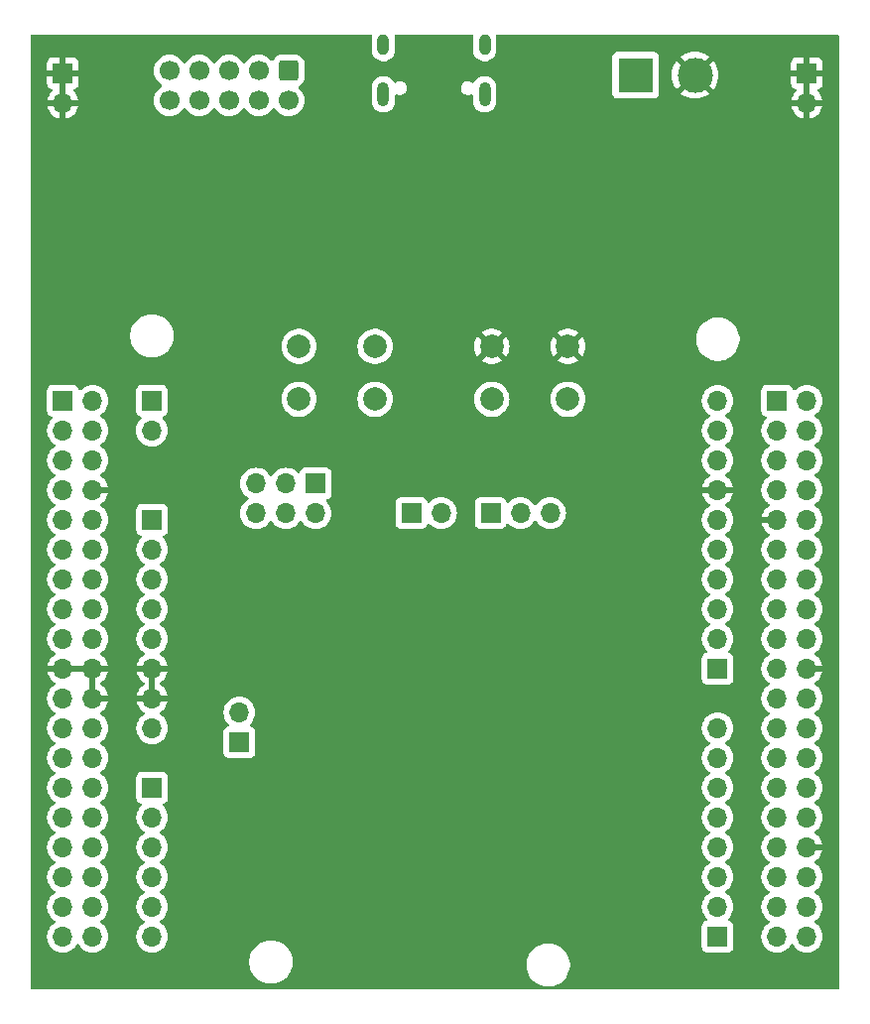
<source format=gbr>
%TF.GenerationSoftware,KiCad,Pcbnew,8.0.4*%
%TF.CreationDate,2024-12-11T23:07:31+07:00*%
%TF.ProjectId,G474-dev-board,47343734-2d64-4657-962d-626f6172642e,rev?*%
%TF.SameCoordinates,Original*%
%TF.FileFunction,Copper,L2,Inr*%
%TF.FilePolarity,Positive*%
%FSLAX46Y46*%
G04 Gerber Fmt 4.6, Leading zero omitted, Abs format (unit mm)*
G04 Created by KiCad (PCBNEW 8.0.4) date 2024-12-11 23:07:31*
%MOMM*%
%LPD*%
G01*
G04 APERTURE LIST*
G04 Aperture macros list*
%AMRoundRect*
0 Rectangle with rounded corners*
0 $1 Rounding radius*
0 $2 $3 $4 $5 $6 $7 $8 $9 X,Y pos of 4 corners*
0 Add a 4 corners polygon primitive as box body*
4,1,4,$2,$3,$4,$5,$6,$7,$8,$9,$2,$3,0*
0 Add four circle primitives for the rounded corners*
1,1,$1+$1,$2,$3*
1,1,$1+$1,$4,$5*
1,1,$1+$1,$6,$7*
1,1,$1+$1,$8,$9*
0 Add four rect primitives between the rounded corners*
20,1,$1+$1,$2,$3,$4,$5,0*
20,1,$1+$1,$4,$5,$6,$7,0*
20,1,$1+$1,$6,$7,$8,$9,0*
20,1,$1+$1,$8,$9,$2,$3,0*%
G04 Aperture macros list end*
%TA.AperFunction,ComponentPad*%
%ADD10C,1.700000*%
%TD*%
%TA.AperFunction,ComponentPad*%
%ADD11RoundRect,0.250000X-0.600000X0.600000X-0.600000X-0.600000X0.600000X-0.600000X0.600000X0.600000X0*%
%TD*%
%TA.AperFunction,ComponentPad*%
%ADD12C,2.000000*%
%TD*%
%TA.AperFunction,ComponentPad*%
%ADD13R,1.700000X1.700000*%
%TD*%
%TA.AperFunction,ComponentPad*%
%ADD14O,1.700000X1.700000*%
%TD*%
%TA.AperFunction,ComponentPad*%
%ADD15R,3.000000X3.000000*%
%TD*%
%TA.AperFunction,ComponentPad*%
%ADD16C,3.000000*%
%TD*%
%TA.AperFunction,ComponentPad*%
%ADD17O,1.000000X2.100000*%
%TD*%
%TA.AperFunction,ComponentPad*%
%ADD18O,1.000000X1.800000*%
%TD*%
G04 APERTURE END LIST*
D10*
%TO.N,unconnected-(J17-Pin_10-Pad10)*%
%TO.C,J17*%
X114503200Y-64770000D03*
%TO.N,unconnected-(J17-Pin_9-Pad9)*%
X114503200Y-62230000D03*
%TO.N,unconnected-(J17-Pin_8-Pad8)*%
X117043200Y-64770000D03*
%TO.N,unconnected-(J17-Pin_7-Pad7)*%
X117043200Y-62230000D03*
%TO.N,unconnected-(J17-Pin_6-Pad6)*%
X119583200Y-64770000D03*
%TO.N,unconnected-(J17-Pin_5-Pad5)*%
X119583200Y-62230000D03*
%TO.N,unconnected-(J17-Pin_4-Pad4)*%
X122123200Y-64770000D03*
%TO.N,unconnected-(J17-Pin_3-Pad3)*%
X122123200Y-62230000D03*
%TO.N,unconnected-(J17-Pin_2-Pad2)*%
X124663200Y-64770000D03*
D11*
%TO.N,unconnected-(J17-Pin_1-Pad1)*%
X124663200Y-62230000D03*
%TD*%
D12*
%TO.N,+3V3*%
%TO.C,SW2*%
X125553400Y-85761000D03*
X132053400Y-85761000D03*
%TO.N,Net-(D2-K)*%
X125553400Y-90261000D03*
X132053400Y-90261000D03*
%TD*%
%TO.N,/MCU/NRST*%
%TO.C,SW1*%
X148512600Y-90261000D03*
X142012600Y-90261000D03*
%TO.N,GND*%
X148512600Y-85761000D03*
X142012600Y-85761000D03*
%TD*%
D13*
%TO.N,+VREF*%
%TO.C,J16*%
X141909800Y-99974400D03*
D14*
%TO.N,Net-(J16-Pin_2)*%
X144449800Y-99974400D03*
%TO.N,+3V3*%
X146989800Y-99974400D03*
%TD*%
D13*
%TO.N,unconnected-(J8-Pin_1-Pad1)*%
%TO.C,J8*%
X113003800Y-90388600D03*
D14*
%TO.N,unconnected-(J8-Pin_2-Pad2)*%
X113003800Y-92928600D03*
%TD*%
D13*
%TO.N,/MCU/PB8*%
%TO.C,J1*%
X120472200Y-119532400D03*
D14*
%TO.N,/MCU/BOOT*%
X120472200Y-116992400D03*
%TD*%
%TO.N,/IO/PC0*%
%TO.C,J9*%
X107948800Y-136108600D03*
%TO.N,/IO/PC3*%
X105408800Y-136108600D03*
%TO.N,/IO/PC1*%
X107948800Y-133568600D03*
%TO.N,/IO/PC2*%
X105408800Y-133568600D03*
%TO.N,/IO/PB0*%
X107948800Y-131028600D03*
%TO.N,/IO/VBAT*%
X105408800Y-131028600D03*
%TO.N,/IO/PA4*%
X107948800Y-128488600D03*
%TO.N,/IO/PF1*%
X105408800Y-128488600D03*
%TO.N,/IO/PA1*%
X107948800Y-125948600D03*
%TO.N,/IO/PF0*%
X105408800Y-125948600D03*
%TO.N,/IO/PA0*%
X107948800Y-123408600D03*
%TO.N,/IO/PC15*%
X105408800Y-123408600D03*
%TO.N,unconnected-(J9-Pin_26-Pad26)*%
X107948800Y-120868600D03*
%TO.N,/IO/PC14*%
X105408800Y-120868600D03*
%TO.N,Net-(J3-Pin_8)*%
X107948800Y-118328600D03*
%TO.N,/IO/PC13*%
X105408800Y-118328600D03*
%TO.N,GND*%
X107948800Y-115788600D03*
%TO.N,/IO/PB7*%
X105408800Y-115788600D03*
%TO.N,GND*%
X107948800Y-113248600D03*
X105408800Y-113248600D03*
%TO.N,Net-(J3-Pin_5)*%
X107948800Y-110708600D03*
%TO.N,/IO/PA15*%
X105408800Y-110708600D03*
%TO.N,Net-(J3-Pin_4)*%
X107948800Y-108168600D03*
%TO.N,/IO/PA14*%
X105408800Y-108168600D03*
%TO.N,/IO/NRST*%
X107948800Y-105628600D03*
%TO.N,/IO/PA13*%
X105408800Y-105628600D03*
%TO.N,Net-(J3-Pin_2)*%
X107948800Y-103088600D03*
%TO.N,unconnected-(J9-Pin_11-Pad11)*%
X105408800Y-103088600D03*
%TO.N,unconnected-(J9-Pin_10-Pad10)*%
X107948800Y-100548600D03*
%TO.N,unconnected-(J9-Pin_9-Pad9)*%
X105408800Y-100548600D03*
%TO.N,GND*%
X107948800Y-98008600D03*
%TO.N,/IO/BOOT*%
X105408800Y-98008600D03*
%TO.N,+5V_EXT*%
X107948800Y-95468600D03*
%TO.N,unconnected-(J9-Pin_5-Pad5)*%
X105408800Y-95468600D03*
%TO.N,/IO/PD2*%
X107948800Y-92928600D03*
%TO.N,/IO/PC12*%
X105408800Y-92928600D03*
%TO.N,/IO/PC11*%
X107948800Y-90388600D03*
D13*
%TO.N,/IO/PC0*%
X105408800Y-90388600D03*
%TD*%
%TO.N,/IO/PC9*%
%TO.C,J7*%
X166368800Y-90388600D03*
D14*
%TO.N,/IO/PC8*%
X168908800Y-90388600D03*
%TO.N,Net-(J6-Pin_10)*%
X166368800Y-92928600D03*
%TO.N,/IO/PC6*%
X168908800Y-92928600D03*
%TO.N,/IO/PB9*%
X166368800Y-95468600D03*
%TO.N,/IO/PC5*%
X168908800Y-95468600D03*
%TO.N,+VDDREF*%
X166368800Y-98008600D03*
%TO.N,unconnected-(J7-Pin_8-Pad8)*%
X168908800Y-98008600D03*
%TO.N,GND*%
X166368800Y-100548600D03*
%TO.N,unconnected-(J7-Pin_10-Pad10)*%
X168908800Y-100548600D03*
%TO.N,/IO/PA5*%
X166368800Y-103088600D03*
%TO.N,/IO/PA12*%
X168908800Y-103088600D03*
%TO.N,/IO/PA6*%
X166368800Y-105628600D03*
%TO.N,/IO/PA11*%
X168908800Y-105628600D03*
%TO.N,/IO/PA7*%
X166368800Y-108168600D03*
%TO.N,/IO/PB12*%
X168908800Y-108168600D03*
%TO.N,/IO/PB6*%
X166368800Y-110708600D03*
%TO.N,/IO/PB11*%
X168908800Y-110708600D03*
%TO.N,/IO/PC7*%
X166368800Y-113248600D03*
%TO.N,GND*%
X168908800Y-113248600D03*
%TO.N,/IO/PA9*%
X166368800Y-115788600D03*
%TO.N,/IO/PB2*%
X168908800Y-115788600D03*
%TO.N,/IO/PA8*%
X166368800Y-118328600D03*
%TO.N,/IO/PB1*%
X168908800Y-118328600D03*
%TO.N,/IO/PB10*%
X166368800Y-120868600D03*
%TO.N,/IO/PB15*%
X168908800Y-120868600D03*
%TO.N,/IO/PB4*%
X166368800Y-123408600D03*
%TO.N,/IO/PB14*%
X168908800Y-123408600D03*
%TO.N,/IO/PB5*%
X166368800Y-125948600D03*
%TO.N,/IO/PB13*%
X168908800Y-125948600D03*
%TO.N,/IO/PB3*%
X166368800Y-128488600D03*
%TO.N,GND*%
X168908800Y-128488600D03*
%TO.N,/IO/PA10*%
X166368800Y-131028600D03*
%TO.N,/IO/PC4*%
X168908800Y-131028600D03*
%TO.N,Net-(J5-Pin_2)*%
X166368800Y-133568600D03*
%TO.N,unconnected-(J7-Pin_36-Pad36)*%
X168908800Y-133568600D03*
%TO.N,Net-(J5-Pin_1)*%
X166368800Y-136108600D03*
%TO.N,unconnected-(J7-Pin_38-Pad38)*%
X168908800Y-136108600D03*
%TD*%
D13*
%TO.N,GND*%
%TO.C,J14*%
X105408800Y-62448600D03*
D14*
X105408800Y-64988600D03*
%TD*%
D15*
%TO.N,+VIN*%
%TO.C,J12*%
X154279600Y-62611000D03*
D16*
%TO.N,GND*%
X159359600Y-62611000D03*
%TD*%
D13*
%TO.N,Net-(J5-Pin_1)*%
%TO.C,J5*%
X161288800Y-136108600D03*
D14*
%TO.N,Net-(J5-Pin_2)*%
X161288800Y-133568600D03*
%TO.N,/IO/PA10*%
X161288800Y-131028600D03*
%TO.N,/IO/PB3*%
X161288800Y-128488600D03*
%TO.N,/IO/PB5*%
X161288800Y-125948600D03*
%TO.N,/IO/PB4*%
X161288800Y-123408600D03*
%TO.N,/IO/PB10*%
X161288800Y-120868600D03*
%TO.N,/IO/PA8*%
X161288800Y-118328600D03*
%TD*%
D13*
%TO.N,Net-(J11-Pin_1)*%
%TO.C,J11*%
X135153400Y-99974400D03*
D14*
%TO.N,+3V3*%
X137693400Y-99974400D03*
%TD*%
D13*
%TO.N,GND*%
%TO.C,J15*%
X168908800Y-62448600D03*
D14*
X168908800Y-64988600D03*
%TD*%
D13*
%TO.N,/IO/PA0*%
%TO.C,J4*%
X113028800Y-123408600D03*
D14*
%TO.N,/IO/PA1*%
X113028800Y-125948600D03*
%TO.N,/IO/PA4*%
X113028800Y-128488600D03*
%TO.N,/IO/PB0*%
X113028800Y-131028600D03*
%TO.N,/IO/PC1*%
X113028800Y-133568600D03*
%TO.N,/IO/PC0*%
X113028800Y-136108600D03*
%TD*%
D13*
%TO.N,unconnected-(J3-Pin_1-Pad1)*%
%TO.C,J3*%
X113028800Y-100548600D03*
D14*
%TO.N,Net-(J3-Pin_2)*%
X113028800Y-103088600D03*
%TO.N,/IO/NRST*%
X113028800Y-105628600D03*
%TO.N,Net-(J3-Pin_4)*%
X113028800Y-108168600D03*
%TO.N,Net-(J3-Pin_5)*%
X113028800Y-110708600D03*
%TO.N,GND*%
X113028800Y-113248600D03*
X113028800Y-115788600D03*
%TO.N,Net-(J3-Pin_8)*%
X113028800Y-118328600D03*
%TD*%
D17*
%TO.N,unconnected-(J10-SHIELD-PadS1)*%
%TO.C,J10*%
X141401800Y-64236600D03*
D18*
X141401800Y-60036600D03*
D17*
X132761800Y-64236600D03*
D18*
X132761800Y-60036600D03*
%TD*%
D13*
%TO.N,/IO/PA9*%
%TO.C,J6*%
X161288800Y-113248600D03*
D14*
%TO.N,/IO/PC7*%
X161288800Y-110708600D03*
%TO.N,/IO/PB6*%
X161288800Y-108168600D03*
%TO.N,/IO/PA7*%
X161288800Y-105628600D03*
%TO.N,/IO/PA6*%
X161288800Y-103088600D03*
%TO.N,/IO/PA5*%
X161288800Y-100548600D03*
%TO.N,GND*%
X161288800Y-98008600D03*
%TO.N,+VDDREF*%
X161288800Y-95468600D03*
%TO.N,/IO/PB9*%
X161288800Y-92928600D03*
%TO.N,Net-(J6-Pin_10)*%
X161288800Y-90388600D03*
%TD*%
D13*
%TO.N,+5V_VIN*%
%TO.C,J13*%
X126985000Y-97459800D03*
D14*
%TO.N,+5V*%
X126985000Y-99999800D03*
%TO.N,+5V_USB_IN*%
X124445000Y-97459800D03*
%TO.N,+5V*%
X124445000Y-99999800D03*
%TO.N,+5V_EXT*%
X121905000Y-97459800D03*
%TO.N,+5V*%
X121905000Y-99999800D03*
%TD*%
%TA.AperFunction,Conductor*%
%TO.N,GND*%
G36*
X108198800Y-115355588D02*
G01*
X108141793Y-115322675D01*
X108014626Y-115288600D01*
X107882974Y-115288600D01*
X107755807Y-115322675D01*
X107698800Y-115355588D01*
X107698800Y-113681612D01*
X107755807Y-113714525D01*
X107882974Y-113748600D01*
X108014626Y-113748600D01*
X108141793Y-113714525D01*
X108198800Y-113681612D01*
X108198800Y-115355588D01*
G37*
%TD.AperFunction*%
%TA.AperFunction,Conductor*%
G36*
X107482875Y-113055607D02*
G01*
X107448800Y-113182774D01*
X107448800Y-113314426D01*
X107482875Y-113441593D01*
X107515788Y-113498600D01*
X105841812Y-113498600D01*
X105874725Y-113441593D01*
X105908800Y-113314426D01*
X105908800Y-113182774D01*
X105874725Y-113055607D01*
X105841812Y-112998600D01*
X107515788Y-112998600D01*
X107482875Y-113055607D01*
G37*
%TD.AperFunction*%
%TA.AperFunction,Conductor*%
G36*
X113278800Y-115355588D02*
G01*
X113221793Y-115322675D01*
X113094626Y-115288600D01*
X112962974Y-115288600D01*
X112835807Y-115322675D01*
X112778800Y-115355588D01*
X112778800Y-113681612D01*
X112835807Y-113714525D01*
X112962974Y-113748600D01*
X113094626Y-113748600D01*
X113221793Y-113714525D01*
X113278800Y-113681612D01*
X113278800Y-115355588D01*
G37*
%TD.AperFunction*%
%TA.AperFunction,Conductor*%
G36*
X105658800Y-64555588D02*
G01*
X105601793Y-64522675D01*
X105474626Y-64488600D01*
X105342974Y-64488600D01*
X105215807Y-64522675D01*
X105158800Y-64555588D01*
X105158800Y-62881612D01*
X105215807Y-62914525D01*
X105342974Y-62948600D01*
X105474626Y-62948600D01*
X105601793Y-62914525D01*
X105658800Y-62881612D01*
X105658800Y-64555588D01*
G37*
%TD.AperFunction*%
%TA.AperFunction,Conductor*%
G36*
X169158800Y-64555588D02*
G01*
X169101793Y-64522675D01*
X168974626Y-64488600D01*
X168842974Y-64488600D01*
X168715807Y-64522675D01*
X168658800Y-64555588D01*
X168658800Y-62881612D01*
X168715807Y-62914525D01*
X168842974Y-62948600D01*
X168974626Y-62948600D01*
X169101793Y-62914525D01*
X169158800Y-62881612D01*
X169158800Y-64555588D01*
G37*
%TD.AperFunction*%
%TA.AperFunction,Conductor*%
G36*
X131762256Y-59168785D02*
G01*
X131808011Y-59221589D01*
X131817955Y-59290747D01*
X131809778Y-59320552D01*
X131799750Y-59344760D01*
X131799747Y-59344770D01*
X131761300Y-59538056D01*
X131761300Y-59538059D01*
X131761300Y-60535141D01*
X131761300Y-60535143D01*
X131761299Y-60535143D01*
X131799747Y-60728429D01*
X131799750Y-60728439D01*
X131875164Y-60910507D01*
X131875171Y-60910520D01*
X131984660Y-61074381D01*
X131984663Y-61074385D01*
X132124014Y-61213736D01*
X132124018Y-61213739D01*
X132287879Y-61323228D01*
X132287892Y-61323235D01*
X132435649Y-61384437D01*
X132469965Y-61398651D01*
X132469969Y-61398651D01*
X132469970Y-61398652D01*
X132663256Y-61437100D01*
X132663259Y-61437100D01*
X132860343Y-61437100D01*
X132990382Y-61411232D01*
X133053635Y-61398651D01*
X133235714Y-61323232D01*
X133399582Y-61213739D01*
X133538939Y-61074382D01*
X133648432Y-60910514D01*
X133723851Y-60728435D01*
X133762300Y-60535141D01*
X133762300Y-59538059D01*
X133762300Y-59538056D01*
X133723852Y-59344770D01*
X133723851Y-59344769D01*
X133723851Y-59344765D01*
X133713822Y-59320552D01*
X133706353Y-59251083D01*
X133737628Y-59188604D01*
X133797717Y-59152952D01*
X133828383Y-59149100D01*
X140335217Y-59149100D01*
X140402256Y-59168785D01*
X140448011Y-59221589D01*
X140457955Y-59290747D01*
X140449778Y-59320552D01*
X140439750Y-59344760D01*
X140439747Y-59344770D01*
X140401300Y-59538056D01*
X140401300Y-59538059D01*
X140401300Y-60535141D01*
X140401300Y-60535143D01*
X140401299Y-60535143D01*
X140439747Y-60728429D01*
X140439750Y-60728439D01*
X140515164Y-60910507D01*
X140515171Y-60910520D01*
X140624660Y-61074381D01*
X140624663Y-61074385D01*
X140764014Y-61213736D01*
X140764018Y-61213739D01*
X140927879Y-61323228D01*
X140927892Y-61323235D01*
X141075649Y-61384437D01*
X141109965Y-61398651D01*
X141109969Y-61398651D01*
X141109970Y-61398652D01*
X141303256Y-61437100D01*
X141303259Y-61437100D01*
X141500343Y-61437100D01*
X141630382Y-61411232D01*
X141693635Y-61398651D01*
X141875714Y-61323232D01*
X142039582Y-61213739D01*
X142178939Y-61074382D01*
X142186454Y-61063135D01*
X152279100Y-61063135D01*
X152279100Y-64158870D01*
X152279101Y-64158876D01*
X152285508Y-64218483D01*
X152335802Y-64353328D01*
X152335806Y-64353335D01*
X152422052Y-64468544D01*
X152422055Y-64468547D01*
X152537264Y-64554793D01*
X152537271Y-64554797D01*
X152672117Y-64605091D01*
X152672116Y-64605091D01*
X152679044Y-64605835D01*
X152731727Y-64611500D01*
X155827472Y-64611499D01*
X155887083Y-64605091D01*
X156021931Y-64554796D01*
X156137146Y-64468546D01*
X156223396Y-64353331D01*
X156273691Y-64218483D01*
X156280100Y-64158873D01*
X156280099Y-62610998D01*
X157354491Y-62610998D01*
X157354491Y-62611001D01*
X157374900Y-62896362D01*
X157435709Y-63175895D01*
X157535691Y-63443958D01*
X157672791Y-63695038D01*
X157672796Y-63695046D01*
X157779482Y-63837561D01*
X157779483Y-63837562D01*
X158674367Y-62942677D01*
X158686097Y-62970995D01*
X158769270Y-63095472D01*
X158875128Y-63201330D01*
X158999605Y-63284503D01*
X159027920Y-63296231D01*
X158133036Y-64191115D01*
X158275560Y-64297807D01*
X158275561Y-64297808D01*
X158526642Y-64434908D01*
X158526641Y-64434908D01*
X158794704Y-64534890D01*
X159074237Y-64595699D01*
X159359599Y-64616109D01*
X159359601Y-64616109D01*
X159644962Y-64595699D01*
X159924495Y-64534890D01*
X160192558Y-64434908D01*
X160443647Y-64297803D01*
X160586161Y-64191116D01*
X160586162Y-64191115D01*
X159691279Y-63296231D01*
X159719595Y-63284503D01*
X159844072Y-63201330D01*
X159949930Y-63095472D01*
X160033103Y-62970995D01*
X160044831Y-62942678D01*
X160939715Y-63837562D01*
X160939716Y-63837561D01*
X161046403Y-63695047D01*
X161183508Y-63443958D01*
X161283490Y-63175895D01*
X161344299Y-62896362D01*
X161364709Y-62611001D01*
X161364709Y-62610998D01*
X161344299Y-62325637D01*
X161283490Y-62046104D01*
X161183508Y-61778041D01*
X161059401Y-61550755D01*
X167558800Y-61550755D01*
X167558800Y-62198600D01*
X168475788Y-62198600D01*
X168442875Y-62255607D01*
X168408800Y-62382774D01*
X168408800Y-62514426D01*
X168442875Y-62641593D01*
X168475788Y-62698600D01*
X167558800Y-62698600D01*
X167558800Y-63346444D01*
X167565201Y-63405972D01*
X167565203Y-63405979D01*
X167615445Y-63540686D01*
X167615449Y-63540693D01*
X167701609Y-63655787D01*
X167701612Y-63655790D01*
X167816706Y-63741950D01*
X167816713Y-63741954D01*
X167948786Y-63791214D01*
X168004720Y-63833085D01*
X168029137Y-63898549D01*
X168014286Y-63966822D01*
X167993135Y-63995077D01*
X167870686Y-64117526D01*
X167735200Y-64311020D01*
X167735199Y-64311022D01*
X167635370Y-64525107D01*
X167635367Y-64525113D01*
X167578164Y-64738599D01*
X167578164Y-64738600D01*
X168475788Y-64738600D01*
X168442875Y-64795607D01*
X168408800Y-64922774D01*
X168408800Y-65054426D01*
X168442875Y-65181593D01*
X168475788Y-65238600D01*
X167578164Y-65238600D01*
X167635367Y-65452086D01*
X167635370Y-65452092D01*
X167735199Y-65666178D01*
X167870694Y-65859682D01*
X168037717Y-66026705D01*
X168231221Y-66162200D01*
X168445307Y-66262029D01*
X168445316Y-66262033D01*
X168658800Y-66319234D01*
X168658800Y-65421612D01*
X168715807Y-65454525D01*
X168842974Y-65488600D01*
X168974626Y-65488600D01*
X169101793Y-65454525D01*
X169158800Y-65421612D01*
X169158800Y-66319233D01*
X169372283Y-66262033D01*
X169372292Y-66262029D01*
X169586378Y-66162200D01*
X169779882Y-66026705D01*
X169946905Y-65859682D01*
X170082400Y-65666178D01*
X170182229Y-65452092D01*
X170182232Y-65452086D01*
X170239436Y-65238600D01*
X169341812Y-65238600D01*
X169374725Y-65181593D01*
X169408800Y-65054426D01*
X169408800Y-64922774D01*
X169374725Y-64795607D01*
X169341812Y-64738600D01*
X170239436Y-64738600D01*
X170239435Y-64738599D01*
X170182232Y-64525113D01*
X170182229Y-64525107D01*
X170082400Y-64311022D01*
X170082399Y-64311020D01*
X169946913Y-64117526D01*
X169946908Y-64117520D01*
X169824465Y-63995077D01*
X169790980Y-63933754D01*
X169795964Y-63864062D01*
X169837836Y-63808129D01*
X169868813Y-63791214D01*
X170000886Y-63741954D01*
X170000893Y-63741950D01*
X170115987Y-63655790D01*
X170115990Y-63655787D01*
X170202150Y-63540693D01*
X170202154Y-63540686D01*
X170252396Y-63405979D01*
X170252398Y-63405972D01*
X170258799Y-63346444D01*
X170258800Y-63346427D01*
X170258800Y-62698600D01*
X169341812Y-62698600D01*
X169374725Y-62641593D01*
X169408800Y-62514426D01*
X169408800Y-62382774D01*
X169374725Y-62255607D01*
X169341812Y-62198600D01*
X170258800Y-62198600D01*
X170258800Y-61550772D01*
X170258799Y-61550755D01*
X170252398Y-61491227D01*
X170252396Y-61491220D01*
X170202154Y-61356513D01*
X170202150Y-61356506D01*
X170115990Y-61241412D01*
X170115987Y-61241409D01*
X170000893Y-61155249D01*
X170000886Y-61155245D01*
X169866179Y-61105003D01*
X169866172Y-61105001D01*
X169806644Y-61098600D01*
X169158800Y-61098600D01*
X169158800Y-62015588D01*
X169101793Y-61982675D01*
X168974626Y-61948600D01*
X168842974Y-61948600D01*
X168715807Y-61982675D01*
X168658800Y-62015588D01*
X168658800Y-61098600D01*
X168010955Y-61098600D01*
X167951427Y-61105001D01*
X167951420Y-61105003D01*
X167816713Y-61155245D01*
X167816706Y-61155249D01*
X167701612Y-61241409D01*
X167701609Y-61241412D01*
X167615449Y-61356506D01*
X167615445Y-61356513D01*
X167565203Y-61491220D01*
X167565201Y-61491227D01*
X167558800Y-61550755D01*
X161059401Y-61550755D01*
X161046408Y-61526961D01*
X161046407Y-61526960D01*
X160939715Y-61384436D01*
X160044831Y-62279320D01*
X160033103Y-62251005D01*
X159949930Y-62126528D01*
X159844072Y-62020670D01*
X159719595Y-61937497D01*
X159691278Y-61925767D01*
X160586162Y-61030883D01*
X160586161Y-61030882D01*
X160443646Y-60924196D01*
X160443638Y-60924191D01*
X160192557Y-60787091D01*
X160192558Y-60787091D01*
X159924495Y-60687109D01*
X159644962Y-60626300D01*
X159359601Y-60605891D01*
X159359599Y-60605891D01*
X159074237Y-60626300D01*
X158794704Y-60687109D01*
X158526641Y-60787091D01*
X158275561Y-60924191D01*
X158275553Y-60924196D01*
X158133037Y-61030882D01*
X158133036Y-61030883D01*
X159027921Y-61925767D01*
X158999605Y-61937497D01*
X158875128Y-62020670D01*
X158769270Y-62126528D01*
X158686097Y-62251005D01*
X158674368Y-62279321D01*
X157779483Y-61384436D01*
X157779482Y-61384437D01*
X157672796Y-61526953D01*
X157672791Y-61526961D01*
X157535691Y-61778041D01*
X157435709Y-62046104D01*
X157374900Y-62325637D01*
X157354491Y-62610998D01*
X156280099Y-62610998D01*
X156280099Y-61063128D01*
X156273691Y-61003517D01*
X156256003Y-60956094D01*
X156223397Y-60868671D01*
X156223393Y-60868664D01*
X156137147Y-60753455D01*
X156137144Y-60753452D01*
X156021935Y-60667206D01*
X156021928Y-60667202D01*
X155887082Y-60616908D01*
X155887083Y-60616908D01*
X155827483Y-60610501D01*
X155827481Y-60610500D01*
X155827473Y-60610500D01*
X155827464Y-60610500D01*
X152731729Y-60610500D01*
X152731723Y-60610501D01*
X152672116Y-60616908D01*
X152537271Y-60667202D01*
X152537264Y-60667206D01*
X152422055Y-60753452D01*
X152422052Y-60753455D01*
X152335806Y-60868664D01*
X152335802Y-60868671D01*
X152285508Y-61003517D01*
X152279870Y-61055964D01*
X152279101Y-61063123D01*
X152279100Y-61063135D01*
X142186454Y-61063135D01*
X142288432Y-60910514D01*
X142363851Y-60728435D01*
X142402300Y-60535141D01*
X142402300Y-59538059D01*
X142402300Y-59538056D01*
X142363852Y-59344770D01*
X142363851Y-59344769D01*
X142363851Y-59344765D01*
X142353822Y-59320552D01*
X142346353Y-59251083D01*
X142377628Y-59188604D01*
X142437717Y-59152952D01*
X142468383Y-59149100D01*
X171534300Y-59149100D01*
X171601339Y-59168785D01*
X171647094Y-59221589D01*
X171658300Y-59273100D01*
X171658300Y-140524100D01*
X171638615Y-140591139D01*
X171585811Y-140636894D01*
X171534300Y-140648100D01*
X102783300Y-140648100D01*
X102716261Y-140628415D01*
X102670506Y-140575611D01*
X102659300Y-140524100D01*
X102659300Y-138156311D01*
X121314100Y-138156311D01*
X121314100Y-138398888D01*
X121345761Y-138639385D01*
X121408547Y-138873704D01*
X121416701Y-138893389D01*
X121501376Y-139097812D01*
X121622664Y-139307889D01*
X121622666Y-139307892D01*
X121622667Y-139307893D01*
X121770333Y-139500336D01*
X121770339Y-139500343D01*
X121941856Y-139671860D01*
X121941862Y-139671865D01*
X122134311Y-139819536D01*
X122344388Y-139940824D01*
X122568500Y-140033654D01*
X122802811Y-140096438D01*
X122983186Y-140120184D01*
X123043311Y-140128100D01*
X123043312Y-140128100D01*
X123285889Y-140128100D01*
X123333988Y-140121767D01*
X123526389Y-140096438D01*
X123760700Y-140033654D01*
X123984812Y-139940824D01*
X124194889Y-139819536D01*
X124387338Y-139671865D01*
X124558865Y-139500338D01*
X124706536Y-139307889D01*
X124827824Y-139097812D01*
X124920654Y-138873700D01*
X124983438Y-138639389D01*
X125013596Y-138410311D01*
X144986900Y-138410311D01*
X144986900Y-138652888D01*
X145018561Y-138893385D01*
X145081347Y-139127704D01*
X145155984Y-139307893D01*
X145174176Y-139351812D01*
X145295464Y-139561889D01*
X145295466Y-139561892D01*
X145295467Y-139561893D01*
X145443133Y-139754336D01*
X145443139Y-139754343D01*
X145614656Y-139925860D01*
X145614663Y-139925866D01*
X145727721Y-140012618D01*
X145807111Y-140073536D01*
X146017188Y-140194824D01*
X146241300Y-140287654D01*
X146475611Y-140350438D01*
X146655986Y-140374184D01*
X146716111Y-140382100D01*
X146716112Y-140382100D01*
X146958689Y-140382100D01*
X147006788Y-140375767D01*
X147199189Y-140350438D01*
X147433500Y-140287654D01*
X147657612Y-140194824D01*
X147867689Y-140073536D01*
X148060138Y-139925865D01*
X148231665Y-139754338D01*
X148379336Y-139561889D01*
X148500624Y-139351812D01*
X148593454Y-139127700D01*
X148656238Y-138893389D01*
X148687900Y-138652888D01*
X148687900Y-138410312D01*
X148656238Y-138169811D01*
X148593454Y-137935500D01*
X148500624Y-137711388D01*
X148379336Y-137501311D01*
X148231665Y-137308862D01*
X148231660Y-137308856D01*
X148060143Y-137137339D01*
X148060136Y-137137333D01*
X147867693Y-136989667D01*
X147867692Y-136989666D01*
X147867689Y-136989664D01*
X147657612Y-136868376D01*
X147657605Y-136868373D01*
X147433504Y-136775547D01*
X147199185Y-136712761D01*
X146958689Y-136681100D01*
X146958688Y-136681100D01*
X146716112Y-136681100D01*
X146716111Y-136681100D01*
X146475614Y-136712761D01*
X146241295Y-136775547D01*
X146017194Y-136868373D01*
X146017185Y-136868377D01*
X145835251Y-136973417D01*
X145823857Y-136979996D01*
X145807106Y-136989667D01*
X145614663Y-137137333D01*
X145614656Y-137137339D01*
X145443139Y-137308856D01*
X145443133Y-137308863D01*
X145295467Y-137501306D01*
X145174177Y-137711385D01*
X145174173Y-137711394D01*
X145081347Y-137935495D01*
X145018561Y-138169814D01*
X144986900Y-138410311D01*
X125013596Y-138410311D01*
X125015100Y-138398888D01*
X125015100Y-138156312D01*
X124983438Y-137915811D01*
X124920654Y-137681500D01*
X124827824Y-137457388D01*
X124706536Y-137247311D01*
X124567475Y-137066083D01*
X124558866Y-137054863D01*
X124558860Y-137054856D01*
X124387343Y-136883339D01*
X124387336Y-136883333D01*
X124194893Y-136735667D01*
X124194892Y-136735666D01*
X124194889Y-136735664D01*
X123984812Y-136614376D01*
X123903347Y-136580632D01*
X123760704Y-136521547D01*
X123526385Y-136458761D01*
X123285889Y-136427100D01*
X123285888Y-136427100D01*
X123043312Y-136427100D01*
X123043311Y-136427100D01*
X122802814Y-136458761D01*
X122568495Y-136521547D01*
X122344394Y-136614373D01*
X122344385Y-136614377D01*
X122134306Y-136735667D01*
X121941863Y-136883333D01*
X121941856Y-136883339D01*
X121770339Y-137054856D01*
X121770333Y-137054863D01*
X121622667Y-137247306D01*
X121501377Y-137457385D01*
X121501373Y-137457394D01*
X121408547Y-137681495D01*
X121345761Y-137915814D01*
X121314100Y-138156311D01*
X102659300Y-138156311D01*
X102659300Y-92928599D01*
X104053141Y-92928599D01*
X104053141Y-92928600D01*
X104073736Y-93164003D01*
X104073738Y-93164013D01*
X104134894Y-93392255D01*
X104134896Y-93392259D01*
X104134897Y-93392263D01*
X104138800Y-93400632D01*
X104234765Y-93606430D01*
X104234767Y-93606434D01*
X104343081Y-93761121D01*
X104370301Y-93799996D01*
X104370306Y-93800002D01*
X104537397Y-93967093D01*
X104537403Y-93967098D01*
X104722958Y-94097025D01*
X104766583Y-94151602D01*
X104773777Y-94221100D01*
X104742254Y-94283455D01*
X104722958Y-94300175D01*
X104537397Y-94430105D01*
X104370305Y-94597197D01*
X104234765Y-94790769D01*
X104234764Y-94790771D01*
X104134898Y-95004935D01*
X104134894Y-95004944D01*
X104073738Y-95233186D01*
X104073736Y-95233196D01*
X104053141Y-95468599D01*
X104053141Y-95468600D01*
X104073736Y-95704003D01*
X104073738Y-95704013D01*
X104134894Y-95932255D01*
X104134896Y-95932259D01*
X104134897Y-95932263D01*
X104218158Y-96110817D01*
X104234765Y-96146430D01*
X104234767Y-96146434D01*
X104332330Y-96285767D01*
X104370301Y-96339996D01*
X104370306Y-96340002D01*
X104537397Y-96507093D01*
X104537403Y-96507098D01*
X104722958Y-96637025D01*
X104766583Y-96691602D01*
X104773777Y-96761100D01*
X104742254Y-96823455D01*
X104722958Y-96840175D01*
X104537397Y-96970105D01*
X104370305Y-97137197D01*
X104234765Y-97330769D01*
X104234764Y-97330771D01*
X104134898Y-97544935D01*
X104134894Y-97544944D01*
X104073738Y-97773186D01*
X104073736Y-97773196D01*
X104053141Y-98008599D01*
X104053141Y-98008600D01*
X104073736Y-98244003D01*
X104073738Y-98244013D01*
X104134894Y-98472255D01*
X104134896Y-98472259D01*
X104134897Y-98472263D01*
X104214804Y-98643623D01*
X104234765Y-98686430D01*
X104234767Y-98686434D01*
X104336257Y-98831375D01*
X104370301Y-98879996D01*
X104370306Y-98880002D01*
X104537397Y-99047093D01*
X104537403Y-99047098D01*
X104722958Y-99177025D01*
X104766583Y-99231602D01*
X104773777Y-99301100D01*
X104742254Y-99363455D01*
X104722958Y-99380175D01*
X104537397Y-99510105D01*
X104370305Y-99677197D01*
X104234765Y-99870769D01*
X104234764Y-99870771D01*
X104134898Y-100084935D01*
X104134894Y-100084944D01*
X104073738Y-100313186D01*
X104073736Y-100313196D01*
X104053141Y-100548599D01*
X104053141Y-100548600D01*
X104073736Y-100784003D01*
X104073738Y-100784013D01*
X104134894Y-101012255D01*
X104134896Y-101012259D01*
X104134897Y-101012263D01*
X104214021Y-101181944D01*
X104234765Y-101226430D01*
X104234767Y-101226434D01*
X104325112Y-101355459D01*
X104370304Y-101420000D01*
X104370306Y-101420002D01*
X104537397Y-101587093D01*
X104537403Y-101587098D01*
X104722958Y-101717025D01*
X104766583Y-101771602D01*
X104773777Y-101841100D01*
X104742254Y-101903455D01*
X104722958Y-101920175D01*
X104537397Y-102050105D01*
X104370305Y-102217197D01*
X104234765Y-102410769D01*
X104234764Y-102410771D01*
X104134898Y-102624935D01*
X104134894Y-102624944D01*
X104073738Y-102853186D01*
X104073736Y-102853196D01*
X104053141Y-103088599D01*
X104053141Y-103088600D01*
X104073736Y-103324003D01*
X104073738Y-103324013D01*
X104134894Y-103552255D01*
X104134896Y-103552259D01*
X104134897Y-103552263D01*
X104138800Y-103560632D01*
X104234765Y-103766430D01*
X104234767Y-103766434D01*
X104343081Y-103921121D01*
X104370301Y-103959996D01*
X104370306Y-103960002D01*
X104537397Y-104127093D01*
X104537403Y-104127098D01*
X104722958Y-104257025D01*
X104766583Y-104311602D01*
X104773777Y-104381100D01*
X104742254Y-104443455D01*
X104722958Y-104460175D01*
X104537397Y-104590105D01*
X104370305Y-104757197D01*
X104234765Y-104950769D01*
X104234764Y-104950771D01*
X104134898Y-105164935D01*
X104134894Y-105164944D01*
X104073738Y-105393186D01*
X104073736Y-105393196D01*
X104053141Y-105628599D01*
X104053141Y-105628600D01*
X104073736Y-105864003D01*
X104073738Y-105864013D01*
X104134894Y-106092255D01*
X104134896Y-106092259D01*
X104134897Y-106092263D01*
X104138800Y-106100632D01*
X104234765Y-106306430D01*
X104234767Y-106306434D01*
X104343081Y-106461121D01*
X104370301Y-106499996D01*
X104370306Y-106500002D01*
X104537397Y-106667093D01*
X104537403Y-106667098D01*
X104722958Y-106797025D01*
X104766583Y-106851602D01*
X104773777Y-106921100D01*
X104742254Y-106983455D01*
X104722958Y-107000175D01*
X104537397Y-107130105D01*
X104370305Y-107297197D01*
X104234765Y-107490769D01*
X104234764Y-107490771D01*
X104134898Y-107704935D01*
X104134894Y-107704944D01*
X104073738Y-107933186D01*
X104073736Y-107933196D01*
X104053141Y-108168599D01*
X104053141Y-108168600D01*
X104073736Y-108404003D01*
X104073738Y-108404013D01*
X104134894Y-108632255D01*
X104134896Y-108632259D01*
X104134897Y-108632263D01*
X104138800Y-108640632D01*
X104234765Y-108846430D01*
X104234767Y-108846434D01*
X104343081Y-109001121D01*
X104370301Y-109039996D01*
X104370306Y-109040002D01*
X104537397Y-109207093D01*
X104537403Y-109207098D01*
X104722958Y-109337025D01*
X104766583Y-109391602D01*
X104773777Y-109461100D01*
X104742254Y-109523455D01*
X104722958Y-109540175D01*
X104537397Y-109670105D01*
X104370305Y-109837197D01*
X104234765Y-110030769D01*
X104234764Y-110030771D01*
X104134898Y-110244935D01*
X104134894Y-110244944D01*
X104073738Y-110473186D01*
X104073736Y-110473196D01*
X104053141Y-110708599D01*
X104053141Y-110708600D01*
X104073736Y-110944003D01*
X104073738Y-110944013D01*
X104134894Y-111172255D01*
X104134896Y-111172259D01*
X104134897Y-111172263D01*
X104138800Y-111180632D01*
X104234765Y-111386430D01*
X104234767Y-111386434D01*
X104343081Y-111541121D01*
X104370305Y-111580001D01*
X104537399Y-111747095D01*
X104704239Y-111863918D01*
X104723394Y-111877330D01*
X104767019Y-111931907D01*
X104774213Y-112001405D01*
X104742690Y-112063760D01*
X104723395Y-112080480D01*
X104537722Y-112210490D01*
X104537720Y-112210491D01*
X104370691Y-112377520D01*
X104370686Y-112377526D01*
X104235200Y-112571020D01*
X104235199Y-112571022D01*
X104135370Y-112785107D01*
X104135367Y-112785113D01*
X104078164Y-112998599D01*
X104078164Y-112998600D01*
X104975788Y-112998600D01*
X104942875Y-113055607D01*
X104908800Y-113182774D01*
X104908800Y-113314426D01*
X104942875Y-113441593D01*
X104975788Y-113498600D01*
X104078164Y-113498600D01*
X104135367Y-113712086D01*
X104135370Y-113712092D01*
X104235199Y-113926178D01*
X104370694Y-114119682D01*
X104537717Y-114286705D01*
X104723395Y-114416719D01*
X104767019Y-114471296D01*
X104774212Y-114540795D01*
X104742690Y-114603149D01*
X104723395Y-114619869D01*
X104537394Y-114750108D01*
X104370305Y-114917197D01*
X104234765Y-115110769D01*
X104234764Y-115110771D01*
X104134898Y-115324935D01*
X104134894Y-115324944D01*
X104073738Y-115553186D01*
X104073736Y-115553196D01*
X104053141Y-115788599D01*
X104053141Y-115788600D01*
X104073736Y-116024003D01*
X104073738Y-116024013D01*
X104134894Y-116252255D01*
X104134896Y-116252259D01*
X104134897Y-116252263D01*
X104214804Y-116423623D01*
X104234765Y-116466430D01*
X104234767Y-116466434D01*
X104343081Y-116621121D01*
X104370301Y-116659996D01*
X104370306Y-116660002D01*
X104537397Y-116827093D01*
X104537403Y-116827098D01*
X104722958Y-116957025D01*
X104766583Y-117011602D01*
X104773777Y-117081100D01*
X104742254Y-117143455D01*
X104722958Y-117160175D01*
X104537397Y-117290105D01*
X104370305Y-117457197D01*
X104234765Y-117650769D01*
X104234764Y-117650771D01*
X104134898Y-117864935D01*
X104134894Y-117864944D01*
X104073738Y-118093186D01*
X104073736Y-118093196D01*
X104053141Y-118328599D01*
X104053141Y-118328600D01*
X104073736Y-118564003D01*
X104073738Y-118564013D01*
X104134894Y-118792255D01*
X104134896Y-118792259D01*
X104134897Y-118792263D01*
X104138800Y-118800632D01*
X104234765Y-119006430D01*
X104234767Y-119006434D01*
X104343081Y-119161121D01*
X104370301Y-119199996D01*
X104370306Y-119200002D01*
X104537397Y-119367093D01*
X104537403Y-119367098D01*
X104722958Y-119497025D01*
X104766583Y-119551602D01*
X104773777Y-119621100D01*
X104742254Y-119683455D01*
X104722958Y-119700175D01*
X104537397Y-119830105D01*
X104370305Y-119997197D01*
X104234765Y-120190769D01*
X104234764Y-120190771D01*
X104134898Y-120404935D01*
X104134894Y-120404944D01*
X104073738Y-120633186D01*
X104073736Y-120633196D01*
X104053141Y-120868599D01*
X104053141Y-120868600D01*
X104073736Y-121104003D01*
X104073738Y-121104013D01*
X104134894Y-121332255D01*
X104134896Y-121332259D01*
X104134897Y-121332263D01*
X104138800Y-121340632D01*
X104234765Y-121546430D01*
X104234767Y-121546434D01*
X104343081Y-121701121D01*
X104370301Y-121739996D01*
X104370306Y-121740002D01*
X104537397Y-121907093D01*
X104537403Y-121907098D01*
X104722958Y-122037025D01*
X104766583Y-122091602D01*
X104773777Y-122161100D01*
X104742254Y-122223455D01*
X104722958Y-122240175D01*
X104537397Y-122370105D01*
X104370305Y-122537197D01*
X104234765Y-122730769D01*
X104234764Y-122730771D01*
X104134898Y-122944935D01*
X104134894Y-122944944D01*
X104073738Y-123173186D01*
X104073736Y-123173196D01*
X104053141Y-123408599D01*
X104053141Y-123408600D01*
X104073736Y-123644003D01*
X104073738Y-123644013D01*
X104134894Y-123872255D01*
X104134896Y-123872259D01*
X104134897Y-123872263D01*
X104138800Y-123880632D01*
X104234765Y-124086430D01*
X104234767Y-124086434D01*
X104343081Y-124241121D01*
X104370301Y-124279996D01*
X104370306Y-124280002D01*
X104537397Y-124447093D01*
X104537403Y-124447098D01*
X104722958Y-124577025D01*
X104766583Y-124631602D01*
X104773777Y-124701100D01*
X104742254Y-124763455D01*
X104722958Y-124780175D01*
X104537397Y-124910105D01*
X104370305Y-125077197D01*
X104234765Y-125270769D01*
X104234764Y-125270771D01*
X104134898Y-125484935D01*
X104134894Y-125484944D01*
X104073738Y-125713186D01*
X104073736Y-125713196D01*
X104053141Y-125948599D01*
X104053141Y-125948600D01*
X104073736Y-126184003D01*
X104073738Y-126184013D01*
X104134894Y-126412255D01*
X104134896Y-126412259D01*
X104134897Y-126412263D01*
X104138800Y-126420632D01*
X104234765Y-126626430D01*
X104234767Y-126626434D01*
X104343081Y-126781121D01*
X104370301Y-126819996D01*
X104370306Y-126820002D01*
X104537397Y-126987093D01*
X104537403Y-126987098D01*
X104722958Y-127117025D01*
X104766583Y-127171602D01*
X104773777Y-127241100D01*
X104742254Y-127303455D01*
X104722958Y-127320175D01*
X104537397Y-127450105D01*
X104370305Y-127617197D01*
X104234765Y-127810769D01*
X104234764Y-127810771D01*
X104134898Y-128024935D01*
X104134894Y-128024944D01*
X104073738Y-128253186D01*
X104073736Y-128253196D01*
X104053141Y-128488599D01*
X104053141Y-128488600D01*
X104073736Y-128724003D01*
X104073738Y-128724013D01*
X104134894Y-128952255D01*
X104134896Y-128952259D01*
X104134897Y-128952263D01*
X104214804Y-129123623D01*
X104234765Y-129166430D01*
X104234767Y-129166434D01*
X104343081Y-129321121D01*
X104370301Y-129359996D01*
X104370306Y-129360002D01*
X104537397Y-129527093D01*
X104537403Y-129527098D01*
X104722958Y-129657025D01*
X104766583Y-129711602D01*
X104773777Y-129781100D01*
X104742254Y-129843455D01*
X104722958Y-129860175D01*
X104537397Y-129990105D01*
X104370305Y-130157197D01*
X104234765Y-130350769D01*
X104234764Y-130350771D01*
X104134898Y-130564935D01*
X104134894Y-130564944D01*
X104073738Y-130793186D01*
X104073736Y-130793196D01*
X104053141Y-131028599D01*
X104053141Y-131028600D01*
X104073736Y-131264003D01*
X104073738Y-131264013D01*
X104134894Y-131492255D01*
X104134896Y-131492259D01*
X104134897Y-131492263D01*
X104138800Y-131500632D01*
X104234765Y-131706430D01*
X104234767Y-131706434D01*
X104343081Y-131861121D01*
X104370301Y-131899996D01*
X104370306Y-131900002D01*
X104537397Y-132067093D01*
X104537403Y-132067098D01*
X104722958Y-132197025D01*
X104766583Y-132251602D01*
X104773777Y-132321100D01*
X104742254Y-132383455D01*
X104722958Y-132400175D01*
X104537397Y-132530105D01*
X104370305Y-132697197D01*
X104234765Y-132890769D01*
X104234764Y-132890771D01*
X104134898Y-133104935D01*
X104134894Y-133104944D01*
X104073738Y-133333186D01*
X104073736Y-133333196D01*
X104053141Y-133568599D01*
X104053141Y-133568600D01*
X104073736Y-133804003D01*
X104073738Y-133804013D01*
X104134894Y-134032255D01*
X104134896Y-134032259D01*
X104134897Y-134032263D01*
X104138800Y-134040632D01*
X104234765Y-134246430D01*
X104234767Y-134246434D01*
X104343081Y-134401121D01*
X104370301Y-134439996D01*
X104370306Y-134440002D01*
X104537397Y-134607093D01*
X104537403Y-134607098D01*
X104722958Y-134737025D01*
X104766583Y-134791602D01*
X104773777Y-134861100D01*
X104742254Y-134923455D01*
X104722958Y-134940175D01*
X104537397Y-135070105D01*
X104370305Y-135237197D01*
X104234765Y-135430769D01*
X104234764Y-135430771D01*
X104134898Y-135644935D01*
X104134894Y-135644944D01*
X104073738Y-135873186D01*
X104073736Y-135873196D01*
X104053141Y-136108599D01*
X104053141Y-136108600D01*
X104073736Y-136344003D01*
X104073738Y-136344013D01*
X104134894Y-136572255D01*
X104134896Y-136572259D01*
X104134897Y-136572263D01*
X104200413Y-136712762D01*
X104234765Y-136786430D01*
X104234767Y-136786434D01*
X104302621Y-136883339D01*
X104370305Y-136980001D01*
X104537399Y-137147095D01*
X104634184Y-137214865D01*
X104730965Y-137282632D01*
X104730967Y-137282633D01*
X104730970Y-137282635D01*
X104945137Y-137382503D01*
X105173392Y-137443663D01*
X105349834Y-137459100D01*
X105408799Y-137464259D01*
X105408800Y-137464259D01*
X105408801Y-137464259D01*
X105467766Y-137459100D01*
X105644208Y-137443663D01*
X105872463Y-137382503D01*
X106086630Y-137282635D01*
X106280201Y-137147095D01*
X106447295Y-136980001D01*
X106577225Y-136794442D01*
X106631802Y-136750817D01*
X106701300Y-136743623D01*
X106763655Y-136775146D01*
X106780375Y-136794442D01*
X106910300Y-136979995D01*
X106910305Y-136980001D01*
X107077399Y-137147095D01*
X107174184Y-137214865D01*
X107270965Y-137282632D01*
X107270967Y-137282633D01*
X107270970Y-137282635D01*
X107485137Y-137382503D01*
X107713392Y-137443663D01*
X107889834Y-137459100D01*
X107948799Y-137464259D01*
X107948800Y-137464259D01*
X107948801Y-137464259D01*
X108007766Y-137459100D01*
X108184208Y-137443663D01*
X108412463Y-137382503D01*
X108626630Y-137282635D01*
X108820201Y-137147095D01*
X108987295Y-136980001D01*
X109122835Y-136786430D01*
X109222703Y-136572263D01*
X109283863Y-136344008D01*
X109304459Y-136108600D01*
X109283863Y-135873192D01*
X109222703Y-135644937D01*
X109122835Y-135430771D01*
X109117225Y-135422758D01*
X108987294Y-135237197D01*
X108820202Y-135070106D01*
X108820196Y-135070101D01*
X108634642Y-134940175D01*
X108591017Y-134885598D01*
X108583823Y-134816100D01*
X108615346Y-134753745D01*
X108634642Y-134737025D01*
X108746854Y-134658453D01*
X108820201Y-134607095D01*
X108987295Y-134440001D01*
X109122835Y-134246430D01*
X109222703Y-134032263D01*
X109283863Y-133804008D01*
X109304459Y-133568600D01*
X109283863Y-133333192D01*
X109222703Y-133104937D01*
X109122835Y-132890771D01*
X109117225Y-132882758D01*
X108987294Y-132697197D01*
X108820202Y-132530106D01*
X108820196Y-132530101D01*
X108634642Y-132400175D01*
X108591017Y-132345598D01*
X108583823Y-132276100D01*
X108615346Y-132213745D01*
X108634642Y-132197025D01*
X108656826Y-132181491D01*
X108820201Y-132067095D01*
X108987295Y-131900001D01*
X109122835Y-131706430D01*
X109222703Y-131492263D01*
X109283863Y-131264008D01*
X109304459Y-131028600D01*
X109283863Y-130793192D01*
X109222703Y-130564937D01*
X109122835Y-130350771D01*
X109117225Y-130342758D01*
X108987294Y-130157197D01*
X108820202Y-129990106D01*
X108820196Y-129990101D01*
X108634642Y-129860175D01*
X108591017Y-129805598D01*
X108583823Y-129736100D01*
X108615346Y-129673745D01*
X108634642Y-129657025D01*
X108656826Y-129641491D01*
X108820201Y-129527095D01*
X108987295Y-129360001D01*
X109122835Y-129166430D01*
X109222703Y-128952263D01*
X109283863Y-128724008D01*
X109304459Y-128488600D01*
X109283863Y-128253192D01*
X109222703Y-128024937D01*
X109122835Y-127810771D01*
X109117531Y-127803195D01*
X108987294Y-127617197D01*
X108820202Y-127450106D01*
X108820196Y-127450101D01*
X108634642Y-127320175D01*
X108591017Y-127265598D01*
X108583823Y-127196100D01*
X108615346Y-127133745D01*
X108634642Y-127117025D01*
X108656826Y-127101491D01*
X108820201Y-126987095D01*
X108987295Y-126820001D01*
X109122835Y-126626430D01*
X109222703Y-126412263D01*
X109283863Y-126184008D01*
X109304459Y-125948600D01*
X109304459Y-125948599D01*
X111673141Y-125948599D01*
X111673141Y-125948600D01*
X111693736Y-126184003D01*
X111693738Y-126184013D01*
X111754894Y-126412255D01*
X111754896Y-126412259D01*
X111754897Y-126412263D01*
X111758800Y-126420632D01*
X111854765Y-126626430D01*
X111854767Y-126626434D01*
X111963081Y-126781121D01*
X111990301Y-126819996D01*
X111990306Y-126820002D01*
X112157397Y-126987093D01*
X112157403Y-126987098D01*
X112342958Y-127117025D01*
X112386583Y-127171602D01*
X112393777Y-127241100D01*
X112362254Y-127303455D01*
X112342958Y-127320175D01*
X112157397Y-127450105D01*
X111990305Y-127617197D01*
X111854765Y-127810769D01*
X111854764Y-127810771D01*
X111754898Y-128024935D01*
X111754894Y-128024944D01*
X111693738Y-128253186D01*
X111693736Y-128253196D01*
X111673141Y-128488599D01*
X111673141Y-128488600D01*
X111693736Y-128724003D01*
X111693738Y-128724013D01*
X111754894Y-128952255D01*
X111754896Y-128952259D01*
X111754897Y-128952263D01*
X111834804Y-129123623D01*
X111854765Y-129166430D01*
X111854767Y-129166434D01*
X111963081Y-129321121D01*
X111990301Y-129359996D01*
X111990306Y-129360002D01*
X112157397Y-129527093D01*
X112157403Y-129527098D01*
X112342958Y-129657025D01*
X112386583Y-129711602D01*
X112393777Y-129781100D01*
X112362254Y-129843455D01*
X112342958Y-129860175D01*
X112157397Y-129990105D01*
X111990305Y-130157197D01*
X111854765Y-130350769D01*
X111854764Y-130350771D01*
X111754898Y-130564935D01*
X111754894Y-130564944D01*
X111693738Y-130793186D01*
X111693736Y-130793196D01*
X111673141Y-131028599D01*
X111673141Y-131028600D01*
X111693736Y-131264003D01*
X111693738Y-131264013D01*
X111754894Y-131492255D01*
X111754896Y-131492259D01*
X111754897Y-131492263D01*
X111758800Y-131500632D01*
X111854765Y-131706430D01*
X111854767Y-131706434D01*
X111963081Y-131861121D01*
X111990301Y-131899996D01*
X111990306Y-131900002D01*
X112157397Y-132067093D01*
X112157403Y-132067098D01*
X112342958Y-132197025D01*
X112386583Y-132251602D01*
X112393777Y-132321100D01*
X112362254Y-132383455D01*
X112342958Y-132400175D01*
X112157397Y-132530105D01*
X111990305Y-132697197D01*
X111854765Y-132890769D01*
X111854764Y-132890771D01*
X111754898Y-133104935D01*
X111754894Y-133104944D01*
X111693738Y-133333186D01*
X111693736Y-133333196D01*
X111673141Y-133568599D01*
X111673141Y-133568600D01*
X111693736Y-133804003D01*
X111693738Y-133804013D01*
X111754894Y-134032255D01*
X111754896Y-134032259D01*
X111754897Y-134032263D01*
X111758800Y-134040632D01*
X111854765Y-134246430D01*
X111854767Y-134246434D01*
X111963081Y-134401121D01*
X111990301Y-134439996D01*
X111990306Y-134440002D01*
X112157397Y-134607093D01*
X112157403Y-134607098D01*
X112342958Y-134737025D01*
X112386583Y-134791602D01*
X112393777Y-134861100D01*
X112362254Y-134923455D01*
X112342958Y-134940175D01*
X112157397Y-135070105D01*
X111990305Y-135237197D01*
X111854765Y-135430769D01*
X111854764Y-135430771D01*
X111754898Y-135644935D01*
X111754894Y-135644944D01*
X111693738Y-135873186D01*
X111693736Y-135873196D01*
X111673141Y-136108599D01*
X111673141Y-136108600D01*
X111693736Y-136344003D01*
X111693738Y-136344013D01*
X111754894Y-136572255D01*
X111754896Y-136572259D01*
X111754897Y-136572263D01*
X111820413Y-136712762D01*
X111854765Y-136786430D01*
X111854767Y-136786434D01*
X111922621Y-136883339D01*
X111990305Y-136980001D01*
X112157399Y-137147095D01*
X112254184Y-137214865D01*
X112350965Y-137282632D01*
X112350967Y-137282633D01*
X112350970Y-137282635D01*
X112565137Y-137382503D01*
X112793392Y-137443663D01*
X112969834Y-137459100D01*
X113028799Y-137464259D01*
X113028800Y-137464259D01*
X113028801Y-137464259D01*
X113087766Y-137459100D01*
X113264208Y-137443663D01*
X113492463Y-137382503D01*
X113706630Y-137282635D01*
X113900201Y-137147095D01*
X114067295Y-136980001D01*
X114202835Y-136786430D01*
X114302703Y-136572263D01*
X114363863Y-136344008D01*
X114384459Y-136108600D01*
X114363863Y-135873192D01*
X114302703Y-135644937D01*
X114202835Y-135430771D01*
X114197225Y-135422758D01*
X114067294Y-135237197D01*
X113900202Y-135070106D01*
X113900196Y-135070101D01*
X113714642Y-134940175D01*
X113671017Y-134885598D01*
X113663823Y-134816100D01*
X113695346Y-134753745D01*
X113714642Y-134737025D01*
X113826854Y-134658453D01*
X113900201Y-134607095D01*
X114067295Y-134440001D01*
X114202835Y-134246430D01*
X114302703Y-134032263D01*
X114363863Y-133804008D01*
X114384459Y-133568600D01*
X114363863Y-133333192D01*
X114302703Y-133104937D01*
X114202835Y-132890771D01*
X114197225Y-132882758D01*
X114067294Y-132697197D01*
X113900202Y-132530106D01*
X113900196Y-132530101D01*
X113714642Y-132400175D01*
X113671017Y-132345598D01*
X113663823Y-132276100D01*
X113695346Y-132213745D01*
X113714642Y-132197025D01*
X113736826Y-132181491D01*
X113900201Y-132067095D01*
X114067295Y-131900001D01*
X114202835Y-131706430D01*
X114302703Y-131492263D01*
X114363863Y-131264008D01*
X114384459Y-131028600D01*
X114363863Y-130793192D01*
X114302703Y-130564937D01*
X114202835Y-130350771D01*
X114197225Y-130342758D01*
X114067294Y-130157197D01*
X113900202Y-129990106D01*
X113900196Y-129990101D01*
X113714642Y-129860175D01*
X113671017Y-129805598D01*
X113663823Y-129736100D01*
X113695346Y-129673745D01*
X113714642Y-129657025D01*
X113736826Y-129641491D01*
X113900201Y-129527095D01*
X114067295Y-129360001D01*
X114202835Y-129166430D01*
X114302703Y-128952263D01*
X114363863Y-128724008D01*
X114384459Y-128488600D01*
X114363863Y-128253192D01*
X114302703Y-128024937D01*
X114202835Y-127810771D01*
X114197531Y-127803195D01*
X114067294Y-127617197D01*
X113900202Y-127450106D01*
X113900196Y-127450101D01*
X113714642Y-127320175D01*
X113671017Y-127265598D01*
X113663823Y-127196100D01*
X113695346Y-127133745D01*
X113714642Y-127117025D01*
X113736826Y-127101491D01*
X113900201Y-126987095D01*
X114067295Y-126820001D01*
X114202835Y-126626430D01*
X114302703Y-126412263D01*
X114363863Y-126184008D01*
X114384459Y-125948600D01*
X114363863Y-125713192D01*
X114302703Y-125484937D01*
X114202835Y-125270771D01*
X114197224Y-125262758D01*
X114067296Y-125077200D01*
X114067293Y-125077197D01*
X113945367Y-124955271D01*
X113911884Y-124893951D01*
X113916868Y-124824259D01*
X113958739Y-124768325D01*
X113989715Y-124751410D01*
X114121131Y-124702396D01*
X114236346Y-124616146D01*
X114322596Y-124500931D01*
X114372891Y-124366083D01*
X114379300Y-124306473D01*
X114379299Y-122510728D01*
X114372891Y-122451117D01*
X114322596Y-122316269D01*
X114322595Y-122316268D01*
X114322593Y-122316264D01*
X114236347Y-122201055D01*
X114236344Y-122201052D01*
X114121135Y-122114806D01*
X114121128Y-122114802D01*
X113986282Y-122064508D01*
X113986283Y-122064508D01*
X113926683Y-122058101D01*
X113926681Y-122058100D01*
X113926673Y-122058100D01*
X113926664Y-122058100D01*
X112130929Y-122058100D01*
X112130923Y-122058101D01*
X112071316Y-122064508D01*
X111936471Y-122114802D01*
X111936464Y-122114806D01*
X111821255Y-122201052D01*
X111821252Y-122201055D01*
X111735006Y-122316264D01*
X111735002Y-122316271D01*
X111684708Y-122451117D01*
X111678301Y-122510716D01*
X111678301Y-122510723D01*
X111678300Y-122510735D01*
X111678300Y-124306470D01*
X111678301Y-124306476D01*
X111684708Y-124366083D01*
X111735002Y-124500928D01*
X111735006Y-124500935D01*
X111821252Y-124616144D01*
X111821255Y-124616147D01*
X111936464Y-124702393D01*
X111936471Y-124702397D01*
X112067881Y-124751410D01*
X112123815Y-124793281D01*
X112148232Y-124858745D01*
X112133380Y-124927018D01*
X112112230Y-124955273D01*
X111990303Y-125077200D01*
X111854765Y-125270769D01*
X111854764Y-125270771D01*
X111754898Y-125484935D01*
X111754894Y-125484944D01*
X111693738Y-125713186D01*
X111693736Y-125713196D01*
X111673141Y-125948599D01*
X109304459Y-125948599D01*
X109283863Y-125713192D01*
X109222703Y-125484937D01*
X109122835Y-125270771D01*
X109117225Y-125262758D01*
X108987294Y-125077197D01*
X108820202Y-124910106D01*
X108820196Y-124910101D01*
X108634642Y-124780175D01*
X108591017Y-124725598D01*
X108583823Y-124656100D01*
X108615346Y-124593745D01*
X108634642Y-124577025D01*
X108656826Y-124561491D01*
X108820201Y-124447095D01*
X108987295Y-124280001D01*
X109122835Y-124086430D01*
X109222703Y-123872263D01*
X109283863Y-123644008D01*
X109304459Y-123408600D01*
X109283863Y-123173192D01*
X109222703Y-122944937D01*
X109122835Y-122730771D01*
X109117225Y-122722758D01*
X108987294Y-122537197D01*
X108820202Y-122370106D01*
X108820196Y-122370101D01*
X108634642Y-122240175D01*
X108591017Y-122185598D01*
X108583823Y-122116100D01*
X108615346Y-122053745D01*
X108634642Y-122037025D01*
X108656826Y-122021491D01*
X108820201Y-121907095D01*
X108987295Y-121740001D01*
X109122835Y-121546430D01*
X109222703Y-121332263D01*
X109283863Y-121104008D01*
X109304459Y-120868600D01*
X109283863Y-120633192D01*
X109229494Y-120430283D01*
X109222705Y-120404944D01*
X109222704Y-120404943D01*
X109222703Y-120404937D01*
X109122835Y-120190771D01*
X109117225Y-120182758D01*
X108987294Y-119997197D01*
X108820202Y-119830106D01*
X108820196Y-119830101D01*
X108634642Y-119700175D01*
X108591017Y-119645598D01*
X108583823Y-119576100D01*
X108615346Y-119513745D01*
X108634642Y-119497025D01*
X108656826Y-119481491D01*
X108820201Y-119367095D01*
X108987295Y-119200001D01*
X109122835Y-119006430D01*
X109222703Y-118792263D01*
X109283863Y-118564008D01*
X109304459Y-118328600D01*
X109283863Y-118093192D01*
X109222703Y-117864937D01*
X109122835Y-117650771D01*
X109117225Y-117642758D01*
X108987294Y-117457197D01*
X108820202Y-117290106D01*
X108820201Y-117290105D01*
X108634205Y-117159869D01*
X108590581Y-117105292D01*
X108583388Y-117035793D01*
X108614910Y-116973439D01*
X108634205Y-116956719D01*
X108819882Y-116826705D01*
X108986905Y-116659682D01*
X109122400Y-116466178D01*
X109222229Y-116252092D01*
X109222232Y-116252086D01*
X109279436Y-116038600D01*
X108381812Y-116038600D01*
X108414725Y-115981593D01*
X108448800Y-115854426D01*
X108448800Y-115722774D01*
X108414725Y-115595607D01*
X108381812Y-115538600D01*
X109279436Y-115538600D01*
X109279435Y-115538599D01*
X109222232Y-115325113D01*
X109222229Y-115325107D01*
X109122400Y-115111022D01*
X109122399Y-115111020D01*
X108986913Y-114917526D01*
X108986908Y-114917520D01*
X108819882Y-114750494D01*
X108633768Y-114620175D01*
X108590144Y-114565598D01*
X108582951Y-114496099D01*
X108614473Y-114433745D01*
X108633768Y-114417025D01*
X108819882Y-114286705D01*
X108986905Y-114119682D01*
X109122400Y-113926178D01*
X109222229Y-113712092D01*
X109222232Y-113712086D01*
X109279436Y-113498600D01*
X108381812Y-113498600D01*
X108414725Y-113441593D01*
X108448800Y-113314426D01*
X108448800Y-113182774D01*
X108414725Y-113055607D01*
X108381812Y-112998600D01*
X109279436Y-112998600D01*
X109279435Y-112998599D01*
X109222232Y-112785113D01*
X109222229Y-112785107D01*
X109122400Y-112571022D01*
X109122399Y-112571020D01*
X108986913Y-112377526D01*
X108986908Y-112377520D01*
X108819878Y-112210490D01*
X108634205Y-112080479D01*
X108590580Y-112025902D01*
X108583388Y-111956404D01*
X108614910Y-111894049D01*
X108634206Y-111877330D01*
X108634642Y-111877025D01*
X108820201Y-111747095D01*
X108987295Y-111580001D01*
X109122835Y-111386430D01*
X109222703Y-111172263D01*
X109283863Y-110944008D01*
X109304459Y-110708600D01*
X109283863Y-110473192D01*
X109222703Y-110244937D01*
X109122835Y-110030771D01*
X109117225Y-110022758D01*
X108987294Y-109837197D01*
X108820202Y-109670106D01*
X108820196Y-109670101D01*
X108634642Y-109540175D01*
X108591017Y-109485598D01*
X108583823Y-109416100D01*
X108615346Y-109353745D01*
X108634642Y-109337025D01*
X108656826Y-109321491D01*
X108820201Y-109207095D01*
X108987295Y-109040001D01*
X109122835Y-108846430D01*
X109222703Y-108632263D01*
X109283863Y-108404008D01*
X109304459Y-108168600D01*
X109283863Y-107933192D01*
X109222703Y-107704937D01*
X109122835Y-107490771D01*
X109117225Y-107482758D01*
X108987294Y-107297197D01*
X108820202Y-107130106D01*
X108820196Y-107130101D01*
X108634642Y-107000175D01*
X108591017Y-106945598D01*
X108583823Y-106876100D01*
X108615346Y-106813745D01*
X108634642Y-106797025D01*
X108656826Y-106781491D01*
X108820201Y-106667095D01*
X108987295Y-106500001D01*
X109122835Y-106306430D01*
X109222703Y-106092263D01*
X109283863Y-105864008D01*
X109304459Y-105628600D01*
X109283863Y-105393192D01*
X109222703Y-105164937D01*
X109122835Y-104950771D01*
X109117225Y-104942758D01*
X108987294Y-104757197D01*
X108820202Y-104590106D01*
X108820196Y-104590101D01*
X108634642Y-104460175D01*
X108591017Y-104405598D01*
X108583823Y-104336100D01*
X108615346Y-104273745D01*
X108634642Y-104257025D01*
X108656826Y-104241491D01*
X108820201Y-104127095D01*
X108987295Y-103960001D01*
X109122835Y-103766430D01*
X109222703Y-103552263D01*
X109283863Y-103324008D01*
X109304459Y-103088600D01*
X109304459Y-103088599D01*
X111673141Y-103088599D01*
X111673141Y-103088600D01*
X111693736Y-103324003D01*
X111693738Y-103324013D01*
X111754894Y-103552255D01*
X111754896Y-103552259D01*
X111754897Y-103552263D01*
X111758800Y-103560632D01*
X111854765Y-103766430D01*
X111854767Y-103766434D01*
X111963081Y-103921121D01*
X111990301Y-103959996D01*
X111990306Y-103960002D01*
X112157397Y-104127093D01*
X112157403Y-104127098D01*
X112342958Y-104257025D01*
X112386583Y-104311602D01*
X112393777Y-104381100D01*
X112362254Y-104443455D01*
X112342958Y-104460175D01*
X112157397Y-104590105D01*
X111990305Y-104757197D01*
X111854765Y-104950769D01*
X111854764Y-104950771D01*
X111754898Y-105164935D01*
X111754894Y-105164944D01*
X111693738Y-105393186D01*
X111693736Y-105393196D01*
X111673141Y-105628599D01*
X111673141Y-105628600D01*
X111693736Y-105864003D01*
X111693738Y-105864013D01*
X111754894Y-106092255D01*
X111754896Y-106092259D01*
X111754897Y-106092263D01*
X111758800Y-106100632D01*
X111854765Y-106306430D01*
X111854767Y-106306434D01*
X111963081Y-106461121D01*
X111990301Y-106499996D01*
X111990306Y-106500002D01*
X112157397Y-106667093D01*
X112157403Y-106667098D01*
X112342958Y-106797025D01*
X112386583Y-106851602D01*
X112393777Y-106921100D01*
X112362254Y-106983455D01*
X112342958Y-107000175D01*
X112157397Y-107130105D01*
X111990305Y-107297197D01*
X111854765Y-107490769D01*
X111854764Y-107490771D01*
X111754898Y-107704935D01*
X111754894Y-107704944D01*
X111693738Y-107933186D01*
X111693736Y-107933196D01*
X111673141Y-108168599D01*
X111673141Y-108168600D01*
X111693736Y-108404003D01*
X111693738Y-108404013D01*
X111754894Y-108632255D01*
X111754896Y-108632259D01*
X111754897Y-108632263D01*
X111758800Y-108640632D01*
X111854765Y-108846430D01*
X111854767Y-108846434D01*
X111963081Y-109001121D01*
X111990301Y-109039996D01*
X111990306Y-109040002D01*
X112157397Y-109207093D01*
X112157403Y-109207098D01*
X112342958Y-109337025D01*
X112386583Y-109391602D01*
X112393777Y-109461100D01*
X112362254Y-109523455D01*
X112342958Y-109540175D01*
X112157397Y-109670105D01*
X111990305Y-109837197D01*
X111854765Y-110030769D01*
X111854764Y-110030771D01*
X111754898Y-110244935D01*
X111754894Y-110244944D01*
X111693738Y-110473186D01*
X111693736Y-110473196D01*
X111673141Y-110708599D01*
X111673141Y-110708600D01*
X111693736Y-110944003D01*
X111693738Y-110944013D01*
X111754894Y-111172255D01*
X111754896Y-111172259D01*
X111754897Y-111172263D01*
X111758800Y-111180632D01*
X111854765Y-111386430D01*
X111854767Y-111386434D01*
X111963081Y-111541121D01*
X111990305Y-111580001D01*
X112157399Y-111747095D01*
X112324239Y-111863918D01*
X112343394Y-111877330D01*
X112387019Y-111931907D01*
X112394213Y-112001405D01*
X112362690Y-112063760D01*
X112343395Y-112080480D01*
X112157722Y-112210490D01*
X112157720Y-112210491D01*
X111990691Y-112377520D01*
X111990686Y-112377526D01*
X111855200Y-112571020D01*
X111855199Y-112571022D01*
X111755370Y-112785107D01*
X111755367Y-112785113D01*
X111698164Y-112998599D01*
X111698164Y-112998600D01*
X112595788Y-112998600D01*
X112562875Y-113055607D01*
X112528800Y-113182774D01*
X112528800Y-113314426D01*
X112562875Y-113441593D01*
X112595788Y-113498600D01*
X111698164Y-113498600D01*
X111755367Y-113712086D01*
X111755370Y-113712092D01*
X111855199Y-113926178D01*
X111990694Y-114119682D01*
X112157717Y-114286705D01*
X112343831Y-114417025D01*
X112387456Y-114471603D01*
X112394648Y-114541101D01*
X112363126Y-114603456D01*
X112343831Y-114620175D01*
X112157722Y-114750490D01*
X112157720Y-114750491D01*
X111990691Y-114917520D01*
X111990686Y-114917526D01*
X111855200Y-115111020D01*
X111855199Y-115111022D01*
X111755370Y-115325107D01*
X111755367Y-115325113D01*
X111698164Y-115538599D01*
X111698164Y-115538600D01*
X112595788Y-115538600D01*
X112562875Y-115595607D01*
X112528800Y-115722774D01*
X112528800Y-115854426D01*
X112562875Y-115981593D01*
X112595788Y-116038600D01*
X111698164Y-116038600D01*
X111755367Y-116252086D01*
X111755370Y-116252092D01*
X111855199Y-116466178D01*
X111990694Y-116659682D01*
X112157717Y-116826705D01*
X112343395Y-116956719D01*
X112387019Y-117011296D01*
X112394212Y-117080795D01*
X112362690Y-117143149D01*
X112343395Y-117159869D01*
X112157394Y-117290108D01*
X111990305Y-117457197D01*
X111854765Y-117650769D01*
X111854764Y-117650771D01*
X111754898Y-117864935D01*
X111754894Y-117864944D01*
X111693738Y-118093186D01*
X111693736Y-118093196D01*
X111673141Y-118328599D01*
X111673141Y-118328600D01*
X111693736Y-118564003D01*
X111693738Y-118564013D01*
X111754894Y-118792255D01*
X111754896Y-118792259D01*
X111754897Y-118792263D01*
X111758800Y-118800632D01*
X111854765Y-119006430D01*
X111854767Y-119006434D01*
X111963081Y-119161121D01*
X111990305Y-119200001D01*
X112157399Y-119367095D01*
X112254184Y-119434865D01*
X112350965Y-119502632D01*
X112350967Y-119502633D01*
X112350970Y-119502635D01*
X112565137Y-119602503D01*
X112793392Y-119663663D01*
X112981718Y-119680139D01*
X113028799Y-119684259D01*
X113028800Y-119684259D01*
X113028801Y-119684259D01*
X113068034Y-119680826D01*
X113264208Y-119663663D01*
X113492463Y-119602503D01*
X113706630Y-119502635D01*
X113900201Y-119367095D01*
X114067295Y-119200001D01*
X114202835Y-119006430D01*
X114302703Y-118792263D01*
X114363863Y-118564008D01*
X114384459Y-118328600D01*
X114363863Y-118093192D01*
X114302703Y-117864937D01*
X114202835Y-117650771D01*
X114197225Y-117642758D01*
X114067294Y-117457197D01*
X113900202Y-117290106D01*
X113900201Y-117290105D01*
X113714205Y-117159869D01*
X113670581Y-117105292D01*
X113663388Y-117035793D01*
X113685325Y-116992399D01*
X119116541Y-116992399D01*
X119116541Y-116992400D01*
X119137136Y-117227803D01*
X119137138Y-117227813D01*
X119198294Y-117456055D01*
X119198296Y-117456059D01*
X119198297Y-117456063D01*
X119198826Y-117457197D01*
X119298165Y-117670230D01*
X119298167Y-117670234D01*
X119406481Y-117824921D01*
X119433701Y-117863796D01*
X119433706Y-117863802D01*
X119555630Y-117985726D01*
X119589115Y-118047049D01*
X119584131Y-118116741D01*
X119542259Y-118172674D01*
X119511283Y-118189589D01*
X119379869Y-118238603D01*
X119379864Y-118238606D01*
X119264655Y-118324852D01*
X119264652Y-118324855D01*
X119178406Y-118440064D01*
X119178402Y-118440071D01*
X119128108Y-118574917D01*
X119121701Y-118634516D01*
X119121701Y-118634523D01*
X119121700Y-118634535D01*
X119121700Y-120430270D01*
X119121701Y-120430276D01*
X119128108Y-120489883D01*
X119178402Y-120624728D01*
X119178406Y-120624735D01*
X119264652Y-120739944D01*
X119264655Y-120739947D01*
X119379864Y-120826193D01*
X119379871Y-120826197D01*
X119514717Y-120876491D01*
X119514716Y-120876491D01*
X119521644Y-120877235D01*
X119574327Y-120882900D01*
X121370072Y-120882899D01*
X121429683Y-120876491D01*
X121564531Y-120826196D01*
X121679746Y-120739946D01*
X121765996Y-120624731D01*
X121816291Y-120489883D01*
X121822700Y-120430273D01*
X121822699Y-118634528D01*
X121816291Y-118574917D01*
X121812222Y-118564008D01*
X121765997Y-118440071D01*
X121765993Y-118440064D01*
X121682550Y-118328599D01*
X159933141Y-118328599D01*
X159933141Y-118328600D01*
X159953736Y-118564003D01*
X159953738Y-118564013D01*
X160014894Y-118792255D01*
X160014896Y-118792259D01*
X160014897Y-118792263D01*
X160018800Y-118800632D01*
X160114765Y-119006430D01*
X160114767Y-119006434D01*
X160223081Y-119161121D01*
X160250301Y-119199996D01*
X160250306Y-119200002D01*
X160417397Y-119367093D01*
X160417403Y-119367098D01*
X160602958Y-119497025D01*
X160646583Y-119551602D01*
X160653777Y-119621100D01*
X160622254Y-119683455D01*
X160602958Y-119700175D01*
X160417397Y-119830105D01*
X160250305Y-119997197D01*
X160114765Y-120190769D01*
X160114764Y-120190771D01*
X160014898Y-120404935D01*
X160014894Y-120404944D01*
X159953738Y-120633186D01*
X159953736Y-120633196D01*
X159933141Y-120868599D01*
X159933141Y-120868600D01*
X159953736Y-121104003D01*
X159953738Y-121104013D01*
X160014894Y-121332255D01*
X160014896Y-121332259D01*
X160014897Y-121332263D01*
X160018800Y-121340632D01*
X160114765Y-121546430D01*
X160114767Y-121546434D01*
X160223081Y-121701121D01*
X160250301Y-121739996D01*
X160250306Y-121740002D01*
X160417397Y-121907093D01*
X160417403Y-121907098D01*
X160602958Y-122037025D01*
X160646583Y-122091602D01*
X160653777Y-122161100D01*
X160622254Y-122223455D01*
X160602958Y-122240175D01*
X160417397Y-122370105D01*
X160250305Y-122537197D01*
X160114765Y-122730769D01*
X160114764Y-122730771D01*
X160014898Y-122944935D01*
X160014894Y-122944944D01*
X159953738Y-123173186D01*
X159953736Y-123173196D01*
X159933141Y-123408599D01*
X159933141Y-123408600D01*
X159953736Y-123644003D01*
X159953738Y-123644013D01*
X160014894Y-123872255D01*
X160014896Y-123872259D01*
X160014897Y-123872263D01*
X160018800Y-123880632D01*
X160114765Y-124086430D01*
X160114767Y-124086434D01*
X160223081Y-124241121D01*
X160250301Y-124279996D01*
X160250306Y-124280002D01*
X160417397Y-124447093D01*
X160417403Y-124447098D01*
X160602958Y-124577025D01*
X160646583Y-124631602D01*
X160653777Y-124701100D01*
X160622254Y-124763455D01*
X160602958Y-124780175D01*
X160417397Y-124910105D01*
X160250305Y-125077197D01*
X160114765Y-125270769D01*
X160114764Y-125270771D01*
X160014898Y-125484935D01*
X160014894Y-125484944D01*
X159953738Y-125713186D01*
X159953736Y-125713196D01*
X159933141Y-125948599D01*
X159933141Y-125948600D01*
X159953736Y-126184003D01*
X159953738Y-126184013D01*
X160014894Y-126412255D01*
X160014896Y-126412259D01*
X160014897Y-126412263D01*
X160018800Y-126420632D01*
X160114765Y-126626430D01*
X160114767Y-126626434D01*
X160223081Y-126781121D01*
X160250301Y-126819996D01*
X160250306Y-126820002D01*
X160417397Y-126987093D01*
X160417403Y-126987098D01*
X160602958Y-127117025D01*
X160646583Y-127171602D01*
X160653777Y-127241100D01*
X160622254Y-127303455D01*
X160602958Y-127320175D01*
X160417397Y-127450105D01*
X160250305Y-127617197D01*
X160114765Y-127810769D01*
X160114764Y-127810771D01*
X160014898Y-128024935D01*
X160014894Y-128024944D01*
X159953738Y-128253186D01*
X159953736Y-128253196D01*
X159933141Y-128488599D01*
X159933141Y-128488600D01*
X159953736Y-128724003D01*
X159953738Y-128724013D01*
X160014894Y-128952255D01*
X160014896Y-128952259D01*
X160014897Y-128952263D01*
X160094804Y-129123623D01*
X160114765Y-129166430D01*
X160114767Y-129166434D01*
X160223081Y-129321121D01*
X160250301Y-129359996D01*
X160250306Y-129360002D01*
X160417397Y-129527093D01*
X160417403Y-129527098D01*
X160602958Y-129657025D01*
X160646583Y-129711602D01*
X160653777Y-129781100D01*
X160622254Y-129843455D01*
X160602958Y-129860175D01*
X160417397Y-129990105D01*
X160250305Y-130157197D01*
X160114765Y-130350769D01*
X160114764Y-130350771D01*
X160014898Y-130564935D01*
X160014894Y-130564944D01*
X159953738Y-130793186D01*
X159953736Y-130793196D01*
X159933141Y-131028599D01*
X159933141Y-131028600D01*
X159953736Y-131264003D01*
X159953738Y-131264013D01*
X160014894Y-131492255D01*
X160014896Y-131492259D01*
X160014897Y-131492263D01*
X160018800Y-131500632D01*
X160114765Y-131706430D01*
X160114767Y-131706434D01*
X160223081Y-131861121D01*
X160250301Y-131899996D01*
X160250306Y-131900002D01*
X160417397Y-132067093D01*
X160417403Y-132067098D01*
X160602958Y-132197025D01*
X160646583Y-132251602D01*
X160653777Y-132321100D01*
X160622254Y-132383455D01*
X160602958Y-132400175D01*
X160417397Y-132530105D01*
X160250305Y-132697197D01*
X160114765Y-132890769D01*
X160114764Y-132890771D01*
X160014898Y-133104935D01*
X160014894Y-133104944D01*
X159953738Y-133333186D01*
X159953736Y-133333196D01*
X159933141Y-133568599D01*
X159933141Y-133568600D01*
X159953736Y-133804003D01*
X159953738Y-133804013D01*
X160014894Y-134032255D01*
X160014896Y-134032259D01*
X160014897Y-134032263D01*
X160018800Y-134040632D01*
X160114765Y-134246430D01*
X160114767Y-134246434D01*
X160223081Y-134401121D01*
X160250301Y-134439996D01*
X160250306Y-134440002D01*
X160372230Y-134561926D01*
X160405715Y-134623249D01*
X160400731Y-134692941D01*
X160358859Y-134748874D01*
X160327883Y-134765789D01*
X160196469Y-134814803D01*
X160196464Y-134814806D01*
X160081255Y-134901052D01*
X160081252Y-134901055D01*
X159995006Y-135016264D01*
X159995002Y-135016271D01*
X159944708Y-135151117D01*
X159938301Y-135210716D01*
X159938301Y-135210723D01*
X159938300Y-135210735D01*
X159938300Y-137006470D01*
X159938301Y-137006476D01*
X159944708Y-137066083D01*
X159995002Y-137200928D01*
X159995006Y-137200935D01*
X160081252Y-137316144D01*
X160081255Y-137316147D01*
X160196464Y-137402393D01*
X160196471Y-137402397D01*
X160331317Y-137452691D01*
X160331316Y-137452691D01*
X160338244Y-137453435D01*
X160390927Y-137459100D01*
X162186672Y-137459099D01*
X162246283Y-137452691D01*
X162381131Y-137402396D01*
X162496346Y-137316146D01*
X162582596Y-137200931D01*
X162632891Y-137066083D01*
X162639300Y-137006473D01*
X162639299Y-135210728D01*
X162632891Y-135151117D01*
X162582596Y-135016269D01*
X162582595Y-135016268D01*
X162582593Y-135016264D01*
X162496347Y-134901055D01*
X162496344Y-134901052D01*
X162381135Y-134814806D01*
X162381128Y-134814802D01*
X162249717Y-134765789D01*
X162193783Y-134723918D01*
X162169366Y-134658453D01*
X162184218Y-134590180D01*
X162205363Y-134561932D01*
X162327295Y-134440001D01*
X162462835Y-134246430D01*
X162562703Y-134032263D01*
X162623863Y-133804008D01*
X162644459Y-133568600D01*
X162623863Y-133333192D01*
X162562703Y-133104937D01*
X162462835Y-132890771D01*
X162457225Y-132882758D01*
X162327294Y-132697197D01*
X162160202Y-132530106D01*
X162160196Y-132530101D01*
X161974642Y-132400175D01*
X161931017Y-132345598D01*
X161923823Y-132276100D01*
X161955346Y-132213745D01*
X161974642Y-132197025D01*
X161996826Y-132181491D01*
X162160201Y-132067095D01*
X162327295Y-131900001D01*
X162462835Y-131706430D01*
X162562703Y-131492263D01*
X162623863Y-131264008D01*
X162644459Y-131028600D01*
X162623863Y-130793192D01*
X162562703Y-130564937D01*
X162462835Y-130350771D01*
X162457225Y-130342758D01*
X162327294Y-130157197D01*
X162160202Y-129990106D01*
X162160196Y-129990101D01*
X161974642Y-129860175D01*
X161931017Y-129805598D01*
X161923823Y-129736100D01*
X161955346Y-129673745D01*
X161974642Y-129657025D01*
X161996826Y-129641491D01*
X162160201Y-129527095D01*
X162327295Y-129360001D01*
X162462835Y-129166430D01*
X162562703Y-128952263D01*
X162623863Y-128724008D01*
X162644459Y-128488600D01*
X162623863Y-128253192D01*
X162562703Y-128024937D01*
X162462835Y-127810771D01*
X162457531Y-127803195D01*
X162327294Y-127617197D01*
X162160202Y-127450106D01*
X162160196Y-127450101D01*
X161974642Y-127320175D01*
X161931017Y-127265598D01*
X161923823Y-127196100D01*
X161955346Y-127133745D01*
X161974642Y-127117025D01*
X161996826Y-127101491D01*
X162160201Y-126987095D01*
X162327295Y-126820001D01*
X162462835Y-126626430D01*
X162562703Y-126412263D01*
X162623863Y-126184008D01*
X162644459Y-125948600D01*
X162623863Y-125713192D01*
X162562703Y-125484937D01*
X162462835Y-125270771D01*
X162457225Y-125262758D01*
X162327294Y-125077197D01*
X162160202Y-124910106D01*
X162160196Y-124910101D01*
X161974642Y-124780175D01*
X161931017Y-124725598D01*
X161923823Y-124656100D01*
X161955346Y-124593745D01*
X161974642Y-124577025D01*
X161996826Y-124561491D01*
X162160201Y-124447095D01*
X162327295Y-124280001D01*
X162462835Y-124086430D01*
X162562703Y-123872263D01*
X162623863Y-123644008D01*
X162644459Y-123408600D01*
X162623863Y-123173192D01*
X162562703Y-122944937D01*
X162462835Y-122730771D01*
X162457225Y-122722758D01*
X162327294Y-122537197D01*
X162160202Y-122370106D01*
X162160196Y-122370101D01*
X161974642Y-122240175D01*
X161931017Y-122185598D01*
X161923823Y-122116100D01*
X161955346Y-122053745D01*
X161974642Y-122037025D01*
X161996826Y-122021491D01*
X162160201Y-121907095D01*
X162327295Y-121740001D01*
X162462835Y-121546430D01*
X162562703Y-121332263D01*
X162623863Y-121104008D01*
X162644459Y-120868600D01*
X162623863Y-120633192D01*
X162569494Y-120430283D01*
X162562705Y-120404944D01*
X162562704Y-120404943D01*
X162562703Y-120404937D01*
X162462835Y-120190771D01*
X162457225Y-120182758D01*
X162327294Y-119997197D01*
X162160202Y-119830106D01*
X162160196Y-119830101D01*
X161974642Y-119700175D01*
X161931017Y-119645598D01*
X161923823Y-119576100D01*
X161955346Y-119513745D01*
X161974642Y-119497025D01*
X161996826Y-119481491D01*
X162160201Y-119367095D01*
X162327295Y-119200001D01*
X162462835Y-119006430D01*
X162562703Y-118792263D01*
X162623863Y-118564008D01*
X162644459Y-118328600D01*
X162623863Y-118093192D01*
X162562703Y-117864937D01*
X162462835Y-117650771D01*
X162457225Y-117642758D01*
X162327294Y-117457197D01*
X162160202Y-117290106D01*
X162160195Y-117290101D01*
X161966634Y-117154567D01*
X161966630Y-117154565D01*
X161966628Y-117154564D01*
X161752463Y-117054697D01*
X161752459Y-117054696D01*
X161752455Y-117054694D01*
X161524213Y-116993538D01*
X161524203Y-116993536D01*
X161288801Y-116972941D01*
X161288799Y-116972941D01*
X161053396Y-116993536D01*
X161053386Y-116993538D01*
X160825144Y-117054694D01*
X160825135Y-117054698D01*
X160610971Y-117154564D01*
X160610969Y-117154565D01*
X160417397Y-117290105D01*
X160250305Y-117457197D01*
X160114765Y-117650769D01*
X160114764Y-117650771D01*
X160014898Y-117864935D01*
X160014894Y-117864944D01*
X159953738Y-118093186D01*
X159953736Y-118093196D01*
X159933141Y-118328599D01*
X121682550Y-118328599D01*
X121679747Y-118324855D01*
X121679744Y-118324852D01*
X121564535Y-118238606D01*
X121564528Y-118238602D01*
X121433117Y-118189589D01*
X121377183Y-118147718D01*
X121352766Y-118082253D01*
X121367618Y-118013980D01*
X121388763Y-117985732D01*
X121510695Y-117863801D01*
X121646235Y-117670230D01*
X121746103Y-117456063D01*
X121807263Y-117227808D01*
X121827859Y-116992400D01*
X121807263Y-116756992D01*
X121746103Y-116528737D01*
X121646235Y-116314571D01*
X121602608Y-116252264D01*
X121510694Y-116120997D01*
X121343602Y-115953906D01*
X121343595Y-115953901D01*
X121150034Y-115818367D01*
X121150030Y-115818365D01*
X121086199Y-115788600D01*
X120935863Y-115718497D01*
X120935859Y-115718496D01*
X120935855Y-115718494D01*
X120707613Y-115657338D01*
X120707603Y-115657336D01*
X120472201Y-115636741D01*
X120472199Y-115636741D01*
X120236796Y-115657336D01*
X120236786Y-115657338D01*
X120008544Y-115718494D01*
X120008535Y-115718498D01*
X119794371Y-115818364D01*
X119794369Y-115818365D01*
X119600797Y-115953905D01*
X119433705Y-116120997D01*
X119298165Y-116314569D01*
X119298164Y-116314571D01*
X119198298Y-116528735D01*
X119198294Y-116528744D01*
X119137138Y-116756986D01*
X119137136Y-116756996D01*
X119116541Y-116992399D01*
X113685325Y-116992399D01*
X113694910Y-116973439D01*
X113714205Y-116956719D01*
X113899882Y-116826705D01*
X114066905Y-116659682D01*
X114202400Y-116466178D01*
X114302229Y-116252092D01*
X114302232Y-116252086D01*
X114359436Y-116038600D01*
X113461812Y-116038600D01*
X113494725Y-115981593D01*
X113528800Y-115854426D01*
X113528800Y-115722774D01*
X113494725Y-115595607D01*
X113461812Y-115538600D01*
X114359436Y-115538600D01*
X114359435Y-115538599D01*
X114302232Y-115325113D01*
X114302229Y-115325107D01*
X114202400Y-115111022D01*
X114202399Y-115111020D01*
X114066913Y-114917526D01*
X114066908Y-114917520D01*
X113899882Y-114750494D01*
X113713768Y-114620175D01*
X113670144Y-114565598D01*
X113662951Y-114496099D01*
X113694473Y-114433745D01*
X113713768Y-114417025D01*
X113899882Y-114286705D01*
X114066905Y-114119682D01*
X114202400Y-113926178D01*
X114302229Y-113712092D01*
X114302232Y-113712086D01*
X114359436Y-113498600D01*
X113461812Y-113498600D01*
X113494725Y-113441593D01*
X113528800Y-113314426D01*
X113528800Y-113182774D01*
X113494725Y-113055607D01*
X113461812Y-112998600D01*
X114359436Y-112998600D01*
X114359435Y-112998599D01*
X114302232Y-112785113D01*
X114302229Y-112785107D01*
X114202400Y-112571022D01*
X114202399Y-112571020D01*
X114066913Y-112377526D01*
X114066908Y-112377520D01*
X113899878Y-112210490D01*
X113714205Y-112080479D01*
X113670580Y-112025902D01*
X113663388Y-111956404D01*
X113694910Y-111894049D01*
X113714206Y-111877330D01*
X113714642Y-111877025D01*
X113900201Y-111747095D01*
X114067295Y-111580001D01*
X114202835Y-111386430D01*
X114302703Y-111172263D01*
X114363863Y-110944008D01*
X114384459Y-110708600D01*
X114363863Y-110473192D01*
X114302703Y-110244937D01*
X114202835Y-110030771D01*
X114197225Y-110022758D01*
X114067294Y-109837197D01*
X113900202Y-109670106D01*
X113900196Y-109670101D01*
X113714642Y-109540175D01*
X113671017Y-109485598D01*
X113663823Y-109416100D01*
X113695346Y-109353745D01*
X113714642Y-109337025D01*
X113736826Y-109321491D01*
X113900201Y-109207095D01*
X114067295Y-109040001D01*
X114202835Y-108846430D01*
X114302703Y-108632263D01*
X114363863Y-108404008D01*
X114384459Y-108168600D01*
X114363863Y-107933192D01*
X114302703Y-107704937D01*
X114202835Y-107490771D01*
X114197225Y-107482758D01*
X114067294Y-107297197D01*
X113900202Y-107130106D01*
X113900196Y-107130101D01*
X113714642Y-107000175D01*
X113671017Y-106945598D01*
X113663823Y-106876100D01*
X113695346Y-106813745D01*
X113714642Y-106797025D01*
X113736826Y-106781491D01*
X113900201Y-106667095D01*
X114067295Y-106500001D01*
X114202835Y-106306430D01*
X114302703Y-106092263D01*
X114363863Y-105864008D01*
X114384459Y-105628600D01*
X114363863Y-105393192D01*
X114302703Y-105164937D01*
X114202835Y-104950771D01*
X114197225Y-104942758D01*
X114067294Y-104757197D01*
X113900202Y-104590106D01*
X113900196Y-104590101D01*
X113714642Y-104460175D01*
X113671017Y-104405598D01*
X113663823Y-104336100D01*
X113695346Y-104273745D01*
X113714642Y-104257025D01*
X113736826Y-104241491D01*
X113900201Y-104127095D01*
X114067295Y-103960001D01*
X114202835Y-103766430D01*
X114302703Y-103552263D01*
X114363863Y-103324008D01*
X114384459Y-103088600D01*
X114363863Y-102853192D01*
X114302703Y-102624937D01*
X114202835Y-102410771D01*
X114197224Y-102402758D01*
X114067296Y-102217200D01*
X114067293Y-102217197D01*
X113945367Y-102095271D01*
X113911884Y-102033951D01*
X113916868Y-101964259D01*
X113958739Y-101908325D01*
X113989715Y-101891410D01*
X114121131Y-101842396D01*
X114236346Y-101756146D01*
X114322596Y-101640931D01*
X114372891Y-101506083D01*
X114379300Y-101446473D01*
X114379299Y-99650728D01*
X114372891Y-99591117D01*
X114352387Y-99536144D01*
X114322597Y-99456271D01*
X114322593Y-99456264D01*
X114236347Y-99341055D01*
X114236344Y-99341052D01*
X114121135Y-99254806D01*
X114121128Y-99254802D01*
X113986282Y-99204508D01*
X113986283Y-99204508D01*
X113926683Y-99198101D01*
X113926681Y-99198100D01*
X113926673Y-99198100D01*
X113926664Y-99198100D01*
X112130929Y-99198100D01*
X112130923Y-99198101D01*
X112071316Y-99204508D01*
X111936471Y-99254802D01*
X111936464Y-99254806D01*
X111821255Y-99341052D01*
X111821252Y-99341055D01*
X111735006Y-99456264D01*
X111735002Y-99456271D01*
X111684708Y-99591117D01*
X111678301Y-99650716D01*
X111678301Y-99650723D01*
X111678300Y-99650735D01*
X111678300Y-101446470D01*
X111678301Y-101446476D01*
X111684708Y-101506083D01*
X111735002Y-101640928D01*
X111735006Y-101640935D01*
X111821252Y-101756144D01*
X111821255Y-101756147D01*
X111936464Y-101842393D01*
X111936471Y-101842397D01*
X112067881Y-101891410D01*
X112123815Y-101933281D01*
X112148232Y-101998745D01*
X112133380Y-102067018D01*
X112112230Y-102095273D01*
X111990303Y-102217200D01*
X111854765Y-102410769D01*
X111854764Y-102410771D01*
X111754898Y-102624935D01*
X111754894Y-102624944D01*
X111693738Y-102853186D01*
X111693736Y-102853196D01*
X111673141Y-103088599D01*
X109304459Y-103088599D01*
X109283863Y-102853192D01*
X109222703Y-102624937D01*
X109122835Y-102410771D01*
X109117225Y-102402758D01*
X108987294Y-102217197D01*
X108820202Y-102050106D01*
X108820196Y-102050101D01*
X108634642Y-101920175D01*
X108591017Y-101865598D01*
X108583823Y-101796100D01*
X108615346Y-101733745D01*
X108634642Y-101717025D01*
X108656826Y-101701491D01*
X108820201Y-101587095D01*
X108987295Y-101420001D01*
X109122835Y-101226430D01*
X109222703Y-101012263D01*
X109283863Y-100784008D01*
X109304459Y-100548600D01*
X109283863Y-100313192D01*
X109222703Y-100084937D01*
X109122835Y-99870771D01*
X109117531Y-99863195D01*
X108987294Y-99677197D01*
X108820202Y-99510106D01*
X108820201Y-99510105D01*
X108652644Y-99392780D01*
X108634205Y-99379869D01*
X108590581Y-99325292D01*
X108583388Y-99255793D01*
X108614910Y-99193439D01*
X108634205Y-99176719D01*
X108819882Y-99046705D01*
X108986905Y-98879682D01*
X109122400Y-98686178D01*
X109222229Y-98472092D01*
X109222232Y-98472086D01*
X109279436Y-98258600D01*
X108381812Y-98258600D01*
X108414725Y-98201593D01*
X108448800Y-98074426D01*
X108448800Y-97942774D01*
X108414725Y-97815607D01*
X108381812Y-97758600D01*
X109279436Y-97758600D01*
X109279435Y-97758599D01*
X109222232Y-97545113D01*
X109222229Y-97545107D01*
X109182449Y-97459799D01*
X120549341Y-97459799D01*
X120549341Y-97459800D01*
X120569936Y-97695203D01*
X120569938Y-97695213D01*
X120631094Y-97923455D01*
X120631096Y-97923459D01*
X120631097Y-97923463D01*
X120711004Y-98094823D01*
X120730965Y-98137630D01*
X120730967Y-98137634D01*
X120805455Y-98244013D01*
X120866501Y-98331196D01*
X120866506Y-98331202D01*
X121033597Y-98498293D01*
X121033603Y-98498298D01*
X121219158Y-98628225D01*
X121262783Y-98682802D01*
X121269977Y-98752300D01*
X121238454Y-98814655D01*
X121219158Y-98831375D01*
X121033597Y-98961305D01*
X120866505Y-99128397D01*
X120730965Y-99321969D01*
X120730964Y-99321971D01*
X120631098Y-99536135D01*
X120631094Y-99536144D01*
X120569938Y-99764386D01*
X120569936Y-99764396D01*
X120549341Y-99999799D01*
X120549341Y-99999800D01*
X120569936Y-100235203D01*
X120569938Y-100235213D01*
X120631094Y-100463455D01*
X120631096Y-100463459D01*
X120631097Y-100463463D01*
X120702514Y-100616617D01*
X120730965Y-100677630D01*
X120730967Y-100677634D01*
X120815669Y-100798600D01*
X120866505Y-100871201D01*
X121033599Y-101038295D01*
X121130384Y-101106065D01*
X121227165Y-101173832D01*
X121227167Y-101173833D01*
X121227170Y-101173835D01*
X121441337Y-101273703D01*
X121669592Y-101334863D01*
X121857918Y-101351339D01*
X121904999Y-101355459D01*
X121905000Y-101355459D01*
X121905001Y-101355459D01*
X121944234Y-101352026D01*
X122140408Y-101334863D01*
X122368663Y-101273703D01*
X122582830Y-101173835D01*
X122776401Y-101038295D01*
X122943495Y-100871201D01*
X123073425Y-100685642D01*
X123128002Y-100642017D01*
X123197500Y-100634823D01*
X123259855Y-100666346D01*
X123276575Y-100685642D01*
X123406500Y-100871195D01*
X123406505Y-100871201D01*
X123573599Y-101038295D01*
X123670384Y-101106065D01*
X123767165Y-101173832D01*
X123767167Y-101173833D01*
X123767170Y-101173835D01*
X123981337Y-101273703D01*
X124209592Y-101334863D01*
X124397918Y-101351339D01*
X124444999Y-101355459D01*
X124445000Y-101355459D01*
X124445001Y-101355459D01*
X124484234Y-101352026D01*
X124680408Y-101334863D01*
X124908663Y-101273703D01*
X125122830Y-101173835D01*
X125316401Y-101038295D01*
X125483495Y-100871201D01*
X125613425Y-100685642D01*
X125668002Y-100642017D01*
X125737500Y-100634823D01*
X125799855Y-100666346D01*
X125816575Y-100685642D01*
X125946500Y-100871195D01*
X125946505Y-100871201D01*
X126113599Y-101038295D01*
X126210384Y-101106065D01*
X126307165Y-101173832D01*
X126307167Y-101173833D01*
X126307170Y-101173835D01*
X126521337Y-101273703D01*
X126749592Y-101334863D01*
X126937918Y-101351339D01*
X126984999Y-101355459D01*
X126985000Y-101355459D01*
X126985001Y-101355459D01*
X127024234Y-101352026D01*
X127220408Y-101334863D01*
X127448663Y-101273703D01*
X127662830Y-101173835D01*
X127856401Y-101038295D01*
X128023495Y-100871201D01*
X128159035Y-100677630D01*
X128258903Y-100463463D01*
X128320063Y-100235208D01*
X128340659Y-99999800D01*
X128320063Y-99764392D01*
X128258903Y-99536137D01*
X128159035Y-99321971D01*
X128153424Y-99313958D01*
X128023496Y-99128400D01*
X127971631Y-99076535D01*
X133802900Y-99076535D01*
X133802900Y-100872270D01*
X133802901Y-100872276D01*
X133809308Y-100931883D01*
X133859602Y-101066728D01*
X133859606Y-101066735D01*
X133945852Y-101181944D01*
X133945855Y-101181947D01*
X134061064Y-101268193D01*
X134061071Y-101268197D01*
X134195917Y-101318491D01*
X134195916Y-101318491D01*
X134202844Y-101319235D01*
X134255527Y-101324900D01*
X136051272Y-101324899D01*
X136110883Y-101318491D01*
X136245731Y-101268196D01*
X136360946Y-101181946D01*
X136447196Y-101066731D01*
X136496210Y-100935316D01*
X136538081Y-100879384D01*
X136603545Y-100854966D01*
X136671818Y-100869817D01*
X136700073Y-100890969D01*
X136821999Y-101012895D01*
X136918784Y-101080665D01*
X137015565Y-101148432D01*
X137015567Y-101148433D01*
X137015570Y-101148435D01*
X137229737Y-101248303D01*
X137457992Y-101309463D01*
X137634434Y-101324900D01*
X137693399Y-101330059D01*
X137693400Y-101330059D01*
X137693401Y-101330059D01*
X137752366Y-101324900D01*
X137928808Y-101309463D01*
X138157063Y-101248303D01*
X138371230Y-101148435D01*
X138564801Y-101012895D01*
X138731895Y-100845801D01*
X138867435Y-100652230D01*
X138967303Y-100438063D01*
X139028463Y-100209808D01*
X139049059Y-99974400D01*
X139028463Y-99738992D01*
X138967303Y-99510737D01*
X138867435Y-99296571D01*
X138861825Y-99288558D01*
X138731894Y-99102997D01*
X138705432Y-99076535D01*
X140559300Y-99076535D01*
X140559300Y-100872270D01*
X140559301Y-100872276D01*
X140565708Y-100931883D01*
X140616002Y-101066728D01*
X140616006Y-101066735D01*
X140702252Y-101181944D01*
X140702255Y-101181947D01*
X140817464Y-101268193D01*
X140817471Y-101268197D01*
X140952317Y-101318491D01*
X140952316Y-101318491D01*
X140959244Y-101319235D01*
X141011927Y-101324900D01*
X142807672Y-101324899D01*
X142867283Y-101318491D01*
X143002131Y-101268196D01*
X143117346Y-101181946D01*
X143203596Y-101066731D01*
X143252610Y-100935316D01*
X143294481Y-100879384D01*
X143359945Y-100854966D01*
X143428218Y-100869817D01*
X143456473Y-100890969D01*
X143578399Y-101012895D01*
X143675184Y-101080665D01*
X143771965Y-101148432D01*
X143771967Y-101148433D01*
X143771970Y-101148435D01*
X143986137Y-101248303D01*
X144214392Y-101309463D01*
X144390834Y-101324900D01*
X144449799Y-101330059D01*
X144449800Y-101330059D01*
X144449801Y-101330059D01*
X144508766Y-101324900D01*
X144685208Y-101309463D01*
X144913463Y-101248303D01*
X145127630Y-101148435D01*
X145321201Y-101012895D01*
X145488295Y-100845801D01*
X145618225Y-100660242D01*
X145672802Y-100616617D01*
X145742300Y-100609423D01*
X145804655Y-100640946D01*
X145821375Y-100660242D01*
X145951300Y-100845795D01*
X145951305Y-100845801D01*
X146118399Y-101012895D01*
X146215184Y-101080665D01*
X146311965Y-101148432D01*
X146311967Y-101148433D01*
X146311970Y-101148435D01*
X146526137Y-101248303D01*
X146754392Y-101309463D01*
X146930834Y-101324900D01*
X146989799Y-101330059D01*
X146989800Y-101330059D01*
X146989801Y-101330059D01*
X147048766Y-101324900D01*
X147225208Y-101309463D01*
X147453463Y-101248303D01*
X147667630Y-101148435D01*
X147861201Y-101012895D01*
X148028295Y-100845801D01*
X148163835Y-100652230D01*
X148263703Y-100438063D01*
X148324863Y-100209808D01*
X148345459Y-99974400D01*
X148324863Y-99738992D01*
X148263703Y-99510737D01*
X148163835Y-99296571D01*
X148158225Y-99288558D01*
X148028294Y-99102997D01*
X147861202Y-98935906D01*
X147861195Y-98935901D01*
X147667634Y-98800367D01*
X147667630Y-98800365D01*
X147667628Y-98800364D01*
X147453463Y-98700497D01*
X147453459Y-98700496D01*
X147453455Y-98700494D01*
X147225213Y-98639338D01*
X147225203Y-98639336D01*
X146989801Y-98618741D01*
X146989799Y-98618741D01*
X146754396Y-98639336D01*
X146754386Y-98639338D01*
X146526144Y-98700494D01*
X146526135Y-98700498D01*
X146311971Y-98800364D01*
X146311969Y-98800365D01*
X146118397Y-98935905D01*
X145951305Y-99102997D01*
X145821375Y-99288558D01*
X145766798Y-99332183D01*
X145697300Y-99339377D01*
X145634945Y-99307854D01*
X145618225Y-99288558D01*
X145488294Y-99102997D01*
X145321202Y-98935906D01*
X145321195Y-98935901D01*
X145127634Y-98800367D01*
X145127630Y-98800365D01*
X145127628Y-98800364D01*
X144913463Y-98700497D01*
X144913459Y-98700496D01*
X144913455Y-98700494D01*
X144685213Y-98639338D01*
X144685203Y-98639336D01*
X144449801Y-98618741D01*
X144449799Y-98618741D01*
X144214396Y-98639336D01*
X144214386Y-98639338D01*
X143986144Y-98700494D01*
X143986135Y-98700498D01*
X143771971Y-98800364D01*
X143771969Y-98800365D01*
X143578400Y-98935903D01*
X143456473Y-99057830D01*
X143395150Y-99091314D01*
X143325458Y-99086330D01*
X143269525Y-99044458D01*
X143252610Y-99013481D01*
X143203597Y-98882071D01*
X143203593Y-98882064D01*
X143117347Y-98766855D01*
X143117344Y-98766852D01*
X143002135Y-98680606D01*
X143002128Y-98680602D01*
X142867282Y-98630308D01*
X142867283Y-98630308D01*
X142807683Y-98623901D01*
X142807681Y-98623900D01*
X142807673Y-98623900D01*
X142807664Y-98623900D01*
X141011929Y-98623900D01*
X141011923Y-98623901D01*
X140952316Y-98630308D01*
X140817471Y-98680602D01*
X140817464Y-98680606D01*
X140702255Y-98766852D01*
X140702252Y-98766855D01*
X140616006Y-98882064D01*
X140616002Y-98882071D01*
X140565708Y-99016917D01*
X140559301Y-99076516D01*
X140559300Y-99076535D01*
X138705432Y-99076535D01*
X138564802Y-98935906D01*
X138564795Y-98935901D01*
X138371234Y-98800367D01*
X138371230Y-98800365D01*
X138371228Y-98800364D01*
X138157063Y-98700497D01*
X138157059Y-98700496D01*
X138157055Y-98700494D01*
X137928813Y-98639338D01*
X137928803Y-98639336D01*
X137693401Y-98618741D01*
X137693399Y-98618741D01*
X137457996Y-98639336D01*
X137457986Y-98639338D01*
X137229744Y-98700494D01*
X137229735Y-98700498D01*
X137015571Y-98800364D01*
X137015569Y-98800365D01*
X136822000Y-98935903D01*
X136700073Y-99057830D01*
X136638750Y-99091314D01*
X136569058Y-99086330D01*
X136513125Y-99044458D01*
X136496210Y-99013481D01*
X136447197Y-98882071D01*
X136447193Y-98882064D01*
X136360947Y-98766855D01*
X136360944Y-98766852D01*
X136245735Y-98680606D01*
X136245728Y-98680602D01*
X136110882Y-98630308D01*
X136110883Y-98630308D01*
X136051283Y-98623901D01*
X136051281Y-98623900D01*
X136051273Y-98623900D01*
X136051264Y-98623900D01*
X134255529Y-98623900D01*
X134255523Y-98623901D01*
X134195916Y-98630308D01*
X134061071Y-98680602D01*
X134061064Y-98680606D01*
X133945855Y-98766852D01*
X133945852Y-98766855D01*
X133859606Y-98882064D01*
X133859602Y-98882071D01*
X133809308Y-99016917D01*
X133802901Y-99076516D01*
X133802900Y-99076535D01*
X127971631Y-99076535D01*
X127971612Y-99076516D01*
X127901567Y-99006471D01*
X127868084Y-98945151D01*
X127873068Y-98875459D01*
X127914939Y-98819525D01*
X127945915Y-98802610D01*
X128077331Y-98753596D01*
X128192546Y-98667346D01*
X128278796Y-98552131D01*
X128329091Y-98417283D01*
X128335500Y-98357673D01*
X128335499Y-96561928D01*
X128329091Y-96502317D01*
X128327810Y-96498883D01*
X128278797Y-96367471D01*
X128278793Y-96367464D01*
X128192547Y-96252255D01*
X128192544Y-96252252D01*
X128077335Y-96166006D01*
X128077328Y-96166002D01*
X127942482Y-96115708D01*
X127942483Y-96115708D01*
X127882883Y-96109301D01*
X127882881Y-96109300D01*
X127882873Y-96109300D01*
X127882864Y-96109300D01*
X126087129Y-96109300D01*
X126087123Y-96109301D01*
X126027516Y-96115708D01*
X125892671Y-96166002D01*
X125892664Y-96166006D01*
X125777455Y-96252252D01*
X125777452Y-96252255D01*
X125691206Y-96367464D01*
X125691203Y-96367469D01*
X125642189Y-96498883D01*
X125600317Y-96554816D01*
X125534853Y-96579233D01*
X125466580Y-96564381D01*
X125438326Y-96543230D01*
X125316402Y-96421306D01*
X125316395Y-96421301D01*
X125122834Y-96285767D01*
X125122830Y-96285765D01*
X125122828Y-96285764D01*
X124908663Y-96185897D01*
X124908659Y-96185896D01*
X124908655Y-96185894D01*
X124680413Y-96124738D01*
X124680403Y-96124736D01*
X124445001Y-96104141D01*
X124444999Y-96104141D01*
X124209596Y-96124736D01*
X124209586Y-96124738D01*
X123981344Y-96185894D01*
X123981335Y-96185898D01*
X123767171Y-96285764D01*
X123767169Y-96285765D01*
X123573597Y-96421305D01*
X123406505Y-96588397D01*
X123276575Y-96773958D01*
X123221998Y-96817583D01*
X123152500Y-96824777D01*
X123090145Y-96793254D01*
X123073425Y-96773958D01*
X122943494Y-96588397D01*
X122776402Y-96421306D01*
X122776395Y-96421301D01*
X122582834Y-96285767D01*
X122582830Y-96285765D01*
X122582828Y-96285764D01*
X122368663Y-96185897D01*
X122368659Y-96185896D01*
X122368655Y-96185894D01*
X122140413Y-96124738D01*
X122140403Y-96124736D01*
X121905001Y-96104141D01*
X121904999Y-96104141D01*
X121669596Y-96124736D01*
X121669586Y-96124738D01*
X121441344Y-96185894D01*
X121441335Y-96185898D01*
X121227171Y-96285764D01*
X121227169Y-96285765D01*
X121033597Y-96421305D01*
X120866505Y-96588397D01*
X120730965Y-96781969D01*
X120730964Y-96781971D01*
X120631098Y-96996135D01*
X120631094Y-96996144D01*
X120569938Y-97224386D01*
X120569936Y-97224396D01*
X120549341Y-97459799D01*
X109182449Y-97459799D01*
X109122400Y-97331022D01*
X109122399Y-97331020D01*
X108986913Y-97137526D01*
X108986908Y-97137520D01*
X108819878Y-96970490D01*
X108634205Y-96840479D01*
X108590580Y-96785902D01*
X108583388Y-96716404D01*
X108614910Y-96654049D01*
X108634206Y-96637330D01*
X108634642Y-96637025D01*
X108820201Y-96507095D01*
X108987295Y-96340001D01*
X109122835Y-96146430D01*
X109222703Y-95932263D01*
X109283863Y-95704008D01*
X109304459Y-95468600D01*
X109283863Y-95233192D01*
X109222703Y-95004937D01*
X109122835Y-94790771D01*
X109117225Y-94782758D01*
X108987294Y-94597197D01*
X108820202Y-94430106D01*
X108820196Y-94430101D01*
X108634642Y-94300175D01*
X108591017Y-94245598D01*
X108583823Y-94176100D01*
X108615346Y-94113745D01*
X108634642Y-94097025D01*
X108656826Y-94081491D01*
X108820201Y-93967095D01*
X108987295Y-93800001D01*
X109122835Y-93606430D01*
X109222703Y-93392263D01*
X109283863Y-93164008D01*
X109304459Y-92928600D01*
X109304459Y-92928599D01*
X111648141Y-92928599D01*
X111648141Y-92928600D01*
X111668736Y-93164003D01*
X111668738Y-93164013D01*
X111729894Y-93392255D01*
X111729896Y-93392259D01*
X111729897Y-93392263D01*
X111733800Y-93400632D01*
X111829765Y-93606430D01*
X111829767Y-93606434D01*
X111938081Y-93761121D01*
X111965305Y-93800001D01*
X112132399Y-93967095D01*
X112229184Y-94034865D01*
X112325965Y-94102632D01*
X112325967Y-94102633D01*
X112325970Y-94102635D01*
X112540137Y-94202503D01*
X112768392Y-94263663D01*
X112956718Y-94280139D01*
X113003799Y-94284259D01*
X113003800Y-94284259D01*
X113003801Y-94284259D01*
X113043034Y-94280826D01*
X113239208Y-94263663D01*
X113467463Y-94202503D01*
X113681630Y-94102635D01*
X113875201Y-93967095D01*
X114042295Y-93800001D01*
X114177835Y-93606430D01*
X114277703Y-93392263D01*
X114338863Y-93164008D01*
X114359459Y-92928600D01*
X114338863Y-92693192D01*
X114277703Y-92464937D01*
X114177835Y-92250771D01*
X114172224Y-92242758D01*
X114042296Y-92057200D01*
X114042293Y-92057197D01*
X113920367Y-91935271D01*
X113886884Y-91873951D01*
X113891868Y-91804259D01*
X113933739Y-91748325D01*
X113964715Y-91731410D01*
X114096131Y-91682396D01*
X114211346Y-91596146D01*
X114297596Y-91480931D01*
X114347891Y-91346083D01*
X114354300Y-91286473D01*
X114354299Y-90260994D01*
X124047757Y-90260994D01*
X124047757Y-90261005D01*
X124068290Y-90508812D01*
X124068292Y-90508824D01*
X124129336Y-90749881D01*
X124229226Y-90977606D01*
X124365233Y-91185782D01*
X124365236Y-91185785D01*
X124533656Y-91368738D01*
X124729891Y-91521474D01*
X124948590Y-91639828D01*
X125183786Y-91720571D01*
X125429065Y-91761500D01*
X125677735Y-91761500D01*
X125923014Y-91720571D01*
X126158210Y-91639828D01*
X126376909Y-91521474D01*
X126573144Y-91368738D01*
X126741564Y-91185785D01*
X126877573Y-90977607D01*
X126977463Y-90749881D01*
X127038508Y-90508821D01*
X127059043Y-90261000D01*
X127059043Y-90260994D01*
X130547757Y-90260994D01*
X130547757Y-90261005D01*
X130568290Y-90508812D01*
X130568292Y-90508824D01*
X130629336Y-90749881D01*
X130729226Y-90977606D01*
X130865233Y-91185782D01*
X130865236Y-91185785D01*
X131033656Y-91368738D01*
X131229891Y-91521474D01*
X131448590Y-91639828D01*
X131683786Y-91720571D01*
X131929065Y-91761500D01*
X132177735Y-91761500D01*
X132423014Y-91720571D01*
X132658210Y-91639828D01*
X132876909Y-91521474D01*
X133073144Y-91368738D01*
X133241564Y-91185785D01*
X133377573Y-90977607D01*
X133477463Y-90749881D01*
X133538508Y-90508821D01*
X133559043Y-90261000D01*
X133559043Y-90260994D01*
X140506957Y-90260994D01*
X140506957Y-90261005D01*
X140527490Y-90508812D01*
X140527492Y-90508824D01*
X140588536Y-90749881D01*
X140688426Y-90977606D01*
X140824433Y-91185782D01*
X140824436Y-91185785D01*
X140992856Y-91368738D01*
X141189091Y-91521474D01*
X141407790Y-91639828D01*
X141642986Y-91720571D01*
X141888265Y-91761500D01*
X142136935Y-91761500D01*
X142382214Y-91720571D01*
X142617410Y-91639828D01*
X142836109Y-91521474D01*
X143032344Y-91368738D01*
X143200764Y-91185785D01*
X143336773Y-90977607D01*
X143436663Y-90749881D01*
X143497708Y-90508821D01*
X143518243Y-90261000D01*
X143518243Y-90260994D01*
X147006957Y-90260994D01*
X147006957Y-90261005D01*
X147027490Y-90508812D01*
X147027492Y-90508824D01*
X147088536Y-90749881D01*
X147188426Y-90977606D01*
X147324433Y-91185782D01*
X147324436Y-91185785D01*
X147492856Y-91368738D01*
X147689091Y-91521474D01*
X147907790Y-91639828D01*
X148142986Y-91720571D01*
X148388265Y-91761500D01*
X148636935Y-91761500D01*
X148882214Y-91720571D01*
X149117410Y-91639828D01*
X149336109Y-91521474D01*
X149532344Y-91368738D01*
X149700764Y-91185785D01*
X149836773Y-90977607D01*
X149936663Y-90749881D01*
X149997708Y-90508821D01*
X150007670Y-90388599D01*
X159933141Y-90388599D01*
X159933141Y-90388600D01*
X159953736Y-90624003D01*
X159953738Y-90624013D01*
X160014894Y-90852255D01*
X160014896Y-90852259D01*
X160014897Y-90852263D01*
X160073346Y-90977606D01*
X160114765Y-91066430D01*
X160114767Y-91066434D01*
X160250301Y-91259995D01*
X160250306Y-91260002D01*
X160417397Y-91427093D01*
X160417403Y-91427098D01*
X160602958Y-91557025D01*
X160646583Y-91611602D01*
X160653777Y-91681100D01*
X160622254Y-91743455D01*
X160602958Y-91760175D01*
X160417397Y-91890105D01*
X160250305Y-92057197D01*
X160114765Y-92250769D01*
X160114764Y-92250771D01*
X160014898Y-92464935D01*
X160014894Y-92464944D01*
X159953738Y-92693186D01*
X159953736Y-92693196D01*
X159933141Y-92928599D01*
X159933141Y-92928600D01*
X159953736Y-93164003D01*
X159953738Y-93164013D01*
X160014894Y-93392255D01*
X160014896Y-93392259D01*
X160014897Y-93392263D01*
X160018800Y-93400632D01*
X160114765Y-93606430D01*
X160114767Y-93606434D01*
X160223081Y-93761121D01*
X160250301Y-93799996D01*
X160250306Y-93800002D01*
X160417397Y-93967093D01*
X160417403Y-93967098D01*
X160602958Y-94097025D01*
X160646583Y-94151602D01*
X160653777Y-94221100D01*
X160622254Y-94283455D01*
X160602958Y-94300175D01*
X160417397Y-94430105D01*
X160250305Y-94597197D01*
X160114765Y-94790769D01*
X160114764Y-94790771D01*
X160014898Y-95004935D01*
X160014894Y-95004944D01*
X159953738Y-95233186D01*
X159953736Y-95233196D01*
X159933141Y-95468599D01*
X159933141Y-95468600D01*
X159953736Y-95704003D01*
X159953738Y-95704013D01*
X160014894Y-95932255D01*
X160014896Y-95932259D01*
X160014897Y-95932263D01*
X160098158Y-96110817D01*
X160114765Y-96146430D01*
X160114767Y-96146434D01*
X160212330Y-96285767D01*
X160250301Y-96339996D01*
X160250306Y-96340002D01*
X160417397Y-96507093D01*
X160417403Y-96507098D01*
X160603394Y-96637330D01*
X160647019Y-96691907D01*
X160654213Y-96761405D01*
X160622690Y-96823760D01*
X160603395Y-96840480D01*
X160417722Y-96970490D01*
X160417720Y-96970491D01*
X160250691Y-97137520D01*
X160250686Y-97137526D01*
X160115200Y-97331020D01*
X160115199Y-97331022D01*
X160015370Y-97545107D01*
X160015367Y-97545113D01*
X159958164Y-97758599D01*
X159958164Y-97758600D01*
X160855788Y-97758600D01*
X160822875Y-97815607D01*
X160788800Y-97942774D01*
X160788800Y-98074426D01*
X160822875Y-98201593D01*
X160855788Y-98258600D01*
X159958164Y-98258600D01*
X160015367Y-98472086D01*
X160015370Y-98472092D01*
X160115199Y-98686178D01*
X160250694Y-98879682D01*
X160417717Y-99046705D01*
X160603395Y-99176719D01*
X160647019Y-99231296D01*
X160654212Y-99300795D01*
X160622690Y-99363149D01*
X160603395Y-99379869D01*
X160417394Y-99510108D01*
X160250305Y-99677197D01*
X160114765Y-99870769D01*
X160114764Y-99870771D01*
X160014898Y-100084935D01*
X160014894Y-100084944D01*
X159953738Y-100313186D01*
X159953736Y-100313196D01*
X159933141Y-100548599D01*
X159933141Y-100548600D01*
X159953736Y-100784003D01*
X159953738Y-100784013D01*
X160014894Y-101012255D01*
X160014896Y-101012259D01*
X160014897Y-101012263D01*
X160094021Y-101181944D01*
X160114765Y-101226430D01*
X160114767Y-101226434D01*
X160205112Y-101355459D01*
X160250304Y-101420000D01*
X160250306Y-101420002D01*
X160417397Y-101587093D01*
X160417403Y-101587098D01*
X160602958Y-101717025D01*
X160646583Y-101771602D01*
X160653777Y-101841100D01*
X160622254Y-101903455D01*
X160602958Y-101920175D01*
X160417397Y-102050105D01*
X160250305Y-102217197D01*
X160114765Y-102410769D01*
X160114764Y-102410771D01*
X160014898Y-102624935D01*
X160014894Y-102624944D01*
X159953738Y-102853186D01*
X159953736Y-102853196D01*
X159933141Y-103088599D01*
X159933141Y-103088600D01*
X159953736Y-103324003D01*
X159953738Y-103324013D01*
X160014894Y-103552255D01*
X160014896Y-103552259D01*
X160014897Y-103552263D01*
X160018800Y-103560632D01*
X160114765Y-103766430D01*
X160114767Y-103766434D01*
X160223081Y-103921121D01*
X160250301Y-103959996D01*
X160250306Y-103960002D01*
X160417397Y-104127093D01*
X160417403Y-104127098D01*
X160602958Y-104257025D01*
X160646583Y-104311602D01*
X160653777Y-104381100D01*
X160622254Y-104443455D01*
X160602958Y-104460175D01*
X160417397Y-104590105D01*
X160250305Y-104757197D01*
X160114765Y-104950769D01*
X160114764Y-104950771D01*
X160014898Y-105164935D01*
X160014894Y-105164944D01*
X159953738Y-105393186D01*
X159953736Y-105393196D01*
X159933141Y-105628599D01*
X159933141Y-105628600D01*
X159953736Y-105864003D01*
X159953738Y-105864013D01*
X160014894Y-106092255D01*
X160014896Y-106092259D01*
X160014897Y-106092263D01*
X160018800Y-106100632D01*
X160114765Y-106306430D01*
X160114767Y-106306434D01*
X160223081Y-106461121D01*
X160250301Y-106499996D01*
X160250306Y-106500002D01*
X160417397Y-106667093D01*
X160417403Y-106667098D01*
X160602958Y-106797025D01*
X160646583Y-106851602D01*
X160653777Y-106921100D01*
X160622254Y-106983455D01*
X160602958Y-107000175D01*
X160417397Y-107130105D01*
X160250305Y-107297197D01*
X160114765Y-107490769D01*
X160114764Y-107490771D01*
X160014898Y-107704935D01*
X160014894Y-107704944D01*
X159953738Y-107933186D01*
X159953736Y-107933196D01*
X159933141Y-108168599D01*
X159933141Y-108168600D01*
X159953736Y-108404003D01*
X159953738Y-108404013D01*
X160014894Y-108632255D01*
X160014896Y-108632259D01*
X160014897Y-108632263D01*
X160018800Y-108640632D01*
X160114765Y-108846430D01*
X160114767Y-108846434D01*
X160223081Y-109001121D01*
X160250301Y-109039996D01*
X160250306Y-109040002D01*
X160417397Y-109207093D01*
X160417403Y-109207098D01*
X160602958Y-109337025D01*
X160646583Y-109391602D01*
X160653777Y-109461100D01*
X160622254Y-109523455D01*
X160602958Y-109540175D01*
X160417397Y-109670105D01*
X160250305Y-109837197D01*
X160114765Y-110030769D01*
X160114764Y-110030771D01*
X160014898Y-110244935D01*
X160014894Y-110244944D01*
X159953738Y-110473186D01*
X159953736Y-110473196D01*
X159933141Y-110708599D01*
X159933141Y-110708600D01*
X159953736Y-110944003D01*
X159953738Y-110944013D01*
X160014894Y-111172255D01*
X160014896Y-111172259D01*
X160014897Y-111172263D01*
X160018800Y-111180632D01*
X160114765Y-111386430D01*
X160114767Y-111386434D01*
X160223081Y-111541121D01*
X160250301Y-111579996D01*
X160250306Y-111580002D01*
X160372230Y-111701926D01*
X160405715Y-111763249D01*
X160400731Y-111832941D01*
X160358859Y-111888874D01*
X160327883Y-111905789D01*
X160196469Y-111954803D01*
X160196464Y-111954806D01*
X160081255Y-112041052D01*
X160081252Y-112041055D01*
X159995006Y-112156264D01*
X159995002Y-112156271D01*
X159944708Y-112291117D01*
X159938301Y-112350716D01*
X159938301Y-112350723D01*
X159938300Y-112350735D01*
X159938300Y-114146470D01*
X159938301Y-114146476D01*
X159944708Y-114206083D01*
X159995002Y-114340928D01*
X159995006Y-114340935D01*
X160081252Y-114456144D01*
X160081255Y-114456147D01*
X160196464Y-114542393D01*
X160196471Y-114542397D01*
X160331317Y-114592691D01*
X160331316Y-114592691D01*
X160338244Y-114593435D01*
X160390927Y-114599100D01*
X162186672Y-114599099D01*
X162246283Y-114592691D01*
X162381131Y-114542396D01*
X162496346Y-114456146D01*
X162582596Y-114340931D01*
X162632891Y-114206083D01*
X162639300Y-114146473D01*
X162639299Y-112350728D01*
X162632891Y-112291117D01*
X162602819Y-112210491D01*
X162582597Y-112156271D01*
X162582593Y-112156264D01*
X162496347Y-112041055D01*
X162496344Y-112041052D01*
X162381135Y-111954806D01*
X162381128Y-111954802D01*
X162249717Y-111905789D01*
X162193783Y-111863918D01*
X162169366Y-111798453D01*
X162184218Y-111730180D01*
X162205363Y-111701932D01*
X162327295Y-111580001D01*
X162462835Y-111386430D01*
X162562703Y-111172263D01*
X162623863Y-110944008D01*
X162644459Y-110708600D01*
X162623863Y-110473192D01*
X162562703Y-110244937D01*
X162462835Y-110030771D01*
X162457225Y-110022758D01*
X162327294Y-109837197D01*
X162160202Y-109670106D01*
X162160196Y-109670101D01*
X161974642Y-109540175D01*
X161931017Y-109485598D01*
X161923823Y-109416100D01*
X161955346Y-109353745D01*
X161974642Y-109337025D01*
X161996826Y-109321491D01*
X162160201Y-109207095D01*
X162327295Y-109040001D01*
X162462835Y-108846430D01*
X162562703Y-108632263D01*
X162623863Y-108404008D01*
X162644459Y-108168600D01*
X162623863Y-107933192D01*
X162562703Y-107704937D01*
X162462835Y-107490771D01*
X162457225Y-107482758D01*
X162327294Y-107297197D01*
X162160202Y-107130106D01*
X162160196Y-107130101D01*
X161974642Y-107000175D01*
X161931017Y-106945598D01*
X161923823Y-106876100D01*
X161955346Y-106813745D01*
X161974642Y-106797025D01*
X161996826Y-106781491D01*
X162160201Y-106667095D01*
X162327295Y-106500001D01*
X162462835Y-106306430D01*
X162562703Y-106092263D01*
X162623863Y-105864008D01*
X162644459Y-105628600D01*
X162623863Y-105393192D01*
X162562703Y-105164937D01*
X162462835Y-104950771D01*
X162457225Y-104942758D01*
X162327294Y-104757197D01*
X162160202Y-104590106D01*
X162160196Y-104590101D01*
X161974642Y-104460175D01*
X161931017Y-104405598D01*
X161923823Y-104336100D01*
X161955346Y-104273745D01*
X161974642Y-104257025D01*
X161996826Y-104241491D01*
X162160201Y-104127095D01*
X162327295Y-103960001D01*
X162462835Y-103766430D01*
X162562703Y-103552263D01*
X162623863Y-103324008D01*
X162644459Y-103088600D01*
X162623863Y-102853192D01*
X162562703Y-102624937D01*
X162462835Y-102410771D01*
X162457225Y-102402758D01*
X162327294Y-102217197D01*
X162160202Y-102050106D01*
X162160196Y-102050101D01*
X161974642Y-101920175D01*
X161931017Y-101865598D01*
X161923823Y-101796100D01*
X161955346Y-101733745D01*
X161974642Y-101717025D01*
X161996826Y-101701491D01*
X162160201Y-101587095D01*
X162327295Y-101420001D01*
X162462835Y-101226430D01*
X162562703Y-101012263D01*
X162623863Y-100784008D01*
X162644459Y-100548600D01*
X162623863Y-100313192D01*
X162562703Y-100084937D01*
X162462835Y-99870771D01*
X162457531Y-99863195D01*
X162327294Y-99677197D01*
X162160202Y-99510106D01*
X162160201Y-99510105D01*
X161992644Y-99392780D01*
X161974205Y-99379869D01*
X161930581Y-99325292D01*
X161923388Y-99255793D01*
X161954910Y-99193439D01*
X161974205Y-99176719D01*
X162159882Y-99046705D01*
X162326905Y-98879682D01*
X162462400Y-98686178D01*
X162562229Y-98472092D01*
X162562232Y-98472086D01*
X162619436Y-98258600D01*
X161721812Y-98258600D01*
X161754725Y-98201593D01*
X161788800Y-98074426D01*
X161788800Y-97942774D01*
X161754725Y-97815607D01*
X161721812Y-97758600D01*
X162619436Y-97758600D01*
X162619435Y-97758599D01*
X162562232Y-97545113D01*
X162562229Y-97545107D01*
X162462400Y-97331022D01*
X162462399Y-97331020D01*
X162326913Y-97137526D01*
X162326908Y-97137520D01*
X162159878Y-96970490D01*
X161974205Y-96840479D01*
X161930580Y-96785902D01*
X161923388Y-96716404D01*
X161954910Y-96654049D01*
X161974206Y-96637330D01*
X161974642Y-96637025D01*
X162160201Y-96507095D01*
X162327295Y-96340001D01*
X162462835Y-96146430D01*
X162562703Y-95932263D01*
X162623863Y-95704008D01*
X162644459Y-95468600D01*
X162623863Y-95233192D01*
X162562703Y-95004937D01*
X162462835Y-94790771D01*
X162457225Y-94782758D01*
X162327294Y-94597197D01*
X162160202Y-94430106D01*
X162160196Y-94430101D01*
X161974642Y-94300175D01*
X161931017Y-94245598D01*
X161923823Y-94176100D01*
X161955346Y-94113745D01*
X161974642Y-94097025D01*
X161996826Y-94081491D01*
X162160201Y-93967095D01*
X162327295Y-93800001D01*
X162462835Y-93606430D01*
X162562703Y-93392263D01*
X162623863Y-93164008D01*
X162644459Y-92928600D01*
X162644459Y-92928599D01*
X165013141Y-92928599D01*
X165013141Y-92928600D01*
X165033736Y-93164003D01*
X165033738Y-93164013D01*
X165094894Y-93392255D01*
X165094896Y-93392259D01*
X165094897Y-93392263D01*
X165098800Y-93400632D01*
X165194765Y-93606430D01*
X165194767Y-93606434D01*
X165303081Y-93761121D01*
X165330301Y-93799996D01*
X165330306Y-93800002D01*
X165497397Y-93967093D01*
X165497403Y-93967098D01*
X165682958Y-94097025D01*
X165726583Y-94151602D01*
X165733777Y-94221100D01*
X165702254Y-94283455D01*
X165682958Y-94300175D01*
X165497397Y-94430105D01*
X165330305Y-94597197D01*
X165194765Y-94790769D01*
X165194764Y-94790771D01*
X165094898Y-95004935D01*
X165094894Y-95004944D01*
X165033738Y-95233186D01*
X165033736Y-95233196D01*
X165013141Y-95468599D01*
X165013141Y-95468600D01*
X165033736Y-95704003D01*
X165033738Y-95704013D01*
X165094894Y-95932255D01*
X165094896Y-95932259D01*
X165094897Y-95932263D01*
X165178158Y-96110817D01*
X165194765Y-96146430D01*
X165194767Y-96146434D01*
X165292330Y-96285767D01*
X165330301Y-96339996D01*
X165330306Y-96340002D01*
X165497397Y-96507093D01*
X165497403Y-96507098D01*
X165682958Y-96637025D01*
X165726583Y-96691602D01*
X165733777Y-96761100D01*
X165702254Y-96823455D01*
X165682958Y-96840175D01*
X165497397Y-96970105D01*
X165330305Y-97137197D01*
X165194765Y-97330769D01*
X165194764Y-97330771D01*
X165094898Y-97544935D01*
X165094894Y-97544944D01*
X165033738Y-97773186D01*
X165033736Y-97773196D01*
X165013141Y-98008599D01*
X165013141Y-98008600D01*
X165033736Y-98244003D01*
X165033738Y-98244013D01*
X165094894Y-98472255D01*
X165094896Y-98472259D01*
X165094897Y-98472263D01*
X165174804Y-98643623D01*
X165194765Y-98686430D01*
X165194767Y-98686434D01*
X165296257Y-98831375D01*
X165330301Y-98879996D01*
X165330306Y-98880002D01*
X165497397Y-99047093D01*
X165497403Y-99047098D01*
X165553432Y-99086330D01*
X165613514Y-99128400D01*
X165683394Y-99177330D01*
X165727019Y-99231907D01*
X165734213Y-99301405D01*
X165702690Y-99363760D01*
X165683395Y-99380480D01*
X165497722Y-99510490D01*
X165497720Y-99510491D01*
X165330691Y-99677520D01*
X165330686Y-99677526D01*
X165195200Y-99871020D01*
X165195199Y-99871022D01*
X165095370Y-100085107D01*
X165095367Y-100085113D01*
X165038164Y-100298599D01*
X165038164Y-100298600D01*
X165935788Y-100298600D01*
X165902875Y-100355607D01*
X165868800Y-100482774D01*
X165868800Y-100614426D01*
X165902875Y-100741593D01*
X165935788Y-100798600D01*
X165038164Y-100798600D01*
X165095367Y-101012086D01*
X165095370Y-101012092D01*
X165195199Y-101226178D01*
X165330694Y-101419682D01*
X165497717Y-101586705D01*
X165683395Y-101716719D01*
X165727019Y-101771296D01*
X165734212Y-101840795D01*
X165702690Y-101903149D01*
X165683395Y-101919869D01*
X165497394Y-102050108D01*
X165330305Y-102217197D01*
X165194765Y-102410769D01*
X165194764Y-102410771D01*
X165094898Y-102624935D01*
X165094894Y-102624944D01*
X165033738Y-102853186D01*
X165033736Y-102853196D01*
X165013141Y-103088599D01*
X165013141Y-103088600D01*
X165033736Y-103324003D01*
X165033738Y-103324013D01*
X165094894Y-103552255D01*
X165094896Y-103552259D01*
X165094897Y-103552263D01*
X165098800Y-103560632D01*
X165194765Y-103766430D01*
X165194767Y-103766434D01*
X165303081Y-103921121D01*
X165330301Y-103959996D01*
X165330306Y-103960002D01*
X165497397Y-104127093D01*
X165497403Y-104127098D01*
X165682958Y-104257025D01*
X165726583Y-104311602D01*
X165733777Y-104381100D01*
X165702254Y-104443455D01*
X165682958Y-104460175D01*
X165497397Y-104590105D01*
X165330305Y-104757197D01*
X165194765Y-104950769D01*
X165194764Y-104950771D01*
X165094898Y-105164935D01*
X165094894Y-105164944D01*
X165033738Y-105393186D01*
X165033736Y-105393196D01*
X165013141Y-105628599D01*
X165013141Y-105628600D01*
X165033736Y-105864003D01*
X165033738Y-105864013D01*
X165094894Y-106092255D01*
X165094896Y-106092259D01*
X165094897Y-106092263D01*
X165098800Y-106100632D01*
X165194765Y-106306430D01*
X165194767Y-106306434D01*
X165303081Y-106461121D01*
X165330301Y-106499996D01*
X165330306Y-106500002D01*
X165497397Y-106667093D01*
X165497403Y-106667098D01*
X165682958Y-106797025D01*
X165726583Y-106851602D01*
X165733777Y-106921100D01*
X165702254Y-106983455D01*
X165682958Y-107000175D01*
X165497397Y-107130105D01*
X165330305Y-107297197D01*
X165194765Y-107490769D01*
X165194764Y-107490771D01*
X165094898Y-107704935D01*
X165094894Y-107704944D01*
X165033738Y-107933186D01*
X165033736Y-107933196D01*
X165013141Y-108168599D01*
X165013141Y-108168600D01*
X165033736Y-108404003D01*
X165033738Y-108404013D01*
X165094894Y-108632255D01*
X165094896Y-108632259D01*
X165094897Y-108632263D01*
X165098800Y-108640632D01*
X165194765Y-108846430D01*
X165194767Y-108846434D01*
X165303081Y-109001121D01*
X165330301Y-109039996D01*
X165330306Y-109040002D01*
X165497397Y-109207093D01*
X165497403Y-109207098D01*
X165682958Y-109337025D01*
X165726583Y-109391602D01*
X165733777Y-109461100D01*
X165702254Y-109523455D01*
X165682958Y-109540175D01*
X165497397Y-109670105D01*
X165330305Y-109837197D01*
X165194765Y-110030769D01*
X165194764Y-110030771D01*
X165094898Y-110244935D01*
X165094894Y-110244944D01*
X165033738Y-110473186D01*
X165033736Y-110473196D01*
X165013141Y-110708599D01*
X165013141Y-110708600D01*
X165033736Y-110944003D01*
X165033738Y-110944013D01*
X165094894Y-111172255D01*
X165094896Y-111172259D01*
X165094897Y-111172263D01*
X165098800Y-111180632D01*
X165194765Y-111386430D01*
X165194767Y-111386434D01*
X165303081Y-111541121D01*
X165330301Y-111579996D01*
X165330306Y-111580002D01*
X165497397Y-111747093D01*
X165497403Y-111747098D01*
X165682958Y-111877025D01*
X165726583Y-111931602D01*
X165733777Y-112001100D01*
X165702254Y-112063455D01*
X165682958Y-112080175D01*
X165497397Y-112210105D01*
X165330305Y-112377197D01*
X165194765Y-112570769D01*
X165194764Y-112570771D01*
X165094898Y-112784935D01*
X165094894Y-112784944D01*
X165033738Y-113013186D01*
X165033736Y-113013196D01*
X165013141Y-113248599D01*
X165013141Y-113248600D01*
X165033736Y-113484003D01*
X165033738Y-113484013D01*
X165094894Y-113712255D01*
X165094896Y-113712259D01*
X165094897Y-113712263D01*
X165177751Y-113889944D01*
X165194765Y-113926430D01*
X165194767Y-113926434D01*
X165303081Y-114081121D01*
X165330301Y-114119996D01*
X165330306Y-114120002D01*
X165497397Y-114287093D01*
X165497403Y-114287098D01*
X165682958Y-114417025D01*
X165726583Y-114471602D01*
X165733777Y-114541100D01*
X165702254Y-114603455D01*
X165682958Y-114620175D01*
X165497397Y-114750105D01*
X165330305Y-114917197D01*
X165194765Y-115110769D01*
X165194764Y-115110771D01*
X165094898Y-115324935D01*
X165094894Y-115324944D01*
X165033738Y-115553186D01*
X165033736Y-115553196D01*
X165013141Y-115788599D01*
X165013141Y-115788600D01*
X165033736Y-116024003D01*
X165033738Y-116024013D01*
X165094894Y-116252255D01*
X165094896Y-116252259D01*
X165094897Y-116252263D01*
X165174804Y-116423623D01*
X165194765Y-116466430D01*
X165194767Y-116466434D01*
X165303081Y-116621121D01*
X165330301Y-116659996D01*
X165330306Y-116660002D01*
X165497397Y-116827093D01*
X165497403Y-116827098D01*
X165682958Y-116957025D01*
X165726583Y-117011602D01*
X165733777Y-117081100D01*
X165702254Y-117143455D01*
X165682958Y-117160175D01*
X165497397Y-117290105D01*
X165330305Y-117457197D01*
X165194765Y-117650769D01*
X165194764Y-117650771D01*
X165094898Y-117864935D01*
X165094894Y-117864944D01*
X165033738Y-118093186D01*
X165033736Y-118093196D01*
X165013141Y-118328599D01*
X165013141Y-118328600D01*
X165033736Y-118564003D01*
X165033738Y-118564013D01*
X165094894Y-118792255D01*
X165094896Y-118792259D01*
X165094897Y-118792263D01*
X165098800Y-118800632D01*
X165194765Y-119006430D01*
X165194767Y-119006434D01*
X165303081Y-119161121D01*
X165330301Y-119199996D01*
X165330306Y-119200002D01*
X165497397Y-119367093D01*
X165497403Y-119367098D01*
X165682958Y-119497025D01*
X165726583Y-119551602D01*
X165733777Y-119621100D01*
X165702254Y-119683455D01*
X165682958Y-119700175D01*
X165497397Y-119830105D01*
X165330305Y-119997197D01*
X165194765Y-120190769D01*
X165194764Y-120190771D01*
X165094898Y-120404935D01*
X165094894Y-120404944D01*
X165033738Y-120633186D01*
X165033736Y-120633196D01*
X165013141Y-120868599D01*
X165013141Y-120868600D01*
X165033736Y-121104003D01*
X165033738Y-121104013D01*
X165094894Y-121332255D01*
X165094896Y-121332259D01*
X165094897Y-121332263D01*
X165098800Y-121340632D01*
X165194765Y-121546430D01*
X165194767Y-121546434D01*
X165303081Y-121701121D01*
X165330301Y-121739996D01*
X165330306Y-121740002D01*
X165497397Y-121907093D01*
X165497403Y-121907098D01*
X165682958Y-122037025D01*
X165726583Y-122091602D01*
X165733777Y-122161100D01*
X165702254Y-122223455D01*
X165682958Y-122240175D01*
X165497397Y-122370105D01*
X165330305Y-122537197D01*
X165194765Y-122730769D01*
X165194764Y-122730771D01*
X165094898Y-122944935D01*
X165094894Y-122944944D01*
X165033738Y-123173186D01*
X165033736Y-123173196D01*
X165013141Y-123408599D01*
X165013141Y-123408600D01*
X165033736Y-123644003D01*
X165033738Y-123644013D01*
X165094894Y-123872255D01*
X165094896Y-123872259D01*
X165094897Y-123872263D01*
X165098800Y-123880632D01*
X165194765Y-124086430D01*
X165194767Y-124086434D01*
X165303081Y-124241121D01*
X165330301Y-124279996D01*
X165330306Y-124280002D01*
X165497397Y-124447093D01*
X165497403Y-124447098D01*
X165682958Y-124577025D01*
X165726583Y-124631602D01*
X165733777Y-124701100D01*
X165702254Y-124763455D01*
X165682958Y-124780175D01*
X165497397Y-124910105D01*
X165330305Y-125077197D01*
X165194765Y-125270769D01*
X165194764Y-125270771D01*
X165094898Y-125484935D01*
X165094894Y-125484944D01*
X165033738Y-125713186D01*
X165033736Y-125713196D01*
X165013141Y-125948599D01*
X165013141Y-125948600D01*
X165033736Y-126184003D01*
X165033738Y-126184013D01*
X165094894Y-126412255D01*
X165094896Y-126412259D01*
X165094897Y-126412263D01*
X165098800Y-126420632D01*
X165194765Y-126626430D01*
X165194767Y-126626434D01*
X165303081Y-126781121D01*
X165330301Y-126819996D01*
X165330306Y-126820002D01*
X165497397Y-126987093D01*
X165497403Y-126987098D01*
X165682958Y-127117025D01*
X165726583Y-127171602D01*
X165733777Y-127241100D01*
X165702254Y-127303455D01*
X165682958Y-127320175D01*
X165497397Y-127450105D01*
X165330305Y-127617197D01*
X165194765Y-127810769D01*
X165194764Y-127810771D01*
X165094898Y-128024935D01*
X165094894Y-128024944D01*
X165033738Y-128253186D01*
X165033736Y-128253196D01*
X165013141Y-128488599D01*
X165013141Y-128488600D01*
X165033736Y-128724003D01*
X165033738Y-128724013D01*
X165094894Y-128952255D01*
X165094896Y-128952259D01*
X165094897Y-128952263D01*
X165174804Y-129123623D01*
X165194765Y-129166430D01*
X165194767Y-129166434D01*
X165303081Y-129321121D01*
X165330301Y-129359996D01*
X165330306Y-129360002D01*
X165497397Y-129527093D01*
X165497403Y-129527098D01*
X165682958Y-129657025D01*
X165726583Y-129711602D01*
X165733777Y-129781100D01*
X165702254Y-129843455D01*
X165682958Y-129860175D01*
X165497397Y-129990105D01*
X165330305Y-130157197D01*
X165194765Y-130350769D01*
X165194764Y-130350771D01*
X165094898Y-130564935D01*
X165094894Y-130564944D01*
X165033738Y-130793186D01*
X165033736Y-130793196D01*
X165013141Y-131028599D01*
X165013141Y-131028600D01*
X165033736Y-131264003D01*
X165033738Y-131264013D01*
X165094894Y-131492255D01*
X165094896Y-131492259D01*
X165094897Y-131492263D01*
X165098800Y-131500632D01*
X165194765Y-131706430D01*
X165194767Y-131706434D01*
X165303081Y-131861121D01*
X165330301Y-131899996D01*
X165330306Y-131900002D01*
X165497397Y-132067093D01*
X165497403Y-132067098D01*
X165682958Y-132197025D01*
X165726583Y-132251602D01*
X165733777Y-132321100D01*
X165702254Y-132383455D01*
X165682958Y-132400175D01*
X165497397Y-132530105D01*
X165330305Y-132697197D01*
X165194765Y-132890769D01*
X165194764Y-132890771D01*
X165094898Y-133104935D01*
X165094894Y-133104944D01*
X165033738Y-133333186D01*
X165033736Y-133333196D01*
X165013141Y-133568599D01*
X165013141Y-133568600D01*
X165033736Y-133804003D01*
X165033738Y-133804013D01*
X165094894Y-134032255D01*
X165094896Y-134032259D01*
X165094897Y-134032263D01*
X165098800Y-134040632D01*
X165194765Y-134246430D01*
X165194767Y-134246434D01*
X165303081Y-134401121D01*
X165330301Y-134439996D01*
X165330306Y-134440002D01*
X165497397Y-134607093D01*
X165497403Y-134607098D01*
X165682958Y-134737025D01*
X165726583Y-134791602D01*
X165733777Y-134861100D01*
X165702254Y-134923455D01*
X165682958Y-134940175D01*
X165497397Y-135070105D01*
X165330305Y-135237197D01*
X165194765Y-135430769D01*
X165194764Y-135430771D01*
X165094898Y-135644935D01*
X165094894Y-135644944D01*
X165033738Y-135873186D01*
X165033736Y-135873196D01*
X165013141Y-136108599D01*
X165013141Y-136108600D01*
X165033736Y-136344003D01*
X165033738Y-136344013D01*
X165094894Y-136572255D01*
X165094896Y-136572259D01*
X165094897Y-136572263D01*
X165160413Y-136712762D01*
X165194765Y-136786430D01*
X165194767Y-136786434D01*
X165262621Y-136883339D01*
X165330305Y-136980001D01*
X165497399Y-137147095D01*
X165594184Y-137214865D01*
X165690965Y-137282632D01*
X165690967Y-137282633D01*
X165690970Y-137282635D01*
X165905137Y-137382503D01*
X166133392Y-137443663D01*
X166309834Y-137459100D01*
X166368799Y-137464259D01*
X166368800Y-137464259D01*
X166368801Y-137464259D01*
X166427766Y-137459100D01*
X166604208Y-137443663D01*
X166832463Y-137382503D01*
X167046630Y-137282635D01*
X167240201Y-137147095D01*
X167407295Y-136980001D01*
X167537225Y-136794442D01*
X167591802Y-136750817D01*
X167661300Y-136743623D01*
X167723655Y-136775146D01*
X167740375Y-136794442D01*
X167870300Y-136979995D01*
X167870305Y-136980001D01*
X168037399Y-137147095D01*
X168134184Y-137214865D01*
X168230965Y-137282632D01*
X168230967Y-137282633D01*
X168230970Y-137282635D01*
X168445137Y-137382503D01*
X168673392Y-137443663D01*
X168849834Y-137459100D01*
X168908799Y-137464259D01*
X168908800Y-137464259D01*
X168908801Y-137464259D01*
X168967766Y-137459100D01*
X169144208Y-137443663D01*
X169372463Y-137382503D01*
X169586630Y-137282635D01*
X169780201Y-137147095D01*
X169947295Y-136980001D01*
X170082835Y-136786430D01*
X170182703Y-136572263D01*
X170243863Y-136344008D01*
X170264459Y-136108600D01*
X170243863Y-135873192D01*
X170182703Y-135644937D01*
X170082835Y-135430771D01*
X170077225Y-135422758D01*
X169947294Y-135237197D01*
X169780202Y-135070106D01*
X169780196Y-135070101D01*
X169594642Y-134940175D01*
X169551017Y-134885598D01*
X169543823Y-134816100D01*
X169575346Y-134753745D01*
X169594642Y-134737025D01*
X169706854Y-134658453D01*
X169780201Y-134607095D01*
X169947295Y-134440001D01*
X170082835Y-134246430D01*
X170182703Y-134032263D01*
X170243863Y-133804008D01*
X170264459Y-133568600D01*
X170243863Y-133333192D01*
X170182703Y-133104937D01*
X170082835Y-132890771D01*
X170077225Y-132882758D01*
X169947294Y-132697197D01*
X169780202Y-132530106D01*
X169780196Y-132530101D01*
X169594642Y-132400175D01*
X169551017Y-132345598D01*
X169543823Y-132276100D01*
X169575346Y-132213745D01*
X169594642Y-132197025D01*
X169616826Y-132181491D01*
X169780201Y-132067095D01*
X169947295Y-131900001D01*
X170082835Y-131706430D01*
X170182703Y-131492263D01*
X170243863Y-131264008D01*
X170264459Y-131028600D01*
X170243863Y-130793192D01*
X170182703Y-130564937D01*
X170082835Y-130350771D01*
X170077225Y-130342758D01*
X169947294Y-130157197D01*
X169780202Y-129990106D01*
X169780201Y-129990105D01*
X169594205Y-129859869D01*
X169550581Y-129805292D01*
X169543388Y-129735793D01*
X169574910Y-129673439D01*
X169594205Y-129656719D01*
X169779882Y-129526705D01*
X169946905Y-129359682D01*
X170082400Y-129166178D01*
X170182229Y-128952092D01*
X170182232Y-128952086D01*
X170239436Y-128738600D01*
X169341812Y-128738600D01*
X169374725Y-128681593D01*
X169408800Y-128554426D01*
X169408800Y-128422774D01*
X169374725Y-128295607D01*
X169341812Y-128238600D01*
X170239436Y-128238600D01*
X170239435Y-128238599D01*
X170182232Y-128025113D01*
X170182229Y-128025107D01*
X170082400Y-127811022D01*
X170082399Y-127811020D01*
X169946913Y-127617526D01*
X169946908Y-127617520D01*
X169779878Y-127450490D01*
X169594205Y-127320479D01*
X169550580Y-127265902D01*
X169543388Y-127196404D01*
X169574910Y-127134049D01*
X169594206Y-127117330D01*
X169594642Y-127117025D01*
X169780201Y-126987095D01*
X169947295Y-126820001D01*
X170082835Y-126626430D01*
X170182703Y-126412263D01*
X170243863Y-126184008D01*
X170264459Y-125948600D01*
X170243863Y-125713192D01*
X170182703Y-125484937D01*
X170082835Y-125270771D01*
X170077225Y-125262758D01*
X169947294Y-125077197D01*
X169780202Y-124910106D01*
X169780196Y-124910101D01*
X169594642Y-124780175D01*
X169551017Y-124725598D01*
X169543823Y-124656100D01*
X169575346Y-124593745D01*
X169594642Y-124577025D01*
X169616826Y-124561491D01*
X169780201Y-124447095D01*
X169947295Y-124280001D01*
X170082835Y-124086430D01*
X170182703Y-123872263D01*
X170243863Y-123644008D01*
X170264459Y-123408600D01*
X170243863Y-123173192D01*
X170182703Y-122944937D01*
X170082835Y-122730771D01*
X170077225Y-122722758D01*
X169947294Y-122537197D01*
X169780202Y-122370106D01*
X169780196Y-122370101D01*
X169594642Y-122240175D01*
X169551017Y-122185598D01*
X169543823Y-122116100D01*
X169575346Y-122053745D01*
X169594642Y-122037025D01*
X169616826Y-122021491D01*
X169780201Y-121907095D01*
X169947295Y-121740001D01*
X170082835Y-121546430D01*
X170182703Y-121332263D01*
X170243863Y-121104008D01*
X170264459Y-120868600D01*
X170243863Y-120633192D01*
X170189494Y-120430283D01*
X170182705Y-120404944D01*
X170182704Y-120404943D01*
X170182703Y-120404937D01*
X170082835Y-120190771D01*
X170077225Y-120182758D01*
X169947294Y-119997197D01*
X169780202Y-119830106D01*
X169780196Y-119830101D01*
X169594642Y-119700175D01*
X169551017Y-119645598D01*
X169543823Y-119576100D01*
X169575346Y-119513745D01*
X169594642Y-119497025D01*
X169616826Y-119481491D01*
X169780201Y-119367095D01*
X169947295Y-119200001D01*
X170082835Y-119006430D01*
X170182703Y-118792263D01*
X170243863Y-118564008D01*
X170264459Y-118328600D01*
X170243863Y-118093192D01*
X170182703Y-117864937D01*
X170082835Y-117650771D01*
X170077225Y-117642758D01*
X169947294Y-117457197D01*
X169780202Y-117290106D01*
X169780196Y-117290101D01*
X169594642Y-117160175D01*
X169551017Y-117105598D01*
X169543823Y-117036100D01*
X169575346Y-116973745D01*
X169594642Y-116957025D01*
X169616826Y-116941491D01*
X169780201Y-116827095D01*
X169947295Y-116660001D01*
X170082835Y-116466430D01*
X170182703Y-116252263D01*
X170243863Y-116024008D01*
X170264459Y-115788600D01*
X170243863Y-115553192D01*
X170182703Y-115324937D01*
X170082835Y-115110771D01*
X170077531Y-115103195D01*
X169947294Y-114917197D01*
X169780202Y-114750106D01*
X169780201Y-114750105D01*
X169594205Y-114619869D01*
X169550581Y-114565292D01*
X169543388Y-114495793D01*
X169574910Y-114433439D01*
X169594205Y-114416719D01*
X169779882Y-114286705D01*
X169946905Y-114119682D01*
X170082400Y-113926178D01*
X170182229Y-113712092D01*
X170182232Y-113712086D01*
X170239436Y-113498600D01*
X169341812Y-113498600D01*
X169374725Y-113441593D01*
X169408800Y-113314426D01*
X169408800Y-113182774D01*
X169374725Y-113055607D01*
X169341812Y-112998600D01*
X170239436Y-112998600D01*
X170239435Y-112998599D01*
X170182232Y-112785113D01*
X170182229Y-112785107D01*
X170082400Y-112571022D01*
X170082399Y-112571020D01*
X169946913Y-112377526D01*
X169946908Y-112377520D01*
X169779878Y-112210490D01*
X169594205Y-112080479D01*
X169550580Y-112025902D01*
X169543388Y-111956404D01*
X169574910Y-111894049D01*
X169594206Y-111877330D01*
X169594642Y-111877025D01*
X169780201Y-111747095D01*
X169947295Y-111580001D01*
X170082835Y-111386430D01*
X170182703Y-111172263D01*
X170243863Y-110944008D01*
X170264459Y-110708600D01*
X170243863Y-110473192D01*
X170182703Y-110244937D01*
X170082835Y-110030771D01*
X170077225Y-110022758D01*
X169947294Y-109837197D01*
X169780202Y-109670106D01*
X169780196Y-109670101D01*
X169594642Y-109540175D01*
X169551017Y-109485598D01*
X169543823Y-109416100D01*
X169575346Y-109353745D01*
X169594642Y-109337025D01*
X169616826Y-109321491D01*
X169780201Y-109207095D01*
X169947295Y-109040001D01*
X170082835Y-108846430D01*
X170182703Y-108632263D01*
X170243863Y-108404008D01*
X170264459Y-108168600D01*
X170243863Y-107933192D01*
X170182703Y-107704937D01*
X170082835Y-107490771D01*
X170077225Y-107482758D01*
X169947294Y-107297197D01*
X169780202Y-107130106D01*
X169780196Y-107130101D01*
X169594642Y-107000175D01*
X169551017Y-106945598D01*
X169543823Y-106876100D01*
X169575346Y-106813745D01*
X169594642Y-106797025D01*
X169616826Y-106781491D01*
X169780201Y-106667095D01*
X169947295Y-106500001D01*
X170082835Y-106306430D01*
X170182703Y-106092263D01*
X170243863Y-105864008D01*
X170264459Y-105628600D01*
X170243863Y-105393192D01*
X170182703Y-105164937D01*
X170082835Y-104950771D01*
X170077225Y-104942758D01*
X169947294Y-104757197D01*
X169780202Y-104590106D01*
X169780196Y-104590101D01*
X169594642Y-104460175D01*
X169551017Y-104405598D01*
X169543823Y-104336100D01*
X169575346Y-104273745D01*
X169594642Y-104257025D01*
X169616826Y-104241491D01*
X169780201Y-104127095D01*
X169947295Y-103960001D01*
X170082835Y-103766430D01*
X170182703Y-103552263D01*
X170243863Y-103324008D01*
X170264459Y-103088600D01*
X170243863Y-102853192D01*
X170182703Y-102624937D01*
X170082835Y-102410771D01*
X170077225Y-102402758D01*
X169947294Y-102217197D01*
X169780202Y-102050106D01*
X169780196Y-102050101D01*
X169594642Y-101920175D01*
X169551017Y-101865598D01*
X169543823Y-101796100D01*
X169575346Y-101733745D01*
X169594642Y-101717025D01*
X169616826Y-101701491D01*
X169780201Y-101587095D01*
X169947295Y-101420001D01*
X170082835Y-101226430D01*
X170182703Y-101012263D01*
X170243863Y-100784008D01*
X170264459Y-100548600D01*
X170243863Y-100313192D01*
X170182703Y-100084937D01*
X170082835Y-99870771D01*
X170077531Y-99863195D01*
X169947294Y-99677197D01*
X169780202Y-99510106D01*
X169780196Y-99510101D01*
X169594642Y-99380175D01*
X169551017Y-99325598D01*
X169543823Y-99256100D01*
X169575346Y-99193745D01*
X169594642Y-99177025D01*
X169616826Y-99161491D01*
X169780201Y-99047095D01*
X169947295Y-98880001D01*
X170082835Y-98686430D01*
X170182703Y-98472263D01*
X170243863Y-98244008D01*
X170264459Y-98008600D01*
X170243863Y-97773192D01*
X170182703Y-97544937D01*
X170082835Y-97330771D01*
X170077531Y-97323195D01*
X169947294Y-97137197D01*
X169780202Y-96970106D01*
X169780196Y-96970101D01*
X169594642Y-96840175D01*
X169551017Y-96785598D01*
X169543823Y-96716100D01*
X169575346Y-96653745D01*
X169594642Y-96637025D01*
X169701891Y-96561928D01*
X169780201Y-96507095D01*
X169947295Y-96340001D01*
X170082835Y-96146430D01*
X170182703Y-95932263D01*
X170243863Y-95704008D01*
X170264459Y-95468600D01*
X170243863Y-95233192D01*
X170182703Y-95004937D01*
X170082835Y-94790771D01*
X170077225Y-94782758D01*
X169947294Y-94597197D01*
X169780202Y-94430106D01*
X169780196Y-94430101D01*
X169594642Y-94300175D01*
X169551017Y-94245598D01*
X169543823Y-94176100D01*
X169575346Y-94113745D01*
X169594642Y-94097025D01*
X169616826Y-94081491D01*
X169780201Y-93967095D01*
X169947295Y-93800001D01*
X170082835Y-93606430D01*
X170182703Y-93392263D01*
X170243863Y-93164008D01*
X170264459Y-92928600D01*
X170243863Y-92693192D01*
X170182703Y-92464937D01*
X170082835Y-92250771D01*
X170077225Y-92242758D01*
X169947294Y-92057197D01*
X169780202Y-91890106D01*
X169780196Y-91890101D01*
X169594642Y-91760175D01*
X169551017Y-91705598D01*
X169543823Y-91636100D01*
X169575346Y-91573745D01*
X169594642Y-91557025D01*
X169616826Y-91541491D01*
X169780201Y-91427095D01*
X169947295Y-91260001D01*
X170082835Y-91066430D01*
X170182703Y-90852263D01*
X170243863Y-90624008D01*
X170264459Y-90388600D01*
X170243863Y-90153192D01*
X170182703Y-89924937D01*
X170082835Y-89710771D01*
X169966337Y-89544393D01*
X169947294Y-89517197D01*
X169780202Y-89350106D01*
X169780195Y-89350101D01*
X169586634Y-89214567D01*
X169586630Y-89214565D01*
X169586628Y-89214564D01*
X169372463Y-89114697D01*
X169372459Y-89114696D01*
X169372455Y-89114694D01*
X169144213Y-89053538D01*
X169144203Y-89053536D01*
X168908801Y-89032941D01*
X168908799Y-89032941D01*
X168673396Y-89053536D01*
X168673386Y-89053538D01*
X168445144Y-89114694D01*
X168445135Y-89114698D01*
X168230971Y-89214564D01*
X168230969Y-89214565D01*
X168037400Y-89350103D01*
X167915473Y-89472030D01*
X167854150Y-89505514D01*
X167784458Y-89500530D01*
X167728525Y-89458658D01*
X167711610Y-89427681D01*
X167662597Y-89296271D01*
X167662593Y-89296264D01*
X167576347Y-89181055D01*
X167576344Y-89181052D01*
X167461135Y-89094806D01*
X167461128Y-89094802D01*
X167326282Y-89044508D01*
X167326283Y-89044508D01*
X167266683Y-89038101D01*
X167266681Y-89038100D01*
X167266673Y-89038100D01*
X167266664Y-89038100D01*
X165470929Y-89038100D01*
X165470923Y-89038101D01*
X165411316Y-89044508D01*
X165276471Y-89094802D01*
X165276464Y-89094806D01*
X165161255Y-89181052D01*
X165161252Y-89181055D01*
X165075006Y-89296264D01*
X165075002Y-89296271D01*
X165024708Y-89431117D01*
X165020310Y-89472030D01*
X165018301Y-89490723D01*
X165018300Y-89490735D01*
X165018300Y-91286470D01*
X165018301Y-91286476D01*
X165024708Y-91346083D01*
X165075002Y-91480928D01*
X165075006Y-91480935D01*
X165161252Y-91596144D01*
X165161255Y-91596147D01*
X165276464Y-91682393D01*
X165276471Y-91682397D01*
X165407881Y-91731410D01*
X165463815Y-91773281D01*
X165488232Y-91838745D01*
X165473380Y-91907018D01*
X165452230Y-91935273D01*
X165330303Y-92057200D01*
X165194765Y-92250769D01*
X165194764Y-92250771D01*
X165094898Y-92464935D01*
X165094894Y-92464944D01*
X165033738Y-92693186D01*
X165033736Y-92693196D01*
X165013141Y-92928599D01*
X162644459Y-92928599D01*
X162623863Y-92693192D01*
X162562703Y-92464937D01*
X162462835Y-92250771D01*
X162457225Y-92242758D01*
X162327294Y-92057197D01*
X162160202Y-91890106D01*
X162160196Y-91890101D01*
X161974642Y-91760175D01*
X161931017Y-91705598D01*
X161923823Y-91636100D01*
X161955346Y-91573745D01*
X161974642Y-91557025D01*
X161996826Y-91541491D01*
X162160201Y-91427095D01*
X162327295Y-91260001D01*
X162462835Y-91066430D01*
X162562703Y-90852263D01*
X162623863Y-90624008D01*
X162644459Y-90388600D01*
X162623863Y-90153192D01*
X162562703Y-89924937D01*
X162462835Y-89710771D01*
X162346337Y-89544393D01*
X162327294Y-89517197D01*
X162160202Y-89350106D01*
X162160195Y-89350101D01*
X161966634Y-89214567D01*
X161966630Y-89214565D01*
X161966628Y-89214564D01*
X161752463Y-89114697D01*
X161752459Y-89114696D01*
X161752455Y-89114694D01*
X161524213Y-89053538D01*
X161524203Y-89053536D01*
X161288801Y-89032941D01*
X161288799Y-89032941D01*
X161053396Y-89053536D01*
X161053386Y-89053538D01*
X160825144Y-89114694D01*
X160825135Y-89114698D01*
X160610971Y-89214564D01*
X160610969Y-89214565D01*
X160417397Y-89350105D01*
X160250305Y-89517197D01*
X160114765Y-89710769D01*
X160114764Y-89710771D01*
X160014898Y-89924935D01*
X160014894Y-89924944D01*
X159953738Y-90153186D01*
X159953736Y-90153196D01*
X159933141Y-90388599D01*
X150007670Y-90388599D01*
X150018243Y-90261000D01*
X150009310Y-90153196D01*
X149997709Y-90013187D01*
X149997707Y-90013175D01*
X149936663Y-89772118D01*
X149836773Y-89544393D01*
X149700766Y-89336217D01*
X149663991Y-89296269D01*
X149532344Y-89153262D01*
X149336109Y-89000526D01*
X149336107Y-89000525D01*
X149336106Y-89000524D01*
X149117411Y-88882172D01*
X149117402Y-88882169D01*
X148882216Y-88801429D01*
X148636935Y-88760500D01*
X148388265Y-88760500D01*
X148142983Y-88801429D01*
X147907797Y-88882169D01*
X147907788Y-88882172D01*
X147689093Y-89000524D01*
X147492857Y-89153261D01*
X147324433Y-89336217D01*
X147188426Y-89544393D01*
X147088536Y-89772118D01*
X147027492Y-90013175D01*
X147027490Y-90013187D01*
X147006957Y-90260994D01*
X143518243Y-90260994D01*
X143509310Y-90153196D01*
X143497709Y-90013187D01*
X143497707Y-90013175D01*
X143436663Y-89772118D01*
X143336773Y-89544393D01*
X143200766Y-89336217D01*
X143163991Y-89296269D01*
X143032344Y-89153262D01*
X142836109Y-89000526D01*
X142836107Y-89000525D01*
X142836106Y-89000524D01*
X142617411Y-88882172D01*
X142617402Y-88882169D01*
X142382216Y-88801429D01*
X142136935Y-88760500D01*
X141888265Y-88760500D01*
X141642983Y-88801429D01*
X141407797Y-88882169D01*
X141407788Y-88882172D01*
X141189093Y-89000524D01*
X140992857Y-89153261D01*
X140824433Y-89336217D01*
X140688426Y-89544393D01*
X140588536Y-89772118D01*
X140527492Y-90013175D01*
X140527490Y-90013187D01*
X140506957Y-90260994D01*
X133559043Y-90260994D01*
X133550110Y-90153196D01*
X133538509Y-90013187D01*
X133538507Y-90013175D01*
X133477463Y-89772118D01*
X133377573Y-89544393D01*
X133241566Y-89336217D01*
X133204791Y-89296269D01*
X133073144Y-89153262D01*
X132876909Y-89000526D01*
X132876907Y-89000525D01*
X132876906Y-89000524D01*
X132658211Y-88882172D01*
X132658202Y-88882169D01*
X132423016Y-88801429D01*
X132177735Y-88760500D01*
X131929065Y-88760500D01*
X131683783Y-88801429D01*
X131448597Y-88882169D01*
X131448588Y-88882172D01*
X131229893Y-89000524D01*
X131033657Y-89153261D01*
X130865233Y-89336217D01*
X130729226Y-89544393D01*
X130629336Y-89772118D01*
X130568292Y-90013175D01*
X130568290Y-90013187D01*
X130547757Y-90260994D01*
X127059043Y-90260994D01*
X127050110Y-90153196D01*
X127038509Y-90013187D01*
X127038507Y-90013175D01*
X126977463Y-89772118D01*
X126877573Y-89544393D01*
X126741566Y-89336217D01*
X126704791Y-89296269D01*
X126573144Y-89153262D01*
X126376909Y-89000526D01*
X126376907Y-89000525D01*
X126376906Y-89000524D01*
X126158211Y-88882172D01*
X126158202Y-88882169D01*
X125923016Y-88801429D01*
X125677735Y-88760500D01*
X125429065Y-88760500D01*
X125183783Y-88801429D01*
X124948597Y-88882169D01*
X124948588Y-88882172D01*
X124729893Y-89000524D01*
X124533657Y-89153261D01*
X124365233Y-89336217D01*
X124229226Y-89544393D01*
X124129336Y-89772118D01*
X124068292Y-90013175D01*
X124068290Y-90013187D01*
X124047757Y-90260994D01*
X114354299Y-90260994D01*
X114354299Y-89490728D01*
X114347891Y-89431117D01*
X114346609Y-89427681D01*
X114297597Y-89296271D01*
X114297593Y-89296264D01*
X114211347Y-89181055D01*
X114211344Y-89181052D01*
X114096135Y-89094806D01*
X114096128Y-89094802D01*
X113961282Y-89044508D01*
X113961283Y-89044508D01*
X113901683Y-89038101D01*
X113901681Y-89038100D01*
X113901673Y-89038100D01*
X113901664Y-89038100D01*
X112105929Y-89038100D01*
X112105923Y-89038101D01*
X112046316Y-89044508D01*
X111911471Y-89094802D01*
X111911464Y-89094806D01*
X111796255Y-89181052D01*
X111796252Y-89181055D01*
X111710006Y-89296264D01*
X111710002Y-89296271D01*
X111659708Y-89431117D01*
X111655310Y-89472030D01*
X111653301Y-89490723D01*
X111653300Y-89490735D01*
X111653300Y-91286470D01*
X111653301Y-91286476D01*
X111659708Y-91346083D01*
X111710002Y-91480928D01*
X111710006Y-91480935D01*
X111796252Y-91596144D01*
X111796255Y-91596147D01*
X111911464Y-91682393D01*
X111911471Y-91682397D01*
X112042881Y-91731410D01*
X112098815Y-91773281D01*
X112123232Y-91838745D01*
X112108380Y-91907018D01*
X112087230Y-91935273D01*
X111965303Y-92057200D01*
X111829765Y-92250769D01*
X111829764Y-92250771D01*
X111729898Y-92464935D01*
X111729894Y-92464944D01*
X111668738Y-92693186D01*
X111668736Y-92693196D01*
X111648141Y-92928599D01*
X109304459Y-92928599D01*
X109283863Y-92693192D01*
X109222703Y-92464937D01*
X109122835Y-92250771D01*
X109117225Y-92242758D01*
X108987294Y-92057197D01*
X108820202Y-91890106D01*
X108820196Y-91890101D01*
X108634642Y-91760175D01*
X108591017Y-91705598D01*
X108583823Y-91636100D01*
X108615346Y-91573745D01*
X108634642Y-91557025D01*
X108656826Y-91541491D01*
X108820201Y-91427095D01*
X108987295Y-91260001D01*
X109122835Y-91066430D01*
X109222703Y-90852263D01*
X109283863Y-90624008D01*
X109304459Y-90388600D01*
X109283863Y-90153192D01*
X109222703Y-89924937D01*
X109122835Y-89710771D01*
X109006337Y-89544393D01*
X108987294Y-89517197D01*
X108820202Y-89350106D01*
X108820195Y-89350101D01*
X108626634Y-89214567D01*
X108626630Y-89214565D01*
X108626628Y-89214564D01*
X108412463Y-89114697D01*
X108412459Y-89114696D01*
X108412455Y-89114694D01*
X108184213Y-89053538D01*
X108184203Y-89053536D01*
X107948801Y-89032941D01*
X107948799Y-89032941D01*
X107713396Y-89053536D01*
X107713386Y-89053538D01*
X107485144Y-89114694D01*
X107485135Y-89114698D01*
X107270971Y-89214564D01*
X107270969Y-89214565D01*
X107077400Y-89350103D01*
X106955473Y-89472030D01*
X106894150Y-89505514D01*
X106824458Y-89500530D01*
X106768525Y-89458658D01*
X106751610Y-89427681D01*
X106702597Y-89296271D01*
X106702593Y-89296264D01*
X106616347Y-89181055D01*
X106616344Y-89181052D01*
X106501135Y-89094806D01*
X106501128Y-89094802D01*
X106366282Y-89044508D01*
X106366283Y-89044508D01*
X106306683Y-89038101D01*
X106306681Y-89038100D01*
X106306673Y-89038100D01*
X106306664Y-89038100D01*
X104510929Y-89038100D01*
X104510923Y-89038101D01*
X104451316Y-89044508D01*
X104316471Y-89094802D01*
X104316464Y-89094806D01*
X104201255Y-89181052D01*
X104201252Y-89181055D01*
X104115006Y-89296264D01*
X104115002Y-89296271D01*
X104064708Y-89431117D01*
X104060310Y-89472030D01*
X104058301Y-89490723D01*
X104058300Y-89490735D01*
X104058300Y-91286470D01*
X104058301Y-91286476D01*
X104064708Y-91346083D01*
X104115002Y-91480928D01*
X104115006Y-91480935D01*
X104201252Y-91596144D01*
X104201255Y-91596147D01*
X104316464Y-91682393D01*
X104316471Y-91682397D01*
X104447881Y-91731410D01*
X104503815Y-91773281D01*
X104528232Y-91838745D01*
X104513380Y-91907018D01*
X104492230Y-91935273D01*
X104370303Y-92057200D01*
X104234765Y-92250769D01*
X104234764Y-92250771D01*
X104134898Y-92464935D01*
X104134894Y-92464944D01*
X104073738Y-92693186D01*
X104073736Y-92693196D01*
X104053141Y-92928599D01*
X102659300Y-92928599D01*
X102659300Y-84740111D01*
X111153300Y-84740111D01*
X111153300Y-84982688D01*
X111184961Y-85223185D01*
X111247747Y-85457504D01*
X111285525Y-85548708D01*
X111340576Y-85681612D01*
X111461864Y-85891689D01*
X111461866Y-85891692D01*
X111461867Y-85891693D01*
X111609533Y-86084136D01*
X111609539Y-86084143D01*
X111781056Y-86255660D01*
X111781063Y-86255666D01*
X111853176Y-86311000D01*
X111973511Y-86403336D01*
X112183588Y-86524624D01*
X112407700Y-86617454D01*
X112642011Y-86680238D01*
X112822386Y-86703984D01*
X112882511Y-86711900D01*
X112882512Y-86711900D01*
X113125089Y-86711900D01*
X113173188Y-86705567D01*
X113365589Y-86680238D01*
X113599900Y-86617454D01*
X113824012Y-86524624D01*
X114034089Y-86403336D01*
X114226538Y-86255665D01*
X114398065Y-86084138D01*
X114545736Y-85891689D01*
X114621193Y-85760994D01*
X124047757Y-85760994D01*
X124047757Y-85761005D01*
X124068290Y-86008812D01*
X124068292Y-86008824D01*
X124129336Y-86249881D01*
X124229226Y-86477606D01*
X124365233Y-86685782D01*
X124397645Y-86720991D01*
X124533656Y-86868738D01*
X124729891Y-87021474D01*
X124729893Y-87021475D01*
X124947732Y-87139364D01*
X124948590Y-87139828D01*
X125167541Y-87214994D01*
X125182364Y-87220083D01*
X125183786Y-87220571D01*
X125429065Y-87261500D01*
X125677735Y-87261500D01*
X125923014Y-87220571D01*
X126158210Y-87139828D01*
X126376909Y-87021474D01*
X126573144Y-86868738D01*
X126741564Y-86685785D01*
X126877573Y-86477607D01*
X126977463Y-86249881D01*
X127038508Y-86008821D01*
X127041452Y-85973292D01*
X127059043Y-85761005D01*
X127059043Y-85760994D01*
X130547757Y-85760994D01*
X130547757Y-85761005D01*
X130568290Y-86008812D01*
X130568292Y-86008824D01*
X130629336Y-86249881D01*
X130729226Y-86477606D01*
X130865233Y-86685782D01*
X130897645Y-86720991D01*
X131033656Y-86868738D01*
X131229891Y-87021474D01*
X131229893Y-87021475D01*
X131447732Y-87139364D01*
X131448590Y-87139828D01*
X131667541Y-87214994D01*
X131682364Y-87220083D01*
X131683786Y-87220571D01*
X131929065Y-87261500D01*
X132177735Y-87261500D01*
X132423014Y-87220571D01*
X132658210Y-87139828D01*
X132876909Y-87021474D01*
X133073144Y-86868738D01*
X133241564Y-86685785D01*
X133377573Y-86477607D01*
X133477463Y-86249881D01*
X133538508Y-86008821D01*
X133541452Y-85973292D01*
X133559043Y-85761005D01*
X133559043Y-85760994D01*
X140507459Y-85760994D01*
X140507459Y-85761005D01*
X140527985Y-86008729D01*
X140527987Y-86008738D01*
X140589012Y-86249717D01*
X140688866Y-86477364D01*
X140789164Y-86630882D01*
X141488812Y-85931234D01*
X141500082Y-85973292D01*
X141572490Y-86098708D01*
X141674892Y-86201110D01*
X141800308Y-86273518D01*
X141842365Y-86284787D01*
X141142542Y-86984609D01*
X141189368Y-87021055D01*
X141189370Y-87021056D01*
X141407985Y-87139364D01*
X141407996Y-87139369D01*
X141643106Y-87220083D01*
X141888307Y-87261000D01*
X142136893Y-87261000D01*
X142382093Y-87220083D01*
X142617203Y-87139369D01*
X142617214Y-87139364D01*
X142835828Y-87021057D01*
X142835831Y-87021055D01*
X142882656Y-86984609D01*
X142182834Y-86284787D01*
X142224892Y-86273518D01*
X142350308Y-86201110D01*
X142452710Y-86098708D01*
X142525118Y-85973292D01*
X142536387Y-85931235D01*
X143236034Y-86630882D01*
X143336331Y-86477369D01*
X143436187Y-86249717D01*
X143497212Y-86008738D01*
X143497214Y-86008729D01*
X143517741Y-85761005D01*
X143517741Y-85760994D01*
X147007459Y-85760994D01*
X147007459Y-85761005D01*
X147027985Y-86008729D01*
X147027987Y-86008738D01*
X147089012Y-86249717D01*
X147188866Y-86477364D01*
X147289164Y-86630882D01*
X147988812Y-85931234D01*
X148000082Y-85973292D01*
X148072490Y-86098708D01*
X148174892Y-86201110D01*
X148300308Y-86273518D01*
X148342365Y-86284787D01*
X147642542Y-86984609D01*
X147689368Y-87021055D01*
X147689370Y-87021056D01*
X147907985Y-87139364D01*
X147907996Y-87139369D01*
X148143106Y-87220083D01*
X148388307Y-87261000D01*
X148636893Y-87261000D01*
X148882093Y-87220083D01*
X149117203Y-87139369D01*
X149117214Y-87139364D01*
X149335828Y-87021057D01*
X149335831Y-87021055D01*
X149382656Y-86984609D01*
X148682834Y-86284787D01*
X148724892Y-86273518D01*
X148850308Y-86201110D01*
X148952710Y-86098708D01*
X149025118Y-85973292D01*
X149036387Y-85931235D01*
X149736034Y-86630882D01*
X149836331Y-86477369D01*
X149936187Y-86249717D01*
X149997212Y-86008738D01*
X149997214Y-86008729D01*
X150017741Y-85761005D01*
X150017741Y-85760994D01*
X149997214Y-85513270D01*
X149997212Y-85513261D01*
X149936187Y-85272282D01*
X149836331Y-85044630D01*
X149819920Y-85019511D01*
X159463300Y-85019511D01*
X159463300Y-85262088D01*
X159494961Y-85502585D01*
X159557747Y-85736904D01*
X159621863Y-85891693D01*
X159650576Y-85961012D01*
X159771864Y-86171089D01*
X159771866Y-86171092D01*
X159771867Y-86171093D01*
X159919533Y-86363536D01*
X159919539Y-86363543D01*
X160091056Y-86535060D01*
X160091062Y-86535065D01*
X160283511Y-86682736D01*
X160493588Y-86804024D01*
X160717700Y-86896854D01*
X160952011Y-86959638D01*
X161132386Y-86983384D01*
X161192511Y-86991300D01*
X161192512Y-86991300D01*
X161435089Y-86991300D01*
X161485912Y-86984609D01*
X161675589Y-86959638D01*
X161909900Y-86896854D01*
X162134012Y-86804024D01*
X162344089Y-86682736D01*
X162536538Y-86535065D01*
X162708065Y-86363538D01*
X162855736Y-86171089D01*
X162977024Y-85961012D01*
X163069854Y-85736900D01*
X163132638Y-85502589D01*
X163164300Y-85262088D01*
X163164300Y-85019512D01*
X163132638Y-84779011D01*
X163069854Y-84544700D01*
X162977024Y-84320588D01*
X162855736Y-84110511D01*
X162708065Y-83918062D01*
X162708060Y-83918056D01*
X162536543Y-83746539D01*
X162536536Y-83746533D01*
X162344093Y-83598867D01*
X162344092Y-83598866D01*
X162344089Y-83598864D01*
X162134012Y-83477576D01*
X162108815Y-83467139D01*
X161909904Y-83384747D01*
X161675585Y-83321961D01*
X161435089Y-83290300D01*
X161435088Y-83290300D01*
X161192512Y-83290300D01*
X161192511Y-83290300D01*
X160952014Y-83321961D01*
X160717695Y-83384747D01*
X160493594Y-83477573D01*
X160493585Y-83477577D01*
X160283506Y-83598867D01*
X160091063Y-83746533D01*
X160091056Y-83746539D01*
X159919539Y-83918056D01*
X159919533Y-83918063D01*
X159771867Y-84110506D01*
X159650577Y-84320585D01*
X159650573Y-84320594D01*
X159557747Y-84544695D01*
X159494961Y-84779014D01*
X159463300Y-85019511D01*
X149819920Y-85019511D01*
X149736034Y-84891116D01*
X149036387Y-85590764D01*
X149025118Y-85548708D01*
X148952710Y-85423292D01*
X148850308Y-85320890D01*
X148724892Y-85248482D01*
X148682835Y-85237212D01*
X149382657Y-84537390D01*
X149382656Y-84537389D01*
X149335829Y-84500943D01*
X149117214Y-84382635D01*
X149117203Y-84382630D01*
X148882093Y-84301916D01*
X148636893Y-84261000D01*
X148388307Y-84261000D01*
X148143106Y-84301916D01*
X147907996Y-84382630D01*
X147907990Y-84382632D01*
X147689361Y-84500949D01*
X147642542Y-84537388D01*
X147642542Y-84537390D01*
X148342365Y-85237212D01*
X148300308Y-85248482D01*
X148174892Y-85320890D01*
X148072490Y-85423292D01*
X148000082Y-85548708D01*
X147988812Y-85590764D01*
X147289164Y-84891116D01*
X147188867Y-85044632D01*
X147089012Y-85272282D01*
X147027987Y-85513261D01*
X147027985Y-85513270D01*
X147007459Y-85760994D01*
X143517741Y-85760994D01*
X143497214Y-85513270D01*
X143497212Y-85513261D01*
X143436187Y-85272282D01*
X143336331Y-85044630D01*
X143236034Y-84891116D01*
X142536387Y-85590764D01*
X142525118Y-85548708D01*
X142452710Y-85423292D01*
X142350308Y-85320890D01*
X142224892Y-85248482D01*
X142182835Y-85237212D01*
X142882657Y-84537390D01*
X142882656Y-84537389D01*
X142835829Y-84500943D01*
X142617214Y-84382635D01*
X142617203Y-84382630D01*
X142382093Y-84301916D01*
X142136893Y-84261000D01*
X141888307Y-84261000D01*
X141643106Y-84301916D01*
X141407996Y-84382630D01*
X141407990Y-84382632D01*
X141189361Y-84500949D01*
X141142542Y-84537388D01*
X141142542Y-84537390D01*
X141842365Y-85237212D01*
X141800308Y-85248482D01*
X141674892Y-85320890D01*
X141572490Y-85423292D01*
X141500082Y-85548708D01*
X141488812Y-85590764D01*
X140789164Y-84891116D01*
X140688867Y-85044632D01*
X140589012Y-85272282D01*
X140527987Y-85513261D01*
X140527985Y-85513270D01*
X140507459Y-85760994D01*
X133559043Y-85760994D01*
X133538509Y-85513187D01*
X133538507Y-85513175D01*
X133477463Y-85272118D01*
X133377573Y-85044393D01*
X133241566Y-84836217D01*
X133153094Y-84740111D01*
X133073144Y-84653262D01*
X132876909Y-84500526D01*
X132876907Y-84500525D01*
X132876906Y-84500524D01*
X132658211Y-84382172D01*
X132658202Y-84382169D01*
X132423016Y-84301429D01*
X132177735Y-84260500D01*
X131929065Y-84260500D01*
X131683783Y-84301429D01*
X131448597Y-84382169D01*
X131448588Y-84382172D01*
X131229893Y-84500524D01*
X131033657Y-84653261D01*
X130865233Y-84836217D01*
X130729226Y-85044393D01*
X130629336Y-85272118D01*
X130568292Y-85513175D01*
X130568290Y-85513187D01*
X130547757Y-85760994D01*
X127059043Y-85760994D01*
X127038509Y-85513187D01*
X127038507Y-85513175D01*
X126977463Y-85272118D01*
X126877573Y-85044393D01*
X126741566Y-84836217D01*
X126653094Y-84740111D01*
X126573144Y-84653262D01*
X126376909Y-84500526D01*
X126376907Y-84500525D01*
X126376906Y-84500524D01*
X126158211Y-84382172D01*
X126158202Y-84382169D01*
X125923016Y-84301429D01*
X125677735Y-84260500D01*
X125429065Y-84260500D01*
X125183783Y-84301429D01*
X124948597Y-84382169D01*
X124948588Y-84382172D01*
X124729893Y-84500524D01*
X124533657Y-84653261D01*
X124365233Y-84836217D01*
X124229226Y-85044393D01*
X124129336Y-85272118D01*
X124068292Y-85513175D01*
X124068290Y-85513187D01*
X124047757Y-85760994D01*
X114621193Y-85760994D01*
X114667024Y-85681612D01*
X114759854Y-85457500D01*
X114822638Y-85223189D01*
X114854300Y-84982688D01*
X114854300Y-84740112D01*
X114822638Y-84499611D01*
X114759854Y-84265300D01*
X114667024Y-84041188D01*
X114545736Y-83831111D01*
X114398065Y-83638662D01*
X114398060Y-83638656D01*
X114226543Y-83467139D01*
X114226536Y-83467133D01*
X114034093Y-83319467D01*
X114034092Y-83319466D01*
X114034089Y-83319464D01*
X113824012Y-83198176D01*
X113824005Y-83198173D01*
X113599904Y-83105347D01*
X113365585Y-83042561D01*
X113125089Y-83010900D01*
X113125088Y-83010900D01*
X112882512Y-83010900D01*
X112882511Y-83010900D01*
X112642014Y-83042561D01*
X112407695Y-83105347D01*
X112183594Y-83198173D01*
X112183585Y-83198177D01*
X111973506Y-83319467D01*
X111781063Y-83467133D01*
X111781056Y-83467139D01*
X111609539Y-83638656D01*
X111609533Y-83638663D01*
X111461867Y-83831106D01*
X111340577Y-84041185D01*
X111340573Y-84041194D01*
X111247747Y-84265295D01*
X111184961Y-84499614D01*
X111153300Y-84740111D01*
X102659300Y-84740111D01*
X102659300Y-61550755D01*
X104058800Y-61550755D01*
X104058800Y-62198600D01*
X104975788Y-62198600D01*
X104942875Y-62255607D01*
X104908800Y-62382774D01*
X104908800Y-62514426D01*
X104942875Y-62641593D01*
X104975788Y-62698600D01*
X104058800Y-62698600D01*
X104058800Y-63346444D01*
X104065201Y-63405972D01*
X104065203Y-63405979D01*
X104115445Y-63540686D01*
X104115449Y-63540693D01*
X104201609Y-63655787D01*
X104201612Y-63655790D01*
X104316706Y-63741950D01*
X104316713Y-63741954D01*
X104448786Y-63791214D01*
X104504720Y-63833085D01*
X104529137Y-63898549D01*
X104514286Y-63966822D01*
X104493135Y-63995077D01*
X104370686Y-64117526D01*
X104235200Y-64311020D01*
X104235199Y-64311022D01*
X104135370Y-64525107D01*
X104135367Y-64525113D01*
X104078164Y-64738599D01*
X104078164Y-64738600D01*
X104975788Y-64738600D01*
X104942875Y-64795607D01*
X104908800Y-64922774D01*
X104908800Y-65054426D01*
X104942875Y-65181593D01*
X104975788Y-65238600D01*
X104078164Y-65238600D01*
X104135367Y-65452086D01*
X104135370Y-65452092D01*
X104235199Y-65666178D01*
X104370694Y-65859682D01*
X104537717Y-66026705D01*
X104731221Y-66162200D01*
X104945307Y-66262029D01*
X104945316Y-66262033D01*
X105158800Y-66319234D01*
X105158800Y-65421612D01*
X105215807Y-65454525D01*
X105342974Y-65488600D01*
X105474626Y-65488600D01*
X105601793Y-65454525D01*
X105658800Y-65421612D01*
X105658800Y-66319233D01*
X105872283Y-66262033D01*
X105872292Y-66262029D01*
X106086378Y-66162200D01*
X106279882Y-66026705D01*
X106446905Y-65859682D01*
X106582400Y-65666178D01*
X106682229Y-65452092D01*
X106682232Y-65452086D01*
X106739436Y-65238600D01*
X105841812Y-65238600D01*
X105874725Y-65181593D01*
X105908800Y-65054426D01*
X105908800Y-64922774D01*
X105874725Y-64795607D01*
X105841812Y-64738600D01*
X106739436Y-64738600D01*
X106739435Y-64738599D01*
X106682232Y-64525113D01*
X106682229Y-64525107D01*
X106582400Y-64311022D01*
X106582399Y-64311020D01*
X106446913Y-64117526D01*
X106446908Y-64117520D01*
X106324465Y-63995077D01*
X106290980Y-63933754D01*
X106295964Y-63864062D01*
X106337836Y-63808129D01*
X106368813Y-63791214D01*
X106500886Y-63741954D01*
X106500893Y-63741950D01*
X106615987Y-63655790D01*
X106615990Y-63655787D01*
X106702150Y-63540693D01*
X106702154Y-63540686D01*
X106752396Y-63405979D01*
X106752398Y-63405972D01*
X106758799Y-63346444D01*
X106758800Y-63346427D01*
X106758800Y-62698600D01*
X105841812Y-62698600D01*
X105874725Y-62641593D01*
X105908800Y-62514426D01*
X105908800Y-62382774D01*
X105874725Y-62255607D01*
X105859940Y-62229999D01*
X113147541Y-62229999D01*
X113147541Y-62230000D01*
X113168136Y-62465403D01*
X113168138Y-62465413D01*
X113229294Y-62693655D01*
X113229296Y-62693659D01*
X113229297Y-62693663D01*
X113294124Y-62832684D01*
X113329165Y-62907830D01*
X113329167Y-62907834D01*
X113427883Y-63048814D01*
X113464701Y-63101396D01*
X113464706Y-63101402D01*
X113631797Y-63268493D01*
X113631803Y-63268498D01*
X113817358Y-63398425D01*
X113860983Y-63453002D01*
X113868177Y-63522500D01*
X113836654Y-63584855D01*
X113817358Y-63601575D01*
X113631797Y-63731505D01*
X113464705Y-63898597D01*
X113329165Y-64092169D01*
X113329164Y-64092171D01*
X113254224Y-64252881D01*
X113233277Y-64297803D01*
X113229298Y-64306335D01*
X113229294Y-64306344D01*
X113168138Y-64534586D01*
X113168136Y-64534596D01*
X113147541Y-64769999D01*
X113147541Y-64770000D01*
X113168136Y-65005403D01*
X113168138Y-65005413D01*
X113229294Y-65233655D01*
X113229296Y-65233659D01*
X113229297Y-65233663D01*
X113233200Y-65242032D01*
X113329165Y-65447830D01*
X113329167Y-65447834D01*
X113357712Y-65488600D01*
X113464705Y-65641401D01*
X113631799Y-65808495D01*
X113704902Y-65859682D01*
X113825365Y-65944032D01*
X113825367Y-65944033D01*
X113825370Y-65944035D01*
X114039537Y-66043903D01*
X114267792Y-66105063D01*
X114456118Y-66121539D01*
X114503199Y-66125659D01*
X114503200Y-66125659D01*
X114503201Y-66125659D01*
X114542434Y-66122226D01*
X114738608Y-66105063D01*
X114966863Y-66043903D01*
X115181030Y-65944035D01*
X115374601Y-65808495D01*
X115541695Y-65641401D01*
X115671625Y-65455842D01*
X115726202Y-65412217D01*
X115795700Y-65405023D01*
X115858055Y-65436546D01*
X115874775Y-65455842D01*
X116004700Y-65641395D01*
X116004705Y-65641401D01*
X116171799Y-65808495D01*
X116244902Y-65859682D01*
X116365365Y-65944032D01*
X116365367Y-65944033D01*
X116365370Y-65944035D01*
X116579537Y-66043903D01*
X116807792Y-66105063D01*
X116996118Y-66121539D01*
X117043199Y-66125659D01*
X117043200Y-66125659D01*
X117043201Y-66125659D01*
X117082434Y-66122226D01*
X117278608Y-66105063D01*
X117506863Y-66043903D01*
X117721030Y-65944035D01*
X117914601Y-65808495D01*
X118081695Y-65641401D01*
X118211625Y-65455842D01*
X118266202Y-65412217D01*
X118335700Y-65405023D01*
X118398055Y-65436546D01*
X118414775Y-65455842D01*
X118544700Y-65641395D01*
X118544705Y-65641401D01*
X118711799Y-65808495D01*
X118784902Y-65859682D01*
X118905365Y-65944032D01*
X118905367Y-65944033D01*
X118905370Y-65944035D01*
X119119537Y-66043903D01*
X119347792Y-66105063D01*
X119536118Y-66121539D01*
X119583199Y-66125659D01*
X119583200Y-66125659D01*
X119583201Y-66125659D01*
X119622434Y-66122226D01*
X119818608Y-66105063D01*
X120046863Y-66043903D01*
X120261030Y-65944035D01*
X120454601Y-65808495D01*
X120621695Y-65641401D01*
X120751625Y-65455842D01*
X120806202Y-65412217D01*
X120875700Y-65405023D01*
X120938055Y-65436546D01*
X120954775Y-65455842D01*
X121084700Y-65641395D01*
X121084705Y-65641401D01*
X121251799Y-65808495D01*
X121324902Y-65859682D01*
X121445365Y-65944032D01*
X121445367Y-65944033D01*
X121445370Y-65944035D01*
X121659537Y-66043903D01*
X121887792Y-66105063D01*
X122076118Y-66121539D01*
X122123199Y-66125659D01*
X122123200Y-66125659D01*
X122123201Y-66125659D01*
X122162434Y-66122226D01*
X122358608Y-66105063D01*
X122586863Y-66043903D01*
X122801030Y-65944035D01*
X122994601Y-65808495D01*
X123161695Y-65641401D01*
X123291625Y-65455842D01*
X123346202Y-65412217D01*
X123415700Y-65405023D01*
X123478055Y-65436546D01*
X123494775Y-65455842D01*
X123624700Y-65641395D01*
X123624705Y-65641401D01*
X123791799Y-65808495D01*
X123864902Y-65859682D01*
X123985365Y-65944032D01*
X123985367Y-65944033D01*
X123985370Y-65944035D01*
X124199537Y-66043903D01*
X124427792Y-66105063D01*
X124616118Y-66121539D01*
X124663199Y-66125659D01*
X124663200Y-66125659D01*
X124663201Y-66125659D01*
X124702434Y-66122226D01*
X124898608Y-66105063D01*
X125126863Y-66043903D01*
X125341030Y-65944035D01*
X125534601Y-65808495D01*
X125701695Y-65641401D01*
X125837235Y-65447830D01*
X125937103Y-65233663D01*
X125998263Y-65005408D01*
X126008785Y-64885143D01*
X131761299Y-64885143D01*
X131799747Y-65078429D01*
X131799750Y-65078439D01*
X131875164Y-65260507D01*
X131875171Y-65260520D01*
X131984660Y-65424381D01*
X131984663Y-65424385D01*
X132124014Y-65563736D01*
X132124018Y-65563739D01*
X132287879Y-65673228D01*
X132287892Y-65673235D01*
X132469960Y-65748649D01*
X132469965Y-65748651D01*
X132469969Y-65748651D01*
X132469970Y-65748652D01*
X132663256Y-65787100D01*
X132663259Y-65787100D01*
X132860343Y-65787100D01*
X132990382Y-65761232D01*
X133053635Y-65748651D01*
X133235714Y-65673232D01*
X133399582Y-65563739D01*
X133538939Y-65424382D01*
X133648432Y-65260514D01*
X133723851Y-65078435D01*
X133738378Y-65005403D01*
X133762300Y-64885143D01*
X133762300Y-64347933D01*
X133781985Y-64280894D01*
X133834789Y-64235139D01*
X133903947Y-64225195D01*
X133948301Y-64240547D01*
X133969659Y-64252878D01*
X133969660Y-64252878D01*
X133969665Y-64252881D01*
X134116034Y-64292100D01*
X134116036Y-64292100D01*
X134267564Y-64292100D01*
X134267566Y-64292100D01*
X134413935Y-64252881D01*
X134545165Y-64177115D01*
X134652315Y-64069965D01*
X134728081Y-63938735D01*
X134767300Y-63792366D01*
X134767300Y-63640834D01*
X139396300Y-63640834D01*
X139396300Y-63792366D01*
X139408410Y-63837561D01*
X139435519Y-63938736D01*
X139451735Y-63966822D01*
X139511285Y-64069965D01*
X139618435Y-64177115D01*
X139701712Y-64225195D01*
X139749661Y-64252879D01*
X139749665Y-64252881D01*
X139896034Y-64292100D01*
X139896036Y-64292100D01*
X140047564Y-64292100D01*
X140047566Y-64292100D01*
X140193935Y-64252881D01*
X140204251Y-64246925D01*
X140215299Y-64240547D01*
X140283198Y-64224073D01*
X140349226Y-64246925D01*
X140392417Y-64301845D01*
X140401300Y-64347933D01*
X140401300Y-64885141D01*
X140401300Y-64885143D01*
X140401299Y-64885143D01*
X140439747Y-65078429D01*
X140439750Y-65078439D01*
X140515164Y-65260507D01*
X140515171Y-65260520D01*
X140624660Y-65424381D01*
X140624663Y-65424385D01*
X140764014Y-65563736D01*
X140764018Y-65563739D01*
X140927879Y-65673228D01*
X140927892Y-65673235D01*
X141109960Y-65748649D01*
X141109965Y-65748651D01*
X141109969Y-65748651D01*
X141109970Y-65748652D01*
X141303256Y-65787100D01*
X141303259Y-65787100D01*
X141500343Y-65787100D01*
X141630382Y-65761232D01*
X141693635Y-65748651D01*
X141875714Y-65673232D01*
X142039582Y-65563739D01*
X142178939Y-65424382D01*
X142288432Y-65260514D01*
X142363851Y-65078435D01*
X142378378Y-65005403D01*
X142402300Y-64885143D01*
X142402300Y-63588056D01*
X142363852Y-63394770D01*
X142363851Y-63394769D01*
X142363851Y-63394765D01*
X142343829Y-63346427D01*
X142288435Y-63212692D01*
X142288428Y-63212679D01*
X142178939Y-63048818D01*
X142178936Y-63048814D01*
X142039585Y-62909463D01*
X142039581Y-62909460D01*
X141875720Y-62799971D01*
X141875707Y-62799964D01*
X141693639Y-62724550D01*
X141693629Y-62724547D01*
X141500343Y-62686100D01*
X141500341Y-62686100D01*
X141303259Y-62686100D01*
X141303257Y-62686100D01*
X141109970Y-62724547D01*
X141109960Y-62724550D01*
X140927892Y-62799964D01*
X140927879Y-62799971D01*
X140764018Y-62909460D01*
X140764014Y-62909463D01*
X140624663Y-63048814D01*
X140624660Y-63048818D01*
X140515168Y-63212684D01*
X140512349Y-63217959D01*
X140463386Y-63267803D01*
X140395248Y-63283263D01*
X140329569Y-63259431D01*
X140327501Y-63257878D01*
X140325169Y-63256089D01*
X140325165Y-63256085D01*
X140230327Y-63201330D01*
X140193936Y-63180319D01*
X140120750Y-63160709D01*
X140047566Y-63141100D01*
X139896034Y-63141100D01*
X139749663Y-63180319D01*
X139618435Y-63256085D01*
X139618432Y-63256087D01*
X139511287Y-63363232D01*
X139511285Y-63363235D01*
X139435519Y-63494463D01*
X139410441Y-63588059D01*
X139396300Y-63640834D01*
X134767300Y-63640834D01*
X134728081Y-63494465D01*
X134652315Y-63363235D01*
X134545165Y-63256085D01*
X134479115Y-63217951D01*
X134413936Y-63180319D01*
X134340750Y-63160709D01*
X134267566Y-63141100D01*
X134116034Y-63141100D01*
X133969663Y-63180319D01*
X133838431Y-63256087D01*
X133836093Y-63257882D01*
X133833764Y-63258782D01*
X133831397Y-63260149D01*
X133831183Y-63259779D01*
X133770923Y-63283075D01*
X133702478Y-63269036D01*
X133652490Y-63220221D01*
X133651246Y-63217951D01*
X133648430Y-63212682D01*
X133538939Y-63048818D01*
X133538936Y-63048814D01*
X133399585Y-62909463D01*
X133399581Y-62909460D01*
X133235720Y-62799971D01*
X133235707Y-62799964D01*
X133053639Y-62724550D01*
X133053629Y-62724547D01*
X132860343Y-62686100D01*
X132860341Y-62686100D01*
X132663259Y-62686100D01*
X132663257Y-62686100D01*
X132469970Y-62724547D01*
X132469960Y-62724550D01*
X132287892Y-62799964D01*
X132287879Y-62799971D01*
X132124018Y-62909460D01*
X132124014Y-62909463D01*
X131984663Y-63048814D01*
X131984660Y-63048818D01*
X131875171Y-63212679D01*
X131875164Y-63212692D01*
X131799750Y-63394760D01*
X131799747Y-63394770D01*
X131761300Y-63588056D01*
X131761300Y-63588059D01*
X131761300Y-64885141D01*
X131761300Y-64885143D01*
X131761299Y-64885143D01*
X126008785Y-64885143D01*
X126018859Y-64770000D01*
X125998263Y-64534592D01*
X125949694Y-64353328D01*
X125937105Y-64306344D01*
X125937104Y-64306343D01*
X125937103Y-64306337D01*
X125837235Y-64092171D01*
X125831625Y-64084158D01*
X125701694Y-63898597D01*
X125534598Y-63731501D01*
X125533230Y-63730354D01*
X125532792Y-63729696D01*
X125530773Y-63727677D01*
X125531178Y-63727271D01*
X125494530Y-63672182D01*
X125493424Y-63602321D01*
X125530263Y-63542952D01*
X125573937Y-63517662D01*
X125582534Y-63514814D01*
X125731856Y-63422712D01*
X125855912Y-63298656D01*
X125948014Y-63149334D01*
X126003199Y-62982797D01*
X126013700Y-62880009D01*
X126013699Y-61579992D01*
X126003199Y-61477203D01*
X125948014Y-61310666D01*
X125855912Y-61161344D01*
X125731856Y-61037288D01*
X125639088Y-60980069D01*
X125582536Y-60945187D01*
X125582531Y-60945185D01*
X125519175Y-60924191D01*
X125415997Y-60890001D01*
X125415995Y-60890000D01*
X125313210Y-60879500D01*
X124013198Y-60879500D01*
X124013181Y-60879501D01*
X123910403Y-60890000D01*
X123910400Y-60890001D01*
X123743868Y-60945185D01*
X123743863Y-60945187D01*
X123594542Y-61037289D01*
X123470489Y-61161342D01*
X123378387Y-61310663D01*
X123378383Y-61310673D01*
X123375535Y-61319268D01*
X123335760Y-61376711D01*
X123271244Y-61403531D01*
X123202468Y-61391214D01*
X123165717Y-61362233D01*
X123165524Y-61362427D01*
X123163882Y-61360785D01*
X123162842Y-61359965D01*
X123161694Y-61358597D01*
X122994602Y-61191506D01*
X122994595Y-61191501D01*
X122801034Y-61055967D01*
X122801030Y-61055965D01*
X122760977Y-61037288D01*
X122586863Y-60956097D01*
X122586859Y-60956096D01*
X122586855Y-60956094D01*
X122358613Y-60894938D01*
X122358603Y-60894936D01*
X122123201Y-60874341D01*
X122123199Y-60874341D01*
X121887796Y-60894936D01*
X121887786Y-60894938D01*
X121659544Y-60956094D01*
X121659535Y-60956098D01*
X121445371Y-61055964D01*
X121445369Y-61055965D01*
X121251797Y-61191505D01*
X121084705Y-61358597D01*
X120954775Y-61544158D01*
X120900198Y-61587783D01*
X120830700Y-61594977D01*
X120768345Y-61563454D01*
X120751625Y-61544158D01*
X120621694Y-61358597D01*
X120454602Y-61191506D01*
X120454595Y-61191501D01*
X120261034Y-61055967D01*
X120261030Y-61055965D01*
X120220977Y-61037288D01*
X120046863Y-60956097D01*
X120046859Y-60956096D01*
X120046855Y-60956094D01*
X119818613Y-60894938D01*
X119818603Y-60894936D01*
X119583201Y-60874341D01*
X119583199Y-60874341D01*
X119347796Y-60894936D01*
X119347786Y-60894938D01*
X119119544Y-60956094D01*
X119119535Y-60956098D01*
X118905371Y-61055964D01*
X118905369Y-61055965D01*
X118711797Y-61191505D01*
X118544705Y-61358597D01*
X118414775Y-61544158D01*
X118360198Y-61587783D01*
X118290700Y-61594977D01*
X118228345Y-61563454D01*
X118211625Y-61544158D01*
X118081694Y-61358597D01*
X117914602Y-61191506D01*
X117914595Y-61191501D01*
X117721034Y-61055967D01*
X117721030Y-61055965D01*
X117680977Y-61037288D01*
X117506863Y-60956097D01*
X117506859Y-60956096D01*
X117506855Y-60956094D01*
X117278613Y-60894938D01*
X117278603Y-60894936D01*
X117043201Y-60874341D01*
X117043199Y-60874341D01*
X116807796Y-60894936D01*
X116807786Y-60894938D01*
X116579544Y-60956094D01*
X116579535Y-60956098D01*
X116365371Y-61055964D01*
X116365369Y-61055965D01*
X116171797Y-61191505D01*
X116004705Y-61358597D01*
X115874775Y-61544158D01*
X115820198Y-61587783D01*
X115750700Y-61594977D01*
X115688345Y-61563454D01*
X115671625Y-61544158D01*
X115541694Y-61358597D01*
X115374602Y-61191506D01*
X115374595Y-61191501D01*
X115181034Y-61055967D01*
X115181030Y-61055965D01*
X115140977Y-61037288D01*
X114966863Y-60956097D01*
X114966859Y-60956096D01*
X114966855Y-60956094D01*
X114738613Y-60894938D01*
X114738603Y-60894936D01*
X114503201Y-60874341D01*
X114503199Y-60874341D01*
X114267796Y-60894936D01*
X114267786Y-60894938D01*
X114039544Y-60956094D01*
X114039535Y-60956098D01*
X113825371Y-61055964D01*
X113825369Y-61055965D01*
X113631797Y-61191505D01*
X113464705Y-61358597D01*
X113329165Y-61552169D01*
X113329164Y-61552171D01*
X113229298Y-61766335D01*
X113229294Y-61766344D01*
X113168138Y-61994586D01*
X113168136Y-61994596D01*
X113147541Y-62229999D01*
X105859940Y-62229999D01*
X105841812Y-62198600D01*
X106758800Y-62198600D01*
X106758800Y-61550772D01*
X106758799Y-61550755D01*
X106752398Y-61491227D01*
X106752396Y-61491220D01*
X106702154Y-61356513D01*
X106702150Y-61356506D01*
X106615990Y-61241412D01*
X106615987Y-61241409D01*
X106500893Y-61155249D01*
X106500886Y-61155245D01*
X106366179Y-61105003D01*
X106366172Y-61105001D01*
X106306644Y-61098600D01*
X105658800Y-61098600D01*
X105658800Y-62015588D01*
X105601793Y-61982675D01*
X105474626Y-61948600D01*
X105342974Y-61948600D01*
X105215807Y-61982675D01*
X105158800Y-62015588D01*
X105158800Y-61098600D01*
X104510955Y-61098600D01*
X104451427Y-61105001D01*
X104451420Y-61105003D01*
X104316713Y-61155245D01*
X104316706Y-61155249D01*
X104201612Y-61241409D01*
X104201609Y-61241412D01*
X104115449Y-61356506D01*
X104115445Y-61356513D01*
X104065203Y-61491220D01*
X104065201Y-61491227D01*
X104058800Y-61550755D01*
X102659300Y-61550755D01*
X102659300Y-59273100D01*
X102678985Y-59206061D01*
X102731789Y-59160306D01*
X102783300Y-59149100D01*
X131695217Y-59149100D01*
X131762256Y-59168785D01*
G37*
%TD.AperFunction*%
%TD*%
M02*

</source>
